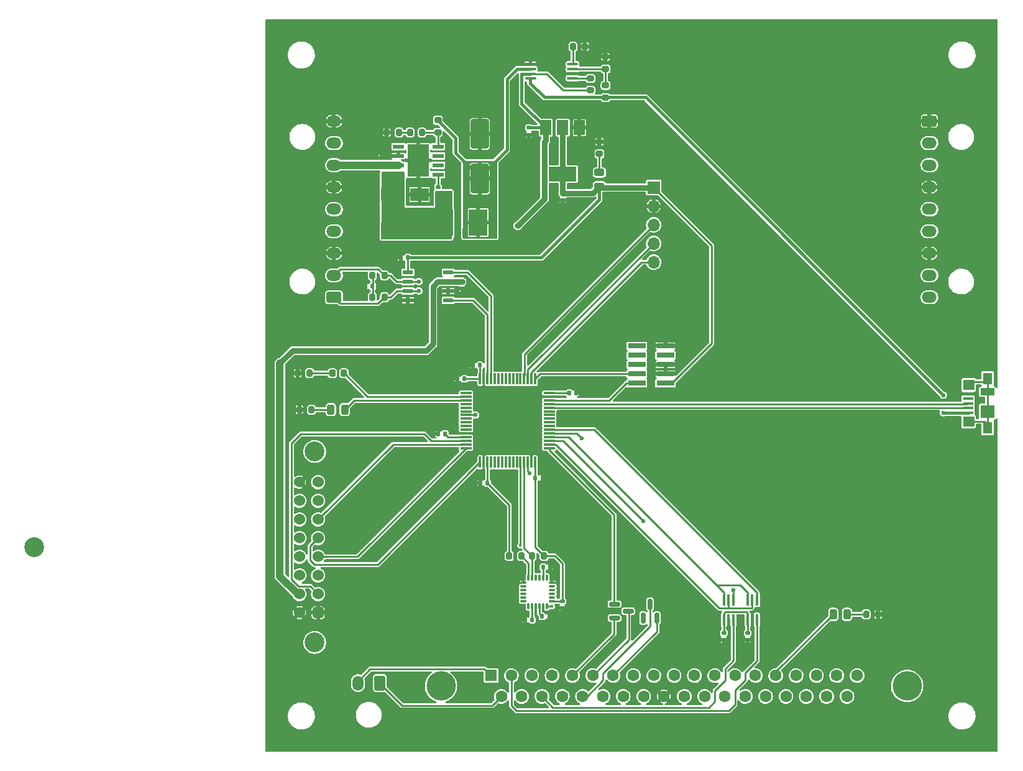
<source format=gbr>
%TF.GenerationSoftware,KiCad,Pcbnew,(6.0.2)*%
%TF.CreationDate,2022-03-24T13:41:09-04:00*%
%TF.ProjectId,MC_Telem,4d435f54-656c-4656-9d2e-6b696361645f,rev?*%
%TF.SameCoordinates,Original*%
%TF.FileFunction,Copper,L1,Top*%
%TF.FilePolarity,Positive*%
%FSLAX46Y46*%
G04 Gerber Fmt 4.6, Leading zero omitted, Abs format (unit mm)*
G04 Created by KiCad (PCBNEW (6.0.2)) date 2022-03-24 13:41:09*
%MOMM*%
%LPD*%
G01*
G04 APERTURE LIST*
G04 Aperture macros list*
%AMRoundRect*
0 Rectangle with rounded corners*
0 $1 Rounding radius*
0 $2 $3 $4 $5 $6 $7 $8 $9 X,Y pos of 4 corners*
0 Add a 4 corners polygon primitive as box body*
4,1,4,$2,$3,$4,$5,$6,$7,$8,$9,$2,$3,0*
0 Add four circle primitives for the rounded corners*
1,1,$1+$1,$2,$3*
1,1,$1+$1,$4,$5*
1,1,$1+$1,$6,$7*
1,1,$1+$1,$8,$9*
0 Add four rect primitives between the rounded corners*
20,1,$1+$1,$2,$3,$4,$5,0*
20,1,$1+$1,$4,$5,$6,$7,0*
20,1,$1+$1,$6,$7,$8,$9,0*
20,1,$1+$1,$8,$9,$2,$3,0*%
G04 Aperture macros list end*
%TA.AperFunction,SMDPad,CuDef*%
%ADD10RoundRect,0.140000X0.140000X0.170000X-0.140000X0.170000X-0.140000X-0.170000X0.140000X-0.170000X0*%
%TD*%
%TA.AperFunction,SMDPad,CuDef*%
%ADD11RoundRect,0.140000X0.170000X-0.140000X0.170000X0.140000X-0.170000X0.140000X-0.170000X-0.140000X0*%
%TD*%
%TA.AperFunction,SMDPad,CuDef*%
%ADD12RoundRect,0.250000X1.000000X-1.750000X1.000000X1.750000X-1.000000X1.750000X-1.000000X-1.750000X0*%
%TD*%
%TA.AperFunction,SMDPad,CuDef*%
%ADD13RoundRect,0.140000X-0.170000X0.140000X-0.170000X-0.140000X0.170000X-0.140000X0.170000X0.140000X0*%
%TD*%
%TA.AperFunction,SMDPad,CuDef*%
%ADD14RoundRect,0.140000X-0.140000X-0.170000X0.140000X-0.170000X0.140000X0.170000X-0.140000X0.170000X0*%
%TD*%
%TA.AperFunction,SMDPad,CuDef*%
%ADD15R,2.400000X0.740000*%
%TD*%
%TA.AperFunction,SMDPad,CuDef*%
%ADD16R,1.380000X0.450000*%
%TD*%
%TA.AperFunction,SMDPad,CuDef*%
%ADD17R,1.900000X1.000000*%
%TD*%
%TA.AperFunction,SMDPad,CuDef*%
%ADD18R,1.300000X1.650000*%
%TD*%
%TA.AperFunction,SMDPad,CuDef*%
%ADD19R,1.550000X1.425000*%
%TD*%
%TA.AperFunction,SMDPad,CuDef*%
%ADD20R,1.900000X1.800000*%
%TD*%
%TA.AperFunction,ComponentPad*%
%ADD21RoundRect,0.250001X0.759999X-0.499999X0.759999X0.499999X-0.759999X0.499999X-0.759999X-0.499999X0*%
%TD*%
%TA.AperFunction,ComponentPad*%
%ADD22O,2.020000X1.500000*%
%TD*%
%TA.AperFunction,ComponentPad*%
%ADD23RoundRect,0.250001X0.499999X0.759999X-0.499999X0.759999X-0.499999X-0.759999X0.499999X-0.759999X0*%
%TD*%
%TA.AperFunction,ComponentPad*%
%ADD24O,1.500000X2.020000*%
%TD*%
%TA.AperFunction,ComponentPad*%
%ADD25R,1.700000X1.700000*%
%TD*%
%TA.AperFunction,ComponentPad*%
%ADD26O,1.700000X1.700000*%
%TD*%
%TA.AperFunction,SMDPad,CuDef*%
%ADD27RoundRect,0.150000X-0.587500X-0.150000X0.587500X-0.150000X0.587500X0.150000X-0.587500X0.150000X0*%
%TD*%
%TA.AperFunction,SMDPad,CuDef*%
%ADD28RoundRect,0.200000X-0.275000X0.200000X-0.275000X-0.200000X0.275000X-0.200000X0.275000X0.200000X0*%
%TD*%
%TA.AperFunction,SMDPad,CuDef*%
%ADD29RoundRect,0.200000X0.200000X0.275000X-0.200000X0.275000X-0.200000X-0.275000X0.200000X-0.275000X0*%
%TD*%
%TA.AperFunction,SMDPad,CuDef*%
%ADD30RoundRect,0.200000X0.275000X-0.200000X0.275000X0.200000X-0.275000X0.200000X-0.275000X-0.200000X0*%
%TD*%
%TA.AperFunction,SMDPad,CuDef*%
%ADD31RoundRect,0.200000X-0.200000X-0.275000X0.200000X-0.275000X0.200000X0.275000X-0.200000X0.275000X0*%
%TD*%
%TA.AperFunction,SMDPad,CuDef*%
%ADD32RoundRect,0.075000X-0.700000X-0.075000X0.700000X-0.075000X0.700000X0.075000X-0.700000X0.075000X0*%
%TD*%
%TA.AperFunction,SMDPad,CuDef*%
%ADD33RoundRect,0.075000X-0.075000X-0.700000X0.075000X-0.700000X0.075000X0.700000X-0.075000X0.700000X0*%
%TD*%
%TA.AperFunction,SMDPad,CuDef*%
%ADD34R,1.400000X0.600000*%
%TD*%
%TA.AperFunction,SMDPad,CuDef*%
%ADD35R,1.550000X0.600000*%
%TD*%
%TA.AperFunction,ComponentPad*%
%ADD36C,0.600000*%
%TD*%
%TA.AperFunction,SMDPad,CuDef*%
%ADD37R,2.950000X4.500000*%
%TD*%
%TA.AperFunction,SMDPad,CuDef*%
%ADD38R,2.600000X3.100000*%
%TD*%
%TA.AperFunction,SMDPad,CuDef*%
%ADD39R,0.400000X1.500000*%
%TD*%
%TA.AperFunction,WasherPad*%
%ADD40C,2.700000*%
%TD*%
%TA.AperFunction,ComponentPad*%
%ADD41RoundRect,0.381000X0.381000X-0.381000X0.381000X0.381000X-0.381000X0.381000X-0.381000X-0.381000X0*%
%TD*%
%TA.AperFunction,ComponentPad*%
%ADD42C,1.524000*%
%TD*%
%TA.AperFunction,ComponentPad*%
%ADD43RoundRect,0.250001X-0.759999X0.499999X-0.759999X-0.499999X0.759999X-0.499999X0.759999X0.499999X0*%
%TD*%
%TA.AperFunction,SMDPad,CuDef*%
%ADD44RoundRect,0.243750X-0.456250X0.243750X-0.456250X-0.243750X0.456250X-0.243750X0.456250X0.243750X0*%
%TD*%
%TA.AperFunction,SMDPad,CuDef*%
%ADD45RoundRect,0.100000X0.637500X0.100000X-0.637500X0.100000X-0.637500X-0.100000X0.637500X-0.100000X0*%
%TD*%
%TA.AperFunction,SMDPad,CuDef*%
%ADD46R,1.500000X2.000000*%
%TD*%
%TA.AperFunction,SMDPad,CuDef*%
%ADD47R,3.800000X2.000000*%
%TD*%
%TA.AperFunction,SMDPad,CuDef*%
%ADD48RoundRect,0.218750X-0.218750X-0.256250X0.218750X-0.256250X0.218750X0.256250X-0.218750X0.256250X0*%
%TD*%
%TA.AperFunction,SMDPad,CuDef*%
%ADD49RoundRect,0.243750X-0.243750X-0.456250X0.243750X-0.456250X0.243750X0.456250X-0.243750X0.456250X0*%
%TD*%
%TA.AperFunction,SMDPad,CuDef*%
%ADD50RoundRect,0.243750X0.243750X0.456250X-0.243750X0.456250X-0.243750X-0.456250X0.243750X-0.456250X0*%
%TD*%
%TA.AperFunction,SMDPad,CuDef*%
%ADD51RoundRect,0.150000X0.150000X-0.587500X0.150000X0.587500X-0.150000X0.587500X-0.150000X-0.587500X0*%
%TD*%
%TA.AperFunction,SMDPad,CuDef*%
%ADD52R,2.500000X1.800000*%
%TD*%
%TA.AperFunction,SMDPad,CuDef*%
%ADD53R,2.500000X3.600000*%
%TD*%
%TA.AperFunction,ComponentPad*%
%ADD54C,4.000000*%
%TD*%
%TA.AperFunction,ComponentPad*%
%ADD55R,1.600000X1.600000*%
%TD*%
%TA.AperFunction,ComponentPad*%
%ADD56C,1.600000*%
%TD*%
%TA.AperFunction,SMDPad,CuDef*%
%ADD57RoundRect,0.075000X-0.350000X-0.075000X0.350000X-0.075000X0.350000X0.075000X-0.350000X0.075000X0*%
%TD*%
%TA.AperFunction,SMDPad,CuDef*%
%ADD58RoundRect,0.075000X0.075000X-0.350000X0.075000X0.350000X-0.075000X0.350000X-0.075000X-0.350000X0*%
%TD*%
%TA.AperFunction,ViaPad*%
%ADD59C,0.800000*%
%TD*%
%TA.AperFunction,ViaPad*%
%ADD60C,0.600000*%
%TD*%
%TA.AperFunction,ViaPad*%
%ADD61C,0.400000*%
%TD*%
%TA.AperFunction,Conductor*%
%ADD62C,0.250000*%
%TD*%
%TA.AperFunction,Conductor*%
%ADD63C,0.750000*%
%TD*%
%TA.AperFunction,Conductor*%
%ADD64C,0.400000*%
%TD*%
%TA.AperFunction,Conductor*%
%ADD65C,1.000000*%
%TD*%
G04 APERTURE END LIST*
D10*
%TO.P,C1,1*%
%TO.N,+3V3*%
X94505000Y-92600000D03*
%TO.P,C1,2*%
%TO.N,GND*%
X93545000Y-92600000D03*
%TD*%
%TO.P,C2,1*%
%TO.N,Net-(C2-Pad1)*%
X89705260Y-96500000D03*
%TO.P,C2,2*%
%TO.N,GND*%
X88745260Y-96500000D03*
%TD*%
D11*
%TO.P,C3,1*%
%TO.N,Net-(C3-Pad1)*%
X98625000Y-83965000D03*
%TO.P,C3,2*%
%TO.N,Net-(C3-Pad2)*%
X98625000Y-83005000D03*
%TD*%
%TO.P,C4,1*%
%TO.N,+12V*%
X90900000Y-79935000D03*
%TO.P,C4,2*%
%TO.N,GND*%
X90900000Y-78975000D03*
%TD*%
D12*
%TO.P,C5,1*%
%TO.N,/5v_Reg*%
X104300000Y-81850000D03*
%TO.P,C5,2*%
%TO.N,GND*%
X104300000Y-75750000D03*
%TD*%
D13*
%TO.P,C6,1*%
%TO.N,+5V*%
X111000000Y-74905000D03*
%TO.P,C6,2*%
%TO.N,GND*%
X111000000Y-75865000D03*
%TD*%
%TO.P,C7,1*%
%TO.N,+3V3*%
X115600000Y-83820000D03*
%TO.P,C7,2*%
%TO.N,GND*%
X115600000Y-84780000D03*
%TD*%
D10*
%TO.P,C8,1*%
%TO.N,+3V3*%
X102230000Y-109100000D03*
%TO.P,C8,2*%
%TO.N,GND*%
X101270000Y-109100000D03*
%TD*%
%TO.P,C9,1*%
%TO.N,+3V3*%
X99593200Y-116586000D03*
%TO.P,C9,2*%
%TO.N,GND*%
X98633200Y-116586000D03*
%TD*%
D14*
%TO.P,C10,1*%
%TO.N,+3V3*%
X111864200Y-122580400D03*
%TO.P,C10,2*%
%TO.N,GND*%
X112824200Y-122580400D03*
%TD*%
%TO.P,C11,1*%
%TO.N,+3V3*%
X116464000Y-111023400D03*
%TO.P,C11,2*%
%TO.N,GND*%
X117424000Y-111023400D03*
%TD*%
D10*
%TO.P,C13,1*%
%TO.N,+3V3*%
X105354200Y-123266200D03*
%TO.P,C13,2*%
%TO.N,GND*%
X104394200Y-123266200D03*
%TD*%
D13*
%TO.P,C18,1*%
%TO.N,+5V*%
X101910000Y-95865000D03*
%TO.P,C18,2*%
%TO.N,GND*%
X101910000Y-96825000D03*
%TD*%
D15*
%TO.P,J1,1,VTref*%
%TO.N,+3V3*%
X129610400Y-109702600D03*
%TO.P,J1,2,SWDIO/TMS*%
%TO.N,/TMS*%
X125710400Y-109702600D03*
%TO.P,J1,3,GND*%
%TO.N,GND*%
X129610400Y-108432600D03*
%TO.P,J1,4,SWDCLK/TCK*%
%TO.N,/TCK*%
X125710400Y-108432600D03*
%TO.P,J1,5,GND*%
%TO.N,GND*%
X129610400Y-107162600D03*
%TO.P,J1,6,SWO/TDO*%
%TO.N,unconnected-(J1-Pad6)*%
X125710400Y-107162600D03*
%TO.P,J1,7,KEY*%
%TO.N,unconnected-(J1-Pad7)*%
X129610400Y-105892600D03*
%TO.P,J1,8,NC/TDI*%
%TO.N,unconnected-(J1-Pad8)*%
X125710400Y-105892600D03*
%TO.P,J1,9,GNDDetect*%
%TO.N,GND*%
X129610400Y-104622600D03*
%TO.P,J1,10,~{RESET}*%
%TO.N,/NRST*%
X125710400Y-104622600D03*
%TD*%
D16*
%TO.P,J2,1,VBUS*%
%TO.N,/5v_USB*%
X170830000Y-113720000D03*
%TO.P,J2,2,D-*%
%TO.N,/D-*%
X170830000Y-113070000D03*
%TO.P,J2,3,D+*%
%TO.N,/D+*%
X170830000Y-112420000D03*
%TO.P,J2,4,ID*%
%TO.N,unconnected-(J2-Pad4)*%
X170830000Y-111770000D03*
%TO.P,J2,5,GND*%
%TO.N,GND*%
X170830000Y-111120000D03*
D17*
%TO.P,J2,6,Shield*%
%TO.N,unconnected-(J2-Pad6)*%
X173490000Y-110870000D03*
D18*
X173490000Y-115795000D03*
D19*
X170915000Y-109932500D03*
X170915000Y-114907500D03*
D18*
X173490000Y-109045000D03*
D20*
X173490000Y-113570000D03*
%TD*%
D21*
%TO.P,J4,1,Pin_1*%
%TO.N,/CAN+*%
X84457000Y-98000000D03*
D22*
%TO.P,J4,2,Pin_2*%
%TO.N,/CAN-*%
X84457000Y-95000000D03*
%TO.P,J4,3,Pin_3*%
%TO.N,GND*%
X84457000Y-92000000D03*
%TO.P,J4,4,Pin_4*%
%TO.N,unconnected-(J4-Pad4)*%
X84457000Y-89000000D03*
%TO.P,J4,5,Pin_5*%
%TO.N,unconnected-(J4-Pad5)*%
X84457000Y-86000000D03*
%TO.P,J4,6,Pin_6*%
%TO.N,GND*%
X84457000Y-83000000D03*
%TO.P,J4,7,Pin_7*%
%TO.N,+12V*%
X84457000Y-80000000D03*
%TO.P,J4,8,Pin_8*%
%TO.N,unconnected-(J4-Pad8)*%
X84457000Y-77000000D03*
%TO.P,J4,9,Pin_9*%
%TO.N,GND*%
X84457000Y-74000000D03*
%TD*%
D23*
%TO.P,J8,1,Pin_1*%
%TO.N,/Main+*%
X90700000Y-150525000D03*
D24*
%TO.P,J8,2,Pin_2*%
%TO.N,/Main-*%
X87700000Y-150525000D03*
%TD*%
D25*
%TO.P,J9,1,Pin_1*%
%TO.N,+3V3*%
X128000000Y-83050000D03*
D26*
%TO.P,J9,2,Pin_2*%
%TO.N,GND*%
X128000000Y-85590000D03*
%TO.P,J9,3,Pin_3*%
%TO.N,/GPS_RxD*%
X128000000Y-88130000D03*
%TO.P,J9,4,Pin_4*%
%TO.N,/GPS_TxD*%
X128000000Y-90670000D03*
%TO.P,J9,5,Pin_5*%
%TO.N,/PPS*%
X128000000Y-93210000D03*
%TD*%
D27*
%TO.P,Q1,1,G*%
%TO.N,/Eco_En*%
X122658900Y-139766000D03*
%TO.P,Q1,2,D*%
%TO.N,/Eco+*%
X122658900Y-141666000D03*
%TO.P,Q1,3,S*%
%TO.N,/Eco-*%
X124533900Y-140716000D03*
%TD*%
D28*
%TO.P,R9,1*%
%TO.N,/PWR_STAT*%
X119380000Y-68162500D03*
%TO.P,R9,2*%
%TO.N,+5V*%
X119380000Y-69812500D03*
%TD*%
D29*
%TO.P,R11,1*%
%TO.N,/CAN-*%
X91325000Y-95000000D03*
%TO.P,R11,2*%
%TO.N,Net-(C2-Pad1)*%
X89675000Y-95000000D03*
%TD*%
D30*
%TO.P,R13,1*%
%TO.N,/VSNS*%
X121453600Y-66892400D03*
%TO.P,R13,2*%
%TO.N,GND*%
X121453600Y-65242400D03*
%TD*%
D31*
%TO.P,R14,1*%
%TO.N,Net-(R14-Pad1)*%
X117002500Y-63850000D03*
%TO.P,R14,2*%
%TO.N,GND*%
X118652500Y-63850000D03*
%TD*%
D30*
%TO.P,R16,1*%
%TO.N,Net-(D3-Pad1)*%
X120612000Y-78464400D03*
%TO.P,R16,2*%
%TO.N,GND*%
X120612000Y-76814400D03*
%TD*%
D29*
%TO.P,R17,1*%
%TO.N,/VSENSE*%
X96454500Y-75549600D03*
%TO.P,R17,2*%
%TO.N,Net-(R17-Pad2)*%
X94804500Y-75549600D03*
%TD*%
%TO.P,R18,1*%
%TO.N,Net-(R17-Pad2)*%
X93305100Y-75549600D03*
%TO.P,R18,2*%
%TO.N,GND*%
X91655100Y-75549600D03*
%TD*%
D32*
%TO.P,U1,1,VBAT*%
%TO.N,unconnected-(U1-Pad1)*%
X102431000Y-111022400D03*
%TO.P,U1,2,PC13*%
%TO.N,/Error*%
X102431000Y-111522400D03*
%TO.P,U1,3,PC14*%
%TO.N,/Board_OK*%
X102431000Y-112022400D03*
%TO.P,U1,4,PC15*%
%TO.N,unconnected-(U1-Pad4)*%
X102431000Y-112522400D03*
%TO.P,U1,5,PF0*%
%TO.N,unconnected-(U1-Pad5)*%
X102431000Y-113022400D03*
%TO.P,U1,6,PF1*%
%TO.N,unconnected-(U1-Pad6)*%
X102431000Y-113522400D03*
%TO.P,U1,7,NRST*%
%TO.N,/NRST*%
X102431000Y-114022400D03*
%TO.P,U1,8,PC0*%
%TO.N,unconnected-(U1-Pad8)*%
X102431000Y-114522400D03*
%TO.P,U1,9,PC1*%
%TO.N,unconnected-(U1-Pad9)*%
X102431000Y-115022400D03*
%TO.P,U1,10,PC2*%
%TO.N,unconnected-(U1-Pad10)*%
X102431000Y-115522400D03*
%TO.P,U1,11,PC3*%
%TO.N,unconnected-(U1-Pad11)*%
X102431000Y-116022400D03*
%TO.P,U1,12,VSSA*%
%TO.N,GND*%
X102431000Y-116522400D03*
%TO.P,U1,13,VDDA*%
%TO.N,+3V3*%
X102431000Y-117022400D03*
%TO.P,U1,14,PA0*%
%TO.N,/CTS*%
X102431000Y-117522400D03*
%TO.P,U1,15,PA1*%
%TO.N,/RTS*%
X102431000Y-118022400D03*
%TO.P,U1,16,PA2*%
%TO.N,/RF_Rx*%
X102431000Y-118522400D03*
D33*
%TO.P,U1,17,PA3*%
%TO.N,/RF_Tx*%
X104356000Y-120447400D03*
%TO.P,U1,18,VSS*%
%TO.N,GND*%
X104856000Y-120447400D03*
%TO.P,U1,19,VDD*%
%TO.N,+3V3*%
X105356000Y-120447400D03*
%TO.P,U1,20,PA4*%
%TO.N,unconnected-(U1-Pad20)*%
X105856000Y-120447400D03*
%TO.P,U1,21,PA5*%
%TO.N,unconnected-(U1-Pad21)*%
X106356000Y-120447400D03*
%TO.P,U1,22,PA6*%
%TO.N,unconnected-(U1-Pad22)*%
X106856000Y-120447400D03*
%TO.P,U1,23,PA7*%
%TO.N,unconnected-(U1-Pad23)*%
X107356000Y-120447400D03*
%TO.P,U1,24,PC4*%
%TO.N,unconnected-(U1-Pad24)*%
X107856000Y-120447400D03*
%TO.P,U1,25,PC5*%
%TO.N,unconnected-(U1-Pad25)*%
X108356000Y-120447400D03*
%TO.P,U1,26,PB0*%
%TO.N,unconnected-(U1-Pad26)*%
X108856000Y-120447400D03*
%TO.P,U1,27,PB1*%
%TO.N,unconnected-(U1-Pad27)*%
X109356000Y-120447400D03*
%TO.P,U1,28,PB2*%
%TO.N,/INT_IMU*%
X109856000Y-120447400D03*
%TO.P,U1,29,PB10*%
%TO.N,/SCL_IMU*%
X110356000Y-120447400D03*
%TO.P,U1,30,PB11*%
%TO.N,/SDA_IMU*%
X110856000Y-120447400D03*
%TO.P,U1,31,VSS*%
%TO.N,GND*%
X111356000Y-120447400D03*
%TO.P,U1,32,VDD*%
%TO.N,+3V3*%
X111856000Y-120447400D03*
D32*
%TO.P,U1,33,PB12*%
%TO.N,/Eco_En*%
X113781000Y-118522400D03*
%TO.P,U1,34,PB13*%
%TO.N,/DAC_SCK*%
X113781000Y-118022400D03*
%TO.P,U1,35,PB14*%
%TO.N,/Rev_En*%
X113781000Y-117522400D03*
%TO.P,U1,36,PB15*%
%TO.N,/DAC_MOSI*%
X113781000Y-117022400D03*
%TO.P,U1,37,PC6*%
%TO.N,/Regen_CS*%
X113781000Y-116522400D03*
%TO.P,U1,38,PC7*%
%TO.N,/Accel_CS*%
X113781000Y-116022400D03*
%TO.P,U1,39,PC8*%
%TO.N,unconnected-(U1-Pad39)*%
X113781000Y-115522400D03*
%TO.P,U1,40,PC9*%
%TO.N,unconnected-(U1-Pad40)*%
X113781000Y-115022400D03*
%TO.P,U1,41,PA8*%
%TO.N,unconnected-(U1-Pad41)*%
X113781000Y-114522400D03*
%TO.P,U1,42,PA9*%
%TO.N,unconnected-(U1-Pad42)*%
X113781000Y-114022400D03*
%TO.P,U1,43,PA10*%
%TO.N,unconnected-(U1-Pad43)*%
X113781000Y-113522400D03*
%TO.P,U1,44,PA11*%
%TO.N,/D-*%
X113781000Y-113022400D03*
%TO.P,U1,45,PA12*%
%TO.N,/D+*%
X113781000Y-112522400D03*
%TO.P,U1,46,PA13*%
%TO.N,/TMS*%
X113781000Y-112022400D03*
%TO.P,U1,47,VSS*%
%TO.N,GND*%
X113781000Y-111522400D03*
%TO.P,U1,48,VDDIO2*%
%TO.N,+3V3*%
X113781000Y-111022400D03*
D33*
%TO.P,U1,49,PA14*%
%TO.N,/TCK*%
X111856000Y-109097400D03*
%TO.P,U1,50,PA15*%
%TO.N,/PPS*%
X111356000Y-109097400D03*
%TO.P,U1,51,PC10*%
%TO.N,/GPS_TxD*%
X110856000Y-109097400D03*
%TO.P,U1,52,PC11*%
%TO.N,/GPS_RxD*%
X110356000Y-109097400D03*
%TO.P,U1,53,PC12*%
%TO.N,unconnected-(U1-Pad53)*%
X109856000Y-109097400D03*
%TO.P,U1,54,PD2*%
%TO.N,unconnected-(U1-Pad54)*%
X109356000Y-109097400D03*
%TO.P,U1,55,PB3*%
%TO.N,/IMU_CS*%
X108856000Y-109097400D03*
%TO.P,U1,56,PB4*%
%TO.N,unconnected-(U1-Pad56)*%
X108356000Y-109097400D03*
%TO.P,U1,57,PB5*%
%TO.N,unconnected-(U1-Pad57)*%
X107856000Y-109097400D03*
%TO.P,U1,58,PB6*%
%TO.N,unconnected-(U1-Pad58)*%
X107356000Y-109097400D03*
%TO.P,U1,59,PB7*%
%TO.N,unconnected-(U1-Pad59)*%
X106856000Y-109097400D03*
%TO.P,U1,60,BOOT0*%
%TO.N,unconnected-(U1-Pad60)*%
X106356000Y-109097400D03*
%TO.P,U1,61,PB8*%
%TO.N,/RXD*%
X105856000Y-109097400D03*
%TO.P,U1,62,PB9*%
%TO.N,/TXD*%
X105356000Y-109097400D03*
%TO.P,U1,63,VSS*%
%TO.N,GND*%
X104856000Y-109097400D03*
%TO.P,U1,64,VDD*%
%TO.N,+3V3*%
X104356000Y-109097400D03*
%TD*%
D34*
%TO.P,U3,1,TxD*%
%TO.N,/TXD*%
X100016760Y-98399600D03*
%TO.P,U3,2,GND*%
%TO.N,GND*%
X100016760Y-97129600D03*
%TO.P,U3,3,VCC*%
%TO.N,+5V*%
X100016760Y-95859600D03*
%TO.P,U3,4,RxD*%
%TO.N,/RXD*%
X100016760Y-94589600D03*
%TO.P,U3,5,Vio*%
%TO.N,+3V3*%
X94516760Y-94589600D03*
%TO.P,U3,6,CAN_L*%
%TO.N,/CAN-*%
X94516760Y-95859600D03*
%TO.P,U3,7,CAN_H*%
%TO.N,/CAN+*%
X94516760Y-97129600D03*
%TO.P,U3,8,STB*%
%TO.N,GND*%
X94516760Y-98399600D03*
%TD*%
D35*
%TO.P,U5,1,BOOT*%
%TO.N,Net-(C3-Pad2)*%
X98632200Y-81270000D03*
%TO.P,U5,2,NC*%
%TO.N,unconnected-(U5-Pad2)*%
X98632200Y-80000000D03*
%TO.P,U5,3,NC*%
%TO.N,unconnected-(U5-Pad3)*%
X98632200Y-78730000D03*
%TO.P,U5,4,VSENSE*%
%TO.N,/VSENSE*%
X98632200Y-77460000D03*
%TO.P,U5,5,EN*%
%TO.N,unconnected-(U5-Pad5)*%
X93232200Y-77460000D03*
%TO.P,U5,6,GND*%
%TO.N,GND*%
X93232200Y-78730000D03*
%TO.P,U5,7,VIN*%
%TO.N,+12V*%
X93232200Y-80000000D03*
%TO.P,U5,8,PH*%
%TO.N,Net-(C3-Pad1)*%
X93232200Y-81270000D03*
D36*
%TO.P,U5,9,GNDPAD*%
%TO.N,GND*%
X95332200Y-79965000D03*
X95332200Y-81165000D03*
X96532200Y-78665000D03*
D37*
X95932200Y-79365000D03*
D36*
X95332200Y-77565000D03*
X96532200Y-79965000D03*
D38*
X95932200Y-79365000D03*
D36*
X96532200Y-81165000D03*
X95332200Y-78665000D03*
X96532200Y-77565000D03*
%TD*%
D39*
%TO.P,U8,1,~{CS}*%
%TO.N,/Regen_CS*%
X138861800Y-139224400D03*
%TO.P,U8,2,SCK*%
%TO.N,/DAC_SCK*%
X138211800Y-139224400D03*
%TO.P,U8,3,SDI*%
%TO.N,/DAC_MOSI*%
X137561800Y-139224400D03*
%TO.P,U8,4,Vcc*%
%TO.N,+5V*%
X137561800Y-141884400D03*
%TO.P,U8,5,GND*%
%TO.N,GND*%
X138211800Y-141884400D03*
%TO.P,U8,6,Vout*%
%TO.N,/Regen*%
X138861800Y-141884400D03*
%TD*%
D40*
%TO.P,U9,*%
%TO.N,*%
X81820000Y-118989800D03*
X81820000Y-144989800D03*
X43620000Y-131989800D03*
D41*
%TO.P,U9,1,GND*%
%TO.N,GND*%
X82280000Y-140949800D03*
D42*
%TO.P,U9,2,GND*%
X79740000Y-140949800D03*
%TO.P,U9,3,CTS*%
%TO.N,/CTS*%
X82280000Y-138409800D03*
%TO.P,U9,4,Vcc*%
%TO.N,+5V*%
X79740000Y-138409800D03*
%TO.P,U9,5,Vusb*%
X82280000Y-135869800D03*
%TO.P,U9,6,Vusb*%
X79740000Y-135869800D03*
%TO.P,U9,7,Rx*%
%TO.N,/RF_Rx*%
X82280000Y-133329800D03*
%TO.P,U9,8,GPIO5/P3.4*%
%TO.N,unconnected-(U9-Pad8)*%
X79740000Y-133329800D03*
%TO.P,U9,9,TX*%
%TO.N,/RF_Tx*%
X82280000Y-130789800D03*
%TO.P,U9,10,GPIO4/P3.3*%
%TO.N,unconnected-(U9-Pad10)*%
X79740000Y-130789800D03*
%TO.P,U9,11,RTS*%
%TO.N,/RTS*%
X82280000Y-128249800D03*
%TO.P,U9,12*%
%TO.N,N/C*%
X79740000Y-128249800D03*
%TO.P,U9,13,GPIO0/P1.0*%
%TO.N,unconnected-(U9-Pad13)*%
X82280000Y-125709800D03*
%TO.P,U9,14,GPIO1/P1.2*%
%TO.N,unconnected-(U9-Pad14)*%
X79740000Y-125709800D03*
%TO.P,U9,15,GPIO1/P1.1*%
%TO.N,unconnected-(U9-Pad15)*%
X82280000Y-123169800D03*
%TO.P,U9,16,GND*%
%TO.N,GND*%
X79740000Y-123169800D03*
%TD*%
D43*
%TO.P,J3,1,Pin_1*%
%TO.N,GND*%
X165570000Y-74000000D03*
D22*
%TO.P,J3,2,Pin_2*%
%TO.N,unconnected-(J3-Pad2)*%
X165570000Y-77000000D03*
%TO.P,J3,3,Pin_3*%
%TO.N,+12V*%
X165570000Y-80000000D03*
%TO.P,J3,4,Pin_4*%
%TO.N,GND*%
X165570000Y-83000000D03*
%TO.P,J3,5,Pin_5*%
%TO.N,unconnected-(J3-Pad5)*%
X165570000Y-86000000D03*
%TO.P,J3,6,Pin_6*%
%TO.N,unconnected-(J3-Pad6)*%
X165570000Y-89000000D03*
%TO.P,J3,7,Pin_7*%
%TO.N,GND*%
X165570000Y-92000000D03*
%TO.P,J3,8,Pin_8*%
%TO.N,/CAN-*%
X165570000Y-95000000D03*
%TO.P,J3,9,Pin_9*%
%TO.N,/CAN+*%
X165570000Y-98000000D03*
%TD*%
D44*
%TO.P,D3,1,K*%
%TO.N,Net-(D3-Pad1)*%
X120612000Y-80997200D03*
%TO.P,D3,2,A*%
%TO.N,+3V3*%
X120612000Y-82872200D03*
%TD*%
D45*
%TO.P,U2,1,STAT*%
%TO.N,/PWR_STAT*%
X116952500Y-68195000D03*
%TO.P,U2,2,~{EN}*%
%TO.N,GND*%
X116952500Y-67545000D03*
%TO.P,U2,3,VSNS*%
%TO.N,/VSNS*%
X116952500Y-66895000D03*
%TO.P,U2,4,ILIM*%
%TO.N,Net-(R14-Pad1)*%
X116952500Y-66245000D03*
%TO.P,U2,5,GND*%
%TO.N,GND*%
X111227500Y-66245000D03*
%TO.P,U2,6,IN2*%
%TO.N,/5v_Reg*%
X111227500Y-66895000D03*
%TO.P,U2,7,OUT*%
%TO.N,+5V*%
X111227500Y-67545000D03*
%TO.P,U2,8,IN1*%
%TO.N,/5v_USB*%
X111227500Y-68195000D03*
%TD*%
D30*
%TO.P,R10,1*%
%TO.N,/5v_USB*%
X121450000Y-70797500D03*
%TO.P,R10,2*%
%TO.N,/VSNS*%
X121450000Y-69147500D03*
%TD*%
D46*
%TO.P,U4,1,GND*%
%TO.N,GND*%
X117900000Y-74900000D03*
D47*
%TO.P,U4,2,VO*%
%TO.N,+3V3*%
X115600000Y-81200000D03*
D46*
X115600000Y-74900000D03*
%TO.P,U4,3,VI*%
%TO.N,+5V*%
X113300000Y-74900000D03*
%TD*%
D31*
%TO.P,R1,1*%
%TO.N,GND*%
X79743700Y-113284000D03*
%TO.P,R1,2*%
%TO.N,Net-(D1-Pad1)*%
X81393700Y-113284000D03*
%TD*%
%TO.P,R2,1*%
%TO.N,GND*%
X79489700Y-108331000D03*
%TO.P,R2,2*%
%TO.N,Net-(D2-Pad1)*%
X81139700Y-108331000D03*
%TD*%
D48*
%TO.P,D2,1,K*%
%TO.N,Net-(D2-Pad1)*%
X84225301Y-108346001D03*
%TO.P,D2,2,A*%
%TO.N,/Error*%
X85800301Y-108346001D03*
%TD*%
D49*
%TO.P,D1,1,K*%
%TO.N,Net-(D1-Pad1)*%
X84028200Y-113284000D03*
%TO.P,D1,2,A*%
%TO.N,/Board_OK*%
X85903200Y-113284000D03*
%TD*%
D39*
%TO.P,U7,1,~{CS}*%
%TO.N,/Accel_CS*%
X142087600Y-139224400D03*
%TO.P,U7,2,SCK*%
%TO.N,/DAC_SCK*%
X141437600Y-139224400D03*
%TO.P,U7,3,SDI*%
%TO.N,/DAC_MOSI*%
X140787600Y-139224400D03*
%TO.P,U7,4,Vcc*%
%TO.N,+5V*%
X140787600Y-141884400D03*
%TO.P,U7,5,GND*%
%TO.N,GND*%
X141437600Y-141884400D03*
%TO.P,U7,6,Vout*%
%TO.N,/Accel*%
X142087600Y-141884400D03*
%TD*%
D50*
%TO.P,D5,1,K*%
%TO.N,Net-(D5-Pad1)*%
X154350800Y-141173200D03*
%TO.P,D5,2,A*%
%TO.N,/Indicator+*%
X152475800Y-141173200D03*
%TD*%
D29*
%TO.P,R3,1*%
%TO.N,GND*%
X158584500Y-141173200D03*
%TO.P,R3,2*%
%TO.N,Net-(D5-Pad1)*%
X156934500Y-141173200D03*
%TD*%
D51*
%TO.P,Q2,1,G*%
%TO.N,/Rev_En*%
X126550000Y-141662900D03*
%TO.P,Q2,2,D*%
%TO.N,/Rev+*%
X128450000Y-141662900D03*
%TO.P,Q2,3,S*%
%TO.N,/Rev-*%
X127500000Y-139787900D03*
%TD*%
D29*
%TO.P,R12,1*%
%TO.N,/CAN+*%
X91325000Y-98000000D03*
%TO.P,R12,2*%
%TO.N,Net-(C2-Pad1)*%
X89675000Y-98000000D03*
%TD*%
D52*
%TO.P,D4,1,K*%
%TO.N,Net-(C3-Pad1)*%
X92100000Y-84000000D03*
%TO.P,D4,2,A*%
%TO.N,GND*%
X96100000Y-84000000D03*
%TD*%
D53*
%TO.P,L1,1*%
%TO.N,/5v_Reg*%
X104100000Y-87820000D03*
%TO.P,L1,2*%
%TO.N,Net-(C3-Pad1)*%
X99400000Y-87820000D03*
%TD*%
D10*
%TO.P,C12,1*%
%TO.N,+3V3*%
X104345000Y-107250000D03*
%TO.P,C12,2*%
%TO.N,GND*%
X103385000Y-107250000D03*
%TD*%
D28*
%TO.P,R15,1*%
%TO.N,/5v_Reg*%
X98600000Y-73887500D03*
%TO.P,R15,2*%
%TO.N,/VSENSE*%
X98600000Y-75537500D03*
%TD*%
D54*
%TO.P,J7,0,PAD*%
%TO.N,unconnected-(J7-Pad0)*%
X162530000Y-150920000D03*
X99030000Y-150920000D03*
D55*
%TO.P,J7,1,1*%
%TO.N,/Main-*%
X105850000Y-149500000D03*
D56*
%TO.P,J7,2,2*%
%TO.N,/Accel*%
X108620000Y-149500000D03*
%TO.P,J7,3,3*%
%TO.N,/Accel+*%
X111390000Y-149500000D03*
%TO.P,J7,4,4*%
%TO.N,/Regen-*%
X114160000Y-149500000D03*
%TO.P,J7,5,5*%
%TO.N,/Eco+*%
X116930000Y-149500000D03*
%TO.P,J7,6,6*%
%TO.N,/Eco-*%
X119700000Y-149500000D03*
%TO.P,J7,7,7*%
%TO.N,/Rev+*%
X122470000Y-149500000D03*
%TO.P,J7,8,8*%
%TO.N,unconnected-(J7-Pad8)*%
X125240000Y-149500000D03*
%TO.P,J7,9,9*%
%TO.N,unconnected-(J7-Pad9)*%
X128010000Y-149500000D03*
%TO.P,J7,10,10*%
%TO.N,unconnected-(J7-Pad10)*%
X130780000Y-149500000D03*
%TO.P,J7,11,11*%
%TO.N,unconnected-(J7-Pad11)*%
X133550000Y-149500000D03*
%TO.P,J7,12,12*%
%TO.N,unconnected-(J7-Pad12)*%
X136320000Y-149500000D03*
%TO.P,J7,13,13*%
%TO.N,unconnected-(J7-Pad13)*%
X139090000Y-149500000D03*
%TO.P,J7,14,14*%
%TO.N,/Indicator-*%
X141860000Y-149500000D03*
%TO.P,J7,15,15*%
%TO.N,/Indicator+*%
X144630000Y-149500000D03*
%TO.P,J7,16,16*%
%TO.N,/CAN+*%
X147400000Y-149500000D03*
%TO.P,J7,17,17*%
%TO.N,/CAN-*%
X150170000Y-149500000D03*
%TO.P,J7,18,18*%
%TO.N,unconnected-(J7-Pad18)*%
X152940000Y-149500000D03*
%TO.P,J7,19,19*%
%TO.N,unconnected-(J7-Pad19)*%
X155710000Y-149500000D03*
%TO.P,J7,20,20*%
%TO.N,/Main+*%
X107235000Y-152340000D03*
%TO.P,J7,21,21*%
%TO.N,/Accel-*%
X110005000Y-152340000D03*
%TO.P,J7,22,22*%
%TO.N,/Regen*%
X112775000Y-152340000D03*
%TO.P,J7,23,23*%
%TO.N,/Regen+*%
X115545000Y-152340000D03*
%TO.P,J7,24,24*%
%TO.N,/Rev-*%
X118315000Y-152340000D03*
%TO.P,J7,25,25*%
%TO.N,unconnected-(J7-Pad25)*%
X121085000Y-152340000D03*
%TO.P,J7,26,26*%
%TO.N,unconnected-(J7-Pad26)*%
X123855000Y-152340000D03*
%TO.P,J7,27,27*%
%TO.N,unconnected-(J7-Pad27)*%
X126625000Y-152340000D03*
%TO.P,J7,28,28*%
%TO.N,GND*%
X129395000Y-152340000D03*
%TO.P,J7,29,29*%
%TO.N,unconnected-(J7-Pad29)*%
X132165000Y-152340000D03*
%TO.P,J7,30,30*%
%TO.N,unconnected-(J7-Pad30)*%
X134935000Y-152340000D03*
%TO.P,J7,31,31*%
%TO.N,unconnected-(J7-Pad31)*%
X137705000Y-152340000D03*
%TO.P,J7,32,32*%
%TO.N,unconnected-(J7-Pad32)*%
X140475000Y-152340000D03*
%TO.P,J7,33,33*%
%TO.N,unconnected-(J7-Pad33)*%
X143245000Y-152340000D03*
%TO.P,J7,34,34*%
%TO.N,unconnected-(J7-Pad34)*%
X146015000Y-152340000D03*
%TO.P,J7,35,35*%
%TO.N,unconnected-(J7-Pad35)*%
X148785000Y-152340000D03*
%TO.P,J7,36,36*%
%TO.N,unconnected-(J7-Pad36)*%
X151555000Y-152340000D03*
%TO.P,J7,37,37*%
%TO.N,unconnected-(J7-Pad37)*%
X154325000Y-152340000D03*
%TD*%
D29*
%TO.P,R20,1*%
%TO.N,+3V3*%
X113075000Y-133220000D03*
%TO.P,R20,2*%
%TO.N,/SCL_IMU*%
X111425000Y-133220000D03*
%TD*%
D13*
%TO.P,C19,1*%
%TO.N,+5V*%
X140800000Y-143700000D03*
%TO.P,C19,2*%
%TO.N,GND*%
X140800000Y-144660000D03*
%TD*%
%TO.P,C20,1*%
%TO.N,+5V*%
X137550000Y-143690000D03*
%TO.P,C20,2*%
%TO.N,GND*%
X137550000Y-144650000D03*
%TD*%
D11*
%TO.P,C14,1*%
%TO.N,GND*%
X115550000Y-140330000D03*
%TO.P,C14,2*%
%TO.N,+3V3*%
X115550000Y-139370000D03*
%TD*%
D14*
%TO.P,C16,1*%
%TO.N,Net-(C16-Pad1)*%
X112820000Y-141450000D03*
%TO.P,C16,2*%
%TO.N,GND*%
X113780000Y-141450000D03*
%TD*%
D10*
%TO.P,C15,1*%
%TO.N,+3V3*%
X111450000Y-141925000D03*
%TO.P,C15,2*%
%TO.N,GND*%
X110490000Y-141925000D03*
%TD*%
D31*
%TO.P,R19,1*%
%TO.N,+3V3*%
X108325000Y-133220000D03*
%TO.P,R19,2*%
%TO.N,/SDA_IMU*%
X109975000Y-133220000D03*
%TD*%
D14*
%TO.P,C17,1*%
%TO.N,Net-(C17-Pad1)*%
X112950000Y-134720000D03*
%TO.P,C17,2*%
%TO.N,GND*%
X113910000Y-134720000D03*
%TD*%
D57*
%TO.P,U6,1,CLKIN*%
%TO.N,GND*%
X110250000Y-136870000D03*
%TO.P,U6,2*%
%TO.N,N/C*%
X110250000Y-137370000D03*
%TO.P,U6,3*%
X110250000Y-137870000D03*
%TO.P,U6,4*%
X110250000Y-138370000D03*
%TO.P,U6,5*%
X110250000Y-138870000D03*
%TO.P,U6,6,AUX_SDA*%
%TO.N,unconnected-(U6-Pad6)*%
X110250000Y-139370000D03*
D58*
%TO.P,U6,7,AUX_SCL*%
%TO.N,unconnected-(U6-Pad7)*%
X110950000Y-140070000D03*
%TO.P,U6,8,VDDIO*%
%TO.N,+3V3*%
X111450000Y-140070000D03*
%TO.P,U6,9,AD0*%
%TO.N,GND*%
X111950000Y-140070000D03*
%TO.P,U6,10,REGOUT*%
%TO.N,Net-(C16-Pad1)*%
X112450000Y-140070000D03*
%TO.P,U6,11,FSYNC*%
%TO.N,GND*%
X112950000Y-140070000D03*
%TO.P,U6,12,INT*%
%TO.N,/INT_IMU*%
X113450000Y-140070000D03*
D57*
%TO.P,U6,13,VDD*%
%TO.N,+3V3*%
X114150000Y-139370000D03*
%TO.P,U6,14*%
%TO.N,N/C*%
X114150000Y-138870000D03*
%TO.P,U6,15*%
X114150000Y-138370000D03*
%TO.P,U6,16*%
X114150000Y-137870000D03*
%TO.P,U6,17*%
X114150000Y-137370000D03*
%TO.P,U6,18,GND*%
%TO.N,GND*%
X114150000Y-136870000D03*
D58*
%TO.P,U6,19*%
%TO.N,N/C*%
X113450000Y-136170000D03*
%TO.P,U6,20,CPOUT*%
%TO.N,Net-(C17-Pad1)*%
X112950000Y-136170000D03*
%TO.P,U6,21*%
%TO.N,N/C*%
X112450000Y-136170000D03*
%TO.P,U6,22*%
X111950000Y-136170000D03*
%TO.P,U6,23,SCL*%
%TO.N,/SCL_IMU*%
X111450000Y-136170000D03*
%TO.P,U6,24,SDA*%
%TO.N,/SDA_IMU*%
X110950000Y-136170000D03*
%TD*%
D59*
%TO.N,GND*%
X131850000Y-104600000D03*
D60*
X104850000Y-119050000D03*
X102300000Y-74850000D03*
X120350000Y-65250000D03*
D59*
X112175000Y-111525000D03*
D60*
X169250000Y-111100000D03*
D61*
X110250000Y-136175000D03*
D60*
X102750000Y-78500000D03*
X143179800Y-141859000D03*
X102300000Y-74150000D03*
X122550000Y-65250000D03*
X112500000Y-66250000D03*
D61*
X110475000Y-141925000D03*
D60*
X105550000Y-78500000D03*
X136677400Y-141884400D03*
X101250000Y-108100000D03*
D59*
X129600000Y-103100000D03*
D60*
X100350000Y-109100000D03*
X102300000Y-75550000D03*
X90550000Y-75550000D03*
X139852400Y-141884400D03*
X102300000Y-77650000D03*
X102300000Y-76950000D03*
X104150000Y-78500000D03*
X119550000Y-76850000D03*
X121700000Y-76850000D03*
X78650000Y-113300000D03*
X111150000Y-65350000D03*
D61*
X113900000Y-134725000D03*
D60*
X79500000Y-109400000D03*
X117900000Y-73100000D03*
X78450000Y-108300000D03*
X117900000Y-76450000D03*
D61*
X114150000Y-136175000D03*
D60*
X104850000Y-110500000D03*
X103450000Y-78500000D03*
D61*
X115550000Y-140325000D03*
D60*
X102300000Y-76250000D03*
X120600000Y-75650000D03*
X106250000Y-78500000D03*
X79750000Y-112100000D03*
X118600000Y-64900000D03*
X79500000Y-107200000D03*
X91700000Y-74400000D03*
X119600000Y-63850000D03*
X91700000Y-76650000D03*
X104850000Y-78500000D03*
X79750000Y-114450000D03*
X121450000Y-64250000D03*
X103950000Y-116500000D03*
%TO.N,+3V3*%
X105359200Y-123266200D03*
X111859200Y-122580400D03*
X102235000Y-109100000D03*
D61*
X111450000Y-141925000D03*
D60*
X116459000Y-111023400D03*
D61*
X115550000Y-139370000D03*
D60*
X99598200Y-116585980D03*
X129610400Y-109702600D03*
D61*
%TO.N,+5V*%
X137550000Y-143700000D03*
D60*
X101910000Y-95860000D03*
D59*
X109500000Y-88250000D03*
D60*
%TO.N,/NRST*%
X103733600Y-114020600D03*
X125730000Y-104622600D03*
%TO.N,/5v_USB*%
X167450000Y-111325000D03*
X167450000Y-113725000D03*
%TO.N,/CAN-*%
X96040000Y-95860000D03*
%TO.N,/CAN+*%
X96030000Y-97130000D03*
%TO.N,/SDA_IMU*%
X111099600Y-121920000D03*
D61*
X109977500Y-133222500D03*
D60*
%TO.N,/Regen_CS*%
X118200006Y-117200000D03*
X138861800Y-137820402D03*
D61*
%TO.N,/INT_IMU*%
X114150000Y-140075000D03*
X109831500Y-131800000D03*
D60*
%TO.N,/Rev_En*%
X126600000Y-128500000D03*
X126550000Y-141725400D03*
%TD*%
D62*
%TO.N,+3V3*%
X105359200Y-123266200D02*
X105359200Y-120450600D01*
X111859200Y-122580400D02*
X111859200Y-120450600D01*
X114545000Y-133220000D02*
X115550000Y-134225000D01*
X108325000Y-133220000D02*
X108325000Y-126232000D01*
X102431000Y-117022400D02*
X100034620Y-117022400D01*
X111859200Y-122580400D02*
X111859200Y-132004200D01*
D63*
X115600000Y-74900000D02*
X115600000Y-81200000D01*
X115600000Y-83815000D02*
X115600000Y-81200000D01*
D62*
X104356000Y-109097400D02*
X102237600Y-109097400D01*
X135905001Y-104237999D02*
X130440400Y-109702600D01*
X111859200Y-132004200D02*
X113075000Y-133220000D01*
X135905001Y-90955001D02*
X135905001Y-104237999D01*
X115550000Y-134225000D02*
X115550000Y-139370000D01*
D63*
X120764800Y-83050000D02*
X120612000Y-82897200D01*
D62*
X113075000Y-133220000D02*
X114545000Y-133220000D01*
D64*
X112695200Y-92600000D02*
X120612000Y-84683200D01*
D62*
X111450000Y-140070000D02*
X111450000Y-141925000D01*
X108325000Y-126232000D02*
X105359200Y-123266200D01*
X100034620Y-117022400D02*
X99598200Y-116585980D01*
X94516760Y-94589600D02*
X94516760Y-92606760D01*
D64*
X94510000Y-92600000D02*
X112695200Y-92600000D01*
D63*
X128000000Y-83050000D02*
X120764800Y-83050000D01*
D64*
X120612000Y-84683200D02*
X120612000Y-82897200D01*
D63*
X119694200Y-83815000D02*
X120612000Y-82897200D01*
D62*
X128000000Y-83050000D02*
X135905001Y-90955001D01*
X113781000Y-111022400D02*
X116458000Y-111022400D01*
X104350000Y-107250000D02*
X104350000Y-109091400D01*
X114150000Y-139370000D02*
X115550000Y-139370000D01*
D63*
X115600000Y-83815000D02*
X119694200Y-83815000D01*
D62*
%TO.N,Net-(C2-Pad1)*%
X89712500Y-98000000D02*
X89712500Y-96502240D01*
X89710260Y-96500000D02*
X89710260Y-95002240D01*
%TO.N,Net-(C3-Pad2)*%
X98625000Y-83000000D02*
X98625000Y-81277200D01*
D65*
%TO.N,+12V*%
X90890000Y-80000000D02*
X93232200Y-80000000D01*
X84457000Y-80000000D02*
X90890000Y-80000000D01*
D64*
%TO.N,/5v_Reg*%
X108000000Y-68300000D02*
X109405000Y-66895000D01*
X109405000Y-66895000D02*
X111140000Y-66895000D01*
X98600000Y-73925000D02*
X101000000Y-76325000D01*
X104300000Y-81600000D02*
X108000000Y-77900000D01*
X101000000Y-78300000D02*
X104300000Y-81600000D01*
X101000000Y-76325000D02*
X101000000Y-78300000D01*
X108000000Y-77900000D02*
X108000000Y-68300000D01*
D65*
%TO.N,+5V*%
X79504498Y-138409800D02*
X77080000Y-135985302D01*
D64*
X111000000Y-74900000D02*
X113300000Y-74900000D01*
D63*
X113124999Y-76825001D02*
X113124999Y-84625001D01*
X78800000Y-105260000D02*
X77080000Y-106980000D01*
D64*
X111140000Y-67545000D02*
X110014999Y-67545001D01*
X110014999Y-67545001D02*
X110014999Y-71614999D01*
D63*
X97010000Y-105260000D02*
X78800000Y-105260000D01*
X97930000Y-104340000D02*
X97930000Y-96510000D01*
X100016760Y-95859600D02*
X101909600Y-95859600D01*
X113300000Y-74900000D02*
X113300000Y-76650000D01*
D62*
X140631599Y-140809399D02*
X140787600Y-140965400D01*
X137751799Y-140809399D02*
X140631599Y-140809399D01*
D63*
X113300000Y-76650000D02*
X113124999Y-76825001D01*
D62*
X140787600Y-141884400D02*
X140787600Y-143687600D01*
X115665000Y-69775000D02*
X119380000Y-69775000D01*
X137561800Y-140999398D02*
X137751799Y-140809399D01*
X113435000Y-67545000D02*
X115665000Y-69775000D01*
D65*
X77080000Y-135985302D02*
X77080000Y-106980000D01*
D64*
X110014999Y-71614999D02*
X113300000Y-74900000D01*
D63*
X113124999Y-84625001D02*
X109500000Y-88250000D01*
X98580400Y-95859600D02*
X100016760Y-95859600D01*
D62*
X137550000Y-143700000D02*
X137550000Y-141896200D01*
X111140000Y-67545000D02*
X113435000Y-67545000D01*
X137561800Y-141884400D02*
X137561800Y-140999398D01*
X140787600Y-140965400D02*
X140787600Y-141884400D01*
D63*
X97010000Y-105260000D02*
X97930000Y-104340000D01*
X97930000Y-96510000D02*
X98580400Y-95859600D01*
D62*
%TO.N,Net-(C16-Pad1)*%
X112450000Y-141080000D02*
X112820000Y-141450000D01*
X112450000Y-140070000D02*
X112450000Y-141080000D01*
%TO.N,Net-(C17-Pad1)*%
X112950000Y-134720000D02*
X112950000Y-136170000D01*
%TO.N,/Board_OK*%
X87189800Y-112022400D02*
X85928200Y-113284000D01*
X102431000Y-112022400D02*
X87189800Y-112022400D01*
%TO.N,Net-(D1-Pad1)*%
X81356200Y-113284000D02*
X84003200Y-113284000D01*
%TO.N,/Error*%
X89001700Y-111522400D02*
X102431000Y-111522400D01*
X85825301Y-108346001D02*
X89001700Y-111522400D01*
%TO.N,Net-(D2-Pad1)*%
X81102200Y-108331000D02*
X84185300Y-108331000D01*
%TO.N,Net-(D3-Pad1)*%
X120612000Y-78426900D02*
X120612000Y-80972200D01*
%TO.N,/Indicator+*%
X152450800Y-141173200D02*
X144630000Y-148994000D01*
%TO.N,Net-(D5-Pad1)*%
X154375800Y-141173200D02*
X156972000Y-141173200D01*
%TO.N,/NRST*%
X103733600Y-114020600D02*
X102432800Y-114020600D01*
%TO.N,/TCK*%
X112520800Y-108432600D02*
X111856000Y-109097400D01*
X125710400Y-108432600D02*
X112520800Y-108432600D01*
%TO.N,/TMS*%
X125710400Y-109702600D02*
X124260400Y-109702600D01*
X113781000Y-112022400D02*
X121940600Y-112022400D01*
X124260400Y-109702600D02*
X121940600Y-112022400D01*
%TO.N,/D+*%
X169877598Y-112522400D02*
X169879999Y-112519999D01*
X169879999Y-112519999D02*
X170730001Y-112519999D01*
X113781000Y-112522400D02*
X169877598Y-112522400D01*
%TO.N,/D-*%
X170782400Y-113022400D02*
X113781000Y-113022400D01*
D64*
%TO.N,/5v_USB*%
X111140000Y-68820000D02*
X113080000Y-70760000D01*
X167450000Y-113725000D02*
X170825000Y-113725000D01*
X111140000Y-68195000D02*
X111140000Y-68820000D01*
X121450000Y-70760000D02*
X126885000Y-70760000D01*
X113080000Y-70760000D02*
X121450000Y-70760000D01*
X126885000Y-70760000D02*
X167450000Y-111325000D01*
D62*
%TO.N,/CAN-*%
X85256090Y-94199990D02*
X90487490Y-94199990D01*
X92983540Y-95859600D02*
X94516760Y-95859600D01*
X91584980Y-94998540D02*
X92122480Y-94998540D01*
X92122480Y-94998540D02*
X92983540Y-95859600D01*
X96039600Y-95859600D02*
X96040000Y-95860000D01*
X94516760Y-95859600D02*
X96039600Y-95859600D01*
X90487490Y-94199990D02*
X91287500Y-95000000D01*
X84457000Y-94999080D02*
X85256090Y-94199990D01*
%TO.N,/CAN+*%
X84457000Y-98000000D02*
X85277710Y-98820710D01*
X93024180Y-97129600D02*
X94516760Y-97129600D01*
X92155500Y-97998280D02*
X93024180Y-97129600D01*
X90466790Y-98820710D02*
X91287500Y-98000000D01*
X94516760Y-97129600D02*
X96029600Y-97129600D01*
X96029600Y-97129600D02*
X96030000Y-97130000D01*
X85277710Y-98820710D02*
X90466790Y-98820710D01*
X91618000Y-97998280D02*
X92155500Y-97998280D01*
%TO.N,/Regen*%
X135575000Y-153825000D02*
X114260000Y-153825000D01*
X112775000Y-152340000D02*
X114260000Y-153825000D01*
X138861800Y-147463200D02*
X137725000Y-148600000D01*
X136350000Y-151550000D02*
X136350000Y-153050000D01*
X138861800Y-141884400D02*
X138861800Y-147463200D01*
X136350000Y-153050000D02*
X135575000Y-153825000D01*
X137725000Y-148600000D02*
X137725000Y-150175000D01*
X137725000Y-150175000D02*
X136350000Y-151550000D01*
%TO.N,/Accel*%
X139075000Y-151525000D02*
X139075000Y-153450000D01*
X139075000Y-153450000D02*
X138250480Y-154274520D01*
X142087600Y-147487400D02*
X140475000Y-149100000D01*
X109274520Y-154274520D02*
X108620000Y-153620000D01*
X140475000Y-149100000D02*
X140475000Y-150125000D01*
X142087600Y-141884400D02*
X142087600Y-147487400D01*
X108620000Y-153620000D02*
X108620000Y-149500000D01*
X140475000Y-150125000D02*
X139075000Y-151525000D01*
X138250480Y-154274520D02*
X109274520Y-154274520D01*
%TO.N,/Main+*%
X106000000Y-153575000D02*
X107235000Y-152340000D01*
X90700000Y-150525000D02*
X93750000Y-153575000D01*
X93750000Y-153575000D02*
X106000000Y-153575000D01*
%TO.N,/Eco-*%
X124596400Y-144603600D02*
X124596400Y-140716000D01*
X119700000Y-149500000D02*
X124596400Y-144603600D01*
%TO.N,/Eco+*%
X122596400Y-143833600D02*
X116930000Y-149500000D01*
X122596400Y-141666000D02*
X122596400Y-143833600D01*
%TO.N,/Main-*%
X89370001Y-148594999D02*
X104944999Y-148594999D01*
X104944999Y-148594999D02*
X105850000Y-149500000D01*
X87700000Y-150265000D02*
X89370001Y-148594999D01*
%TO.N,/PPS*%
X126368400Y-93210000D02*
X128000000Y-93210000D01*
X111356000Y-109097400D02*
X111356000Y-108222400D01*
X111356000Y-108222400D02*
X126368400Y-93210000D01*
%TO.N,/GPS_TxD*%
X110856000Y-107814000D02*
X128000000Y-90670000D01*
X110856000Y-109097400D02*
X110856000Y-107814000D01*
%TO.N,/GPS_RxD*%
X110380990Y-105749010D02*
X128000000Y-88130000D01*
X110380990Y-108669010D02*
X110380990Y-105749010D01*
%TO.N,/Eco_En*%
X113781000Y-118772400D02*
X122596400Y-127587800D01*
X122596400Y-127587800D02*
X122596400Y-139766000D01*
X113781000Y-118522400D02*
X113781000Y-118772400D01*
%TO.N,/PWR_STAT*%
X117040000Y-68195000D02*
X119375000Y-68195000D01*
%TO.N,/VSNS*%
X117040000Y-66895000D02*
X121413500Y-66895000D01*
X121450000Y-69185000D02*
X121450000Y-66858500D01*
%TO.N,Net-(R14-Pad1)*%
X117040000Y-63850000D02*
X117040000Y-66245000D01*
%TO.N,/VSENSE*%
X98600000Y-75500000D02*
X98600000Y-77427800D01*
X96417000Y-75549600D02*
X98550400Y-75549600D01*
%TO.N,Net-(R17-Pad2)*%
X94842000Y-75549600D02*
X93267600Y-75549600D01*
%TO.N,/SDA_IMU*%
X110950000Y-136170000D02*
X110950000Y-134195000D01*
X110856000Y-121676400D02*
X110856000Y-120447400D01*
X109977500Y-133222500D02*
X109975000Y-133220000D01*
X110950000Y-134195000D02*
X109977500Y-133222500D01*
X111099600Y-121920000D02*
X110856000Y-121676400D01*
%TO.N,/SCL_IMU*%
X111425000Y-136145000D02*
X111450000Y-136170000D01*
X111425000Y-133220000D02*
X110356000Y-132151000D01*
X111425000Y-133220000D02*
X111425000Y-136145000D01*
X110356000Y-132151000D02*
X110356000Y-120447400D01*
%TO.N,/TXD*%
X105356000Y-109097400D02*
X105356000Y-108336000D01*
X103389600Y-98399600D02*
X100016760Y-98399600D01*
X105331010Y-108311010D02*
X105331010Y-100341010D01*
X105331010Y-100341010D02*
X103389600Y-98399600D01*
X105356000Y-108336000D02*
X105331010Y-108311010D01*
%TO.N,/RXD*%
X105856000Y-97847768D02*
X105856000Y-109097400D01*
X102597832Y-94589600D02*
X105856000Y-97847768D01*
X100016760Y-94589600D02*
X102597832Y-94589600D01*
%TO.N,/Accel_CS*%
X113781000Y-116022400D02*
X119885600Y-116022400D01*
X119885600Y-116022400D02*
X142087600Y-138224400D01*
X142087600Y-138224400D02*
X142087600Y-139224400D01*
%TO.N,/Regen_CS*%
X138861800Y-139224400D02*
X138861800Y-137820402D01*
X117522406Y-116522400D02*
X118200006Y-117200000D01*
X113781000Y-116522400D02*
X117522406Y-116522400D01*
%TO.N,/DAC_MOSI*%
X137561800Y-138195400D02*
X137561800Y-139224400D01*
X139786201Y-137195401D02*
X136561801Y-137195401D01*
X116388800Y-117022400D02*
X137561800Y-138195400D01*
X116388800Y-117022400D02*
X113781000Y-117022400D01*
X140787600Y-138196800D02*
X139786201Y-137195401D01*
X140787600Y-139224400D02*
X140787600Y-138196800D01*
%TO.N,/DAC_SCK*%
X138136799Y-140299401D02*
X138211800Y-140224400D01*
X141437600Y-140224400D02*
X141437600Y-139224400D01*
X141362599Y-140299401D02*
X141437600Y-140224400D01*
X138211800Y-140224400D02*
X138211800Y-139224400D01*
X138136799Y-140299401D02*
X141362599Y-140299401D01*
X114656000Y-118022400D02*
X136933001Y-140299401D01*
X136933001Y-140299401D02*
X138136799Y-140299401D01*
X113781000Y-118022400D02*
X114656000Y-118022400D01*
%TO.N,/INT_IMU*%
X114145000Y-140070000D02*
X114150000Y-140075000D01*
X109831500Y-131800000D02*
X109855000Y-131776500D01*
X113450000Y-140070000D02*
X114145000Y-140070000D01*
X109855000Y-131776500D02*
X109855000Y-120448400D01*
%TO.N,/RF_Tx*%
X81813401Y-134416801D02*
X90386599Y-134416801D01*
X90386599Y-134416801D02*
X104356000Y-120447400D01*
X82280000Y-130789800D02*
X81192999Y-131876801D01*
X81192999Y-131876801D02*
X81192999Y-133796399D01*
X81192999Y-133796399D02*
X81813401Y-134416801D01*
%TO.N,/RF_Rx*%
X87623600Y-133329800D02*
X102431000Y-118522400D01*
X82280000Y-133329800D02*
X87623600Y-133329800D01*
%TO.N,/RTS*%
X92507400Y-118022400D02*
X82280000Y-128249800D01*
X102431000Y-118022400D02*
X92507400Y-118022400D01*
%TO.N,/CTS*%
X79584237Y-137322799D02*
X78652999Y-136391561D01*
X79900000Y-116625000D02*
X96794400Y-116625000D01*
X81192999Y-137322799D02*
X79584237Y-137322799D01*
X97691800Y-117522400D02*
X102431000Y-117522400D01*
X78652999Y-117872001D02*
X79900000Y-116625000D01*
X78652999Y-136391561D02*
X78652999Y-117872001D01*
X96794400Y-116625000D02*
X97691800Y-117522400D01*
X82280000Y-138409800D02*
X81192999Y-137322799D01*
%TO.N,/Rev-*%
X127500000Y-139725400D02*
X127500000Y-142804998D01*
X127500000Y-142804998D02*
X121100000Y-149204998D01*
X121100000Y-149204998D02*
X121100000Y-150175000D01*
X121100000Y-150175000D02*
X118935000Y-152340000D01*
%TO.N,/Rev+*%
X128450000Y-143520000D02*
X128450000Y-141725400D01*
X122470000Y-149500000D02*
X128450000Y-143520000D01*
%TO.N,/Rev_En*%
X115622400Y-117522400D02*
X126600000Y-128500000D01*
X113781000Y-117522400D02*
X115622400Y-117522400D01*
%TO.N,unconnected-(J2-Pad6)*%
X173490000Y-115330000D02*
X173490000Y-109510000D01*
X171637500Y-109510000D02*
X171190000Y-109957500D01*
X173490000Y-109510000D02*
X171637500Y-109510000D01*
X171190000Y-114882500D02*
X173042500Y-114882500D01*
X173042500Y-114882500D02*
X173490000Y-115330000D01*
%TD*%
%TA.AperFunction,Conductor*%
%TO.N,/5v_Reg*%
G36*
X106624093Y-79420002D02*
G01*
X106670586Y-79473658D01*
X106681972Y-79526000D01*
X106681972Y-89874000D01*
X106661970Y-89942121D01*
X106608314Y-89988614D01*
X106555972Y-90000000D01*
X102108412Y-90000000D01*
X102040291Y-89979998D01*
X101993798Y-89926342D01*
X101982413Y-89873561D01*
X101983274Y-89626321D01*
X102723000Y-89626321D01*
X102724207Y-89638575D01*
X102727948Y-89657382D01*
X102737263Y-89679871D01*
X102751546Y-89701247D01*
X102768753Y-89718454D01*
X102790129Y-89732737D01*
X102812618Y-89742052D01*
X102831425Y-89745793D01*
X102843679Y-89747000D01*
X103827885Y-89747000D01*
X103843124Y-89742525D01*
X103844329Y-89741135D01*
X103846000Y-89733452D01*
X103846000Y-89728885D01*
X104354000Y-89728885D01*
X104358475Y-89744124D01*
X104359865Y-89745329D01*
X104367548Y-89747000D01*
X105356321Y-89747000D01*
X105368575Y-89745793D01*
X105387382Y-89742052D01*
X105409871Y-89732737D01*
X105431247Y-89718454D01*
X105448454Y-89701247D01*
X105462737Y-89679871D01*
X105472052Y-89657382D01*
X105475793Y-89638575D01*
X105477000Y-89626321D01*
X105477000Y-88092115D01*
X105472525Y-88076876D01*
X105471135Y-88075671D01*
X105463452Y-88074000D01*
X104372115Y-88074000D01*
X104356876Y-88078475D01*
X104355671Y-88079865D01*
X104354000Y-88087548D01*
X104354000Y-89728885D01*
X103846000Y-89728885D01*
X103846000Y-88092115D01*
X103841525Y-88076876D01*
X103840135Y-88075671D01*
X103832452Y-88074000D01*
X102741115Y-88074000D01*
X102725876Y-88078475D01*
X102724671Y-88079865D01*
X102723000Y-88087548D01*
X102723000Y-89626321D01*
X101983274Y-89626321D01*
X101990516Y-87547885D01*
X102723000Y-87547885D01*
X102727475Y-87563124D01*
X102728865Y-87564329D01*
X102736548Y-87566000D01*
X103827885Y-87566000D01*
X103843124Y-87561525D01*
X103844329Y-87560135D01*
X103846000Y-87552452D01*
X103846000Y-87547885D01*
X104354000Y-87547885D01*
X104358475Y-87563124D01*
X104359865Y-87564329D01*
X104367548Y-87566000D01*
X105458885Y-87566000D01*
X105474124Y-87561525D01*
X105475329Y-87560135D01*
X105477000Y-87552452D01*
X105477000Y-86013679D01*
X105475793Y-86001425D01*
X105472052Y-85982618D01*
X105462737Y-85960129D01*
X105448454Y-85938753D01*
X105431247Y-85921546D01*
X105409871Y-85907263D01*
X105387382Y-85897948D01*
X105368575Y-85894207D01*
X105356321Y-85893000D01*
X104372115Y-85893000D01*
X104356876Y-85897475D01*
X104355671Y-85898865D01*
X104354000Y-85906548D01*
X104354000Y-87547885D01*
X103846000Y-87547885D01*
X103846000Y-85911115D01*
X103841525Y-85895876D01*
X103840135Y-85894671D01*
X103832452Y-85893000D01*
X102843679Y-85893000D01*
X102831425Y-85894207D01*
X102812618Y-85897948D01*
X102790129Y-85907263D01*
X102768753Y-85921546D01*
X102751546Y-85938753D01*
X102737263Y-85960129D01*
X102727948Y-85982618D01*
X102724207Y-86001425D01*
X102723000Y-86013679D01*
X102723000Y-87547885D01*
X101990516Y-87547885D01*
X102004164Y-83631124D01*
X102923001Y-83631124D01*
X102923672Y-83640290D01*
X102932482Y-83700143D01*
X102938225Y-83718625D01*
X102984632Y-83813147D01*
X102996592Y-83829852D01*
X103070677Y-83903808D01*
X103087405Y-83915740D01*
X103182018Y-83961987D01*
X103200486Y-83967695D01*
X103259741Y-83976340D01*
X103268840Y-83977000D01*
X104027885Y-83977000D01*
X104043124Y-83972525D01*
X104044329Y-83971135D01*
X104046000Y-83963452D01*
X104046000Y-83958884D01*
X104554000Y-83958884D01*
X104558475Y-83974123D01*
X104559865Y-83975328D01*
X104567548Y-83976999D01*
X105331124Y-83976999D01*
X105340290Y-83976328D01*
X105400143Y-83967518D01*
X105418625Y-83961775D01*
X105513147Y-83915368D01*
X105529852Y-83903408D01*
X105603808Y-83829323D01*
X105615740Y-83812595D01*
X105661987Y-83717982D01*
X105667695Y-83699514D01*
X105676340Y-83640259D01*
X105677000Y-83631160D01*
X105677000Y-82122115D01*
X105672525Y-82106876D01*
X105671135Y-82105671D01*
X105663452Y-82104000D01*
X104572115Y-82104000D01*
X104556876Y-82108475D01*
X104555671Y-82109865D01*
X104554000Y-82117548D01*
X104554000Y-83958884D01*
X104046000Y-83958884D01*
X104046000Y-82122115D01*
X104041525Y-82106876D01*
X104040135Y-82105671D01*
X104032452Y-82104000D01*
X102941116Y-82104000D01*
X102925877Y-82108475D01*
X102924672Y-82109865D01*
X102923001Y-82117548D01*
X102923001Y-83631124D01*
X102004164Y-83631124D01*
X102006971Y-82825387D01*
X102006971Y-82825316D01*
X102006972Y-82825000D01*
X102001842Y-82122115D01*
X101997869Y-81577885D01*
X102923000Y-81577885D01*
X102927475Y-81593124D01*
X102928865Y-81594329D01*
X102936548Y-81596000D01*
X104027885Y-81596000D01*
X104043124Y-81591525D01*
X104044329Y-81590135D01*
X104046000Y-81582452D01*
X104046000Y-81577885D01*
X104554000Y-81577885D01*
X104558475Y-81593124D01*
X104559865Y-81594329D01*
X104567548Y-81596000D01*
X105658884Y-81596000D01*
X105674123Y-81591525D01*
X105675328Y-81590135D01*
X105676999Y-81582452D01*
X105676999Y-80068876D01*
X105676328Y-80059710D01*
X105667518Y-79999857D01*
X105661775Y-79981375D01*
X105615368Y-79886853D01*
X105603408Y-79870148D01*
X105529323Y-79796192D01*
X105512595Y-79784260D01*
X105417982Y-79738013D01*
X105399514Y-79732305D01*
X105340259Y-79723660D01*
X105331160Y-79723000D01*
X104572115Y-79723000D01*
X104556876Y-79727475D01*
X104555671Y-79728865D01*
X104554000Y-79736548D01*
X104554000Y-81577885D01*
X104046000Y-81577885D01*
X104046000Y-79741116D01*
X104041525Y-79725877D01*
X104040135Y-79724672D01*
X104032452Y-79723001D01*
X103268876Y-79723001D01*
X103259710Y-79723672D01*
X103199857Y-79732482D01*
X103181375Y-79738225D01*
X103086853Y-79784632D01*
X103070148Y-79796592D01*
X102996192Y-79870677D01*
X102984260Y-79887405D01*
X102938013Y-79982018D01*
X102932305Y-80000486D01*
X102923660Y-80059741D01*
X102923000Y-80068840D01*
X102923000Y-81577885D01*
X101997869Y-81577885D01*
X101986854Y-80068840D01*
X101982898Y-79526919D01*
X102002403Y-79458655D01*
X102055718Y-79411771D01*
X102108895Y-79400000D01*
X106555972Y-79400000D01*
X106624093Y-79420002D01*
G37*
%TD.AperFunction*%
%TD*%
%TA.AperFunction,Conductor*%
%TO.N,Net-(C3-Pad1)*%
G36*
X93150386Y-80892662D02*
G01*
X93950000Y-80899008D01*
X94017960Y-80919550D01*
X94064025Y-80973573D01*
X94075000Y-81025004D01*
X94075000Y-85750000D01*
X98250000Y-85750000D01*
X98250000Y-83607440D01*
X98270002Y-83539319D01*
X98323658Y-83492826D01*
X98392445Y-83482518D01*
X98411009Y-83484962D01*
X98411016Y-83484962D01*
X98415099Y-83485500D01*
X98624923Y-83485500D01*
X98834900Y-83485499D01*
X98857547Y-83482518D01*
X98874924Y-83480231D01*
X98874926Y-83480231D01*
X98884487Y-83478972D01*
X98887996Y-83477336D01*
X98916700Y-83473198D01*
X99333787Y-83472071D01*
X100435323Y-83469094D01*
X100503498Y-83488912D01*
X100550136Y-83542442D01*
X100561661Y-83595925D01*
X100519576Y-89977875D01*
X100499125Y-90045862D01*
X100445164Y-90092000D01*
X100393498Y-90103044D01*
X92623706Y-90098005D01*
X91007767Y-90096957D01*
X90939660Y-90076911D01*
X90893201Y-90023225D01*
X90881850Y-89970359D01*
X90901900Y-85744135D01*
X90924400Y-81001400D01*
X90944725Y-80933376D01*
X90998601Y-80887138D01*
X91051398Y-80876003D01*
X93150386Y-80892662D01*
G37*
%TD.AperFunction*%
%TD*%
%TA.AperFunction,Conductor*%
%TO.N,GND*%
G36*
X174815121Y-60147002D02*
G01*
X174861614Y-60200658D01*
X174873000Y-60253000D01*
X174873000Y-110254040D01*
X174852998Y-110322161D01*
X174799342Y-110368654D01*
X174729068Y-110378758D01*
X174664488Y-110349264D01*
X174631091Y-110302951D01*
X174628867Y-110291769D01*
X174584552Y-110225448D01*
X174518231Y-110181133D01*
X174506062Y-110178712D01*
X174506061Y-110178712D01*
X174465816Y-110170707D01*
X174459748Y-110169500D01*
X174416750Y-110169500D01*
X174348629Y-110149498D01*
X174302136Y-110095842D01*
X174292032Y-110025568D01*
X174311984Y-109973499D01*
X174321973Y-109958549D01*
X174321974Y-109958548D01*
X174328867Y-109948231D01*
X174335435Y-109915214D01*
X174339293Y-109895816D01*
X174340500Y-109889748D01*
X174340500Y-108200252D01*
X174337067Y-108182991D01*
X174331288Y-108153939D01*
X174331288Y-108153938D01*
X174328867Y-108141769D01*
X174284552Y-108075448D01*
X174237525Y-108044025D01*
X174228547Y-108038026D01*
X174218231Y-108031133D01*
X174206062Y-108028712D01*
X174206061Y-108028712D01*
X174165816Y-108020707D01*
X174159748Y-108019500D01*
X172820252Y-108019500D01*
X172814184Y-108020707D01*
X172773939Y-108028712D01*
X172773938Y-108028712D01*
X172761769Y-108031133D01*
X172751453Y-108038026D01*
X172742475Y-108044025D01*
X172695448Y-108075448D01*
X172651133Y-108141769D01*
X172648712Y-108153938D01*
X172648712Y-108153939D01*
X172642933Y-108182991D01*
X172639500Y-108200252D01*
X172639500Y-109058500D01*
X172619498Y-109126621D01*
X172565842Y-109173114D01*
X172513500Y-109184500D01*
X171974768Y-109184500D01*
X171906647Y-109164498D01*
X171870004Y-109128503D01*
X171841446Y-109085764D01*
X171841443Y-109085761D01*
X171834552Y-109075448D01*
X171768231Y-109031133D01*
X171756062Y-109028712D01*
X171756061Y-109028712D01*
X171715816Y-109020707D01*
X171709748Y-109019500D01*
X170120252Y-109019500D01*
X170114184Y-109020707D01*
X170073939Y-109028712D01*
X170073938Y-109028712D01*
X170061769Y-109031133D01*
X169995448Y-109075448D01*
X169951133Y-109141769D01*
X169948712Y-109153938D01*
X169948712Y-109153939D01*
X169941281Y-109191296D01*
X169939500Y-109200252D01*
X169939500Y-110664748D01*
X169940707Y-110670816D01*
X169948480Y-110709891D01*
X169951133Y-110723231D01*
X169958025Y-110733546D01*
X169958027Y-110733550D01*
X169994223Y-110787720D01*
X170015438Y-110855472D01*
X170014135Y-110870193D01*
X170014814Y-110870260D01*
X170013870Y-110879847D01*
X170017475Y-110892124D01*
X170018865Y-110893329D01*
X170026548Y-110895000D01*
X171628885Y-110895000D01*
X171644124Y-110890525D01*
X171649315Y-110884535D01*
X171709041Y-110846152D01*
X171719956Y-110843470D01*
X171737876Y-110839905D01*
X171756061Y-110836288D01*
X171756062Y-110836288D01*
X171768231Y-110833867D01*
X171834552Y-110789552D01*
X171878867Y-110723231D01*
X171881521Y-110709891D01*
X171889293Y-110670816D01*
X171890500Y-110664748D01*
X171890500Y-109961500D01*
X171910502Y-109893379D01*
X171964158Y-109846886D01*
X172016500Y-109835500D01*
X172525304Y-109835500D01*
X172593425Y-109855502D01*
X172639918Y-109909158D01*
X172648228Y-109934893D01*
X172648712Y-109936061D01*
X172651133Y-109948231D01*
X172658026Y-109958548D01*
X172658027Y-109958549D01*
X172668016Y-109973499D01*
X172689230Y-110041252D01*
X172670447Y-110109719D01*
X172617629Y-110157161D01*
X172563250Y-110169500D01*
X172520252Y-110169500D01*
X172514184Y-110170707D01*
X172473939Y-110178712D01*
X172473938Y-110178712D01*
X172461769Y-110181133D01*
X172395448Y-110225448D01*
X172351133Y-110291769D01*
X172339500Y-110350252D01*
X172339500Y-111389748D01*
X172340707Y-111395816D01*
X172341857Y-111401595D01*
X172351133Y-111448231D01*
X172395448Y-111514552D01*
X172461769Y-111558867D01*
X172473938Y-111561288D01*
X172473939Y-111561288D01*
X172514184Y-111569293D01*
X172520252Y-111570500D01*
X173038500Y-111570500D01*
X173106621Y-111590502D01*
X173153114Y-111644158D01*
X173164500Y-111696500D01*
X173164500Y-112343500D01*
X173144498Y-112411621D01*
X173090842Y-112458114D01*
X173038500Y-112469500D01*
X172520252Y-112469500D01*
X172514184Y-112470707D01*
X172473939Y-112478712D01*
X172473938Y-112478712D01*
X172461769Y-112481133D01*
X172395448Y-112525448D01*
X172351133Y-112591769D01*
X172348712Y-112603938D01*
X172348712Y-112603939D01*
X172345159Y-112621802D01*
X172339500Y-112650252D01*
X172339500Y-114431000D01*
X172319498Y-114499121D01*
X172265842Y-114545614D01*
X172213500Y-114557000D01*
X172016500Y-114557000D01*
X171948379Y-114536998D01*
X171901886Y-114483342D01*
X171890500Y-114431000D01*
X171890500Y-114175252D01*
X171884582Y-114145502D01*
X171881288Y-114128939D01*
X171881288Y-114128938D01*
X171878867Y-114116769D01*
X171834552Y-114050448D01*
X171824239Y-114043557D01*
X171824236Y-114043554D01*
X171776497Y-114011655D01*
X171730970Y-113957178D01*
X171720500Y-113906891D01*
X171720500Y-113475252D01*
X171709426Y-113419579D01*
X171709426Y-113370421D01*
X171720500Y-113314748D01*
X171720500Y-112825252D01*
X171709426Y-112769579D01*
X171709426Y-112720421D01*
X171720500Y-112664748D01*
X171720500Y-112175252D01*
X171709426Y-112119579D01*
X171709426Y-112070421D01*
X171720500Y-112014748D01*
X171720500Y-111525252D01*
X171712854Y-111486814D01*
X171711288Y-111478939D01*
X171711288Y-111478938D01*
X171708867Y-111466769D01*
X171664552Y-111400448D01*
X171667418Y-111398533D01*
X171647585Y-111365107D01*
X171642526Y-111347876D01*
X171641135Y-111346671D01*
X171633452Y-111345000D01*
X171544826Y-111345000D01*
X171541422Y-111344833D01*
X171539748Y-111344500D01*
X170120252Y-111344500D01*
X170118578Y-111344833D01*
X170115174Y-111345000D01*
X170031115Y-111345000D01*
X170015876Y-111349475D01*
X170014671Y-111350865D01*
X170013038Y-111358373D01*
X169994681Y-111401595D01*
X169958028Y-111456449D01*
X169958027Y-111456452D01*
X169951133Y-111466769D01*
X169948712Y-111478938D01*
X169948712Y-111478939D01*
X169947146Y-111486814D01*
X169939500Y-111525252D01*
X169939500Y-112014748D01*
X169940707Y-112020814D01*
X169940707Y-112020816D01*
X169945352Y-112044168D01*
X169939024Y-112114882D01*
X169895470Y-112170949D01*
X169850385Y-112187712D01*
X169851195Y-112190734D01*
X169844209Y-112192606D01*
X169833393Y-112194030D01*
X169832748Y-112194270D01*
X169829557Y-112194549D01*
X169829556Y-112194535D01*
X169811596Y-112196900D01*
X122530616Y-112196900D01*
X122462495Y-112176898D01*
X122416002Y-112123242D01*
X122405898Y-112052968D01*
X122435392Y-111988388D01*
X122441521Y-111981805D01*
X124198627Y-110224699D01*
X124260939Y-110190673D01*
X124331754Y-110195738D01*
X124365615Y-110217500D01*
X124365848Y-110217152D01*
X124432169Y-110261467D01*
X124444338Y-110263888D01*
X124444339Y-110263888D01*
X124484584Y-110271893D01*
X124490652Y-110273100D01*
X126930148Y-110273100D01*
X126936216Y-110271893D01*
X126976461Y-110263888D01*
X126976462Y-110263888D01*
X126988631Y-110261467D01*
X127054952Y-110217152D01*
X127099267Y-110150831D01*
X127110900Y-110092348D01*
X127110900Y-109312852D01*
X127099267Y-109254369D01*
X127054952Y-109188048D01*
X127044639Y-109181157D01*
X127044637Y-109181155D01*
X127031482Y-109172365D01*
X126985954Y-109117888D01*
X126977107Y-109047444D01*
X127007748Y-108983401D01*
X127031482Y-108962835D01*
X127044637Y-108954045D01*
X127044639Y-108954043D01*
X127054952Y-108947152D01*
X127099267Y-108880831D01*
X127107086Y-108841525D01*
X127109693Y-108828416D01*
X127110900Y-108822348D01*
X127110900Y-108160485D01*
X128283400Y-108160485D01*
X128287875Y-108175724D01*
X128289265Y-108176929D01*
X128296948Y-108178600D01*
X129338285Y-108178600D01*
X129353524Y-108174125D01*
X129354729Y-108172735D01*
X129356400Y-108165052D01*
X129356400Y-108160485D01*
X129864400Y-108160485D01*
X129868875Y-108175724D01*
X129870265Y-108176929D01*
X129877948Y-108178600D01*
X130919285Y-108178600D01*
X130934524Y-108174125D01*
X130935729Y-108172735D01*
X130937400Y-108165052D01*
X130937400Y-108056279D01*
X130936193Y-108044025D01*
X130932452Y-108025218D01*
X130923137Y-108002729D01*
X130908854Y-107981353D01*
X130891647Y-107964146D01*
X130870271Y-107949863D01*
X130847782Y-107940548D01*
X130828975Y-107936807D01*
X130816721Y-107935600D01*
X129882515Y-107935600D01*
X129867276Y-107940075D01*
X129866071Y-107941465D01*
X129864400Y-107949148D01*
X129864400Y-108160485D01*
X129356400Y-108160485D01*
X129356400Y-107953715D01*
X129351925Y-107938476D01*
X129350535Y-107937271D01*
X129342852Y-107935600D01*
X128404079Y-107935600D01*
X128391825Y-107936807D01*
X128373018Y-107940548D01*
X128350529Y-107949863D01*
X128329153Y-107964146D01*
X128311946Y-107981353D01*
X128297663Y-108002729D01*
X128288348Y-108025218D01*
X128284607Y-108044025D01*
X128283400Y-108056279D01*
X128283400Y-108160485D01*
X127110900Y-108160485D01*
X127110900Y-108042852D01*
X127107246Y-108024481D01*
X127101688Y-107996539D01*
X127101688Y-107996538D01*
X127099267Y-107984369D01*
X127054952Y-107918048D01*
X127044639Y-107911157D01*
X127044637Y-107911155D01*
X127031482Y-107902365D01*
X126985954Y-107847888D01*
X126977107Y-107777444D01*
X127007748Y-107713401D01*
X127031482Y-107692835D01*
X127044637Y-107684045D01*
X127044639Y-107684043D01*
X127054952Y-107677152D01*
X127099267Y-107610831D01*
X127110900Y-107552348D01*
X127110900Y-107538921D01*
X128283400Y-107538921D01*
X128284607Y-107551175D01*
X128288348Y-107569982D01*
X128297663Y-107592471D01*
X128311946Y-107613847D01*
X128329153Y-107631054D01*
X128350529Y-107645337D01*
X128373018Y-107654652D01*
X128391825Y-107658393D01*
X128404079Y-107659600D01*
X129338285Y-107659600D01*
X129353524Y-107655125D01*
X129354729Y-107653735D01*
X129356400Y-107646052D01*
X129356400Y-107641485D01*
X129864400Y-107641485D01*
X129868875Y-107656724D01*
X129870265Y-107657929D01*
X129877948Y-107659600D01*
X130816721Y-107659600D01*
X130828975Y-107658393D01*
X130847782Y-107654652D01*
X130870271Y-107645337D01*
X130891647Y-107631054D01*
X130908854Y-107613847D01*
X130923137Y-107592471D01*
X130932452Y-107569982D01*
X130936193Y-107551175D01*
X130937400Y-107538921D01*
X130937400Y-107434715D01*
X130932925Y-107419476D01*
X130931535Y-107418271D01*
X130923852Y-107416600D01*
X129882515Y-107416600D01*
X129867276Y-107421075D01*
X129866071Y-107422465D01*
X129864400Y-107430148D01*
X129864400Y-107641485D01*
X129356400Y-107641485D01*
X129356400Y-107434715D01*
X129351925Y-107419476D01*
X129350535Y-107418271D01*
X129342852Y-107416600D01*
X128301515Y-107416600D01*
X128286276Y-107421075D01*
X128285071Y-107422465D01*
X128283400Y-107430148D01*
X128283400Y-107538921D01*
X127110900Y-107538921D01*
X127110900Y-106772852D01*
X127099267Y-106714369D01*
X127054952Y-106648048D01*
X127044639Y-106641157D01*
X127044637Y-106641155D01*
X127031482Y-106632365D01*
X126985954Y-106577888D01*
X126977107Y-106507444D01*
X127007748Y-106443401D01*
X127031482Y-106422835D01*
X127044637Y-106414045D01*
X127044639Y-106414043D01*
X127054952Y-106407152D01*
X127099267Y-106340831D01*
X127110900Y-106282348D01*
X128209900Y-106282348D01*
X128221533Y-106340831D01*
X128265848Y-106407152D01*
X128332169Y-106451467D01*
X128341007Y-106453225D01*
X128394455Y-106496294D01*
X128416877Y-106563657D01*
X128399320Y-106632449D01*
X128358911Y-106670072D01*
X128360847Y-106672969D01*
X128329153Y-106694146D01*
X128311946Y-106711353D01*
X128297663Y-106732729D01*
X128288348Y-106755218D01*
X128284607Y-106774025D01*
X128283400Y-106786279D01*
X128283400Y-106890485D01*
X128287875Y-106905724D01*
X128289265Y-106906929D01*
X128296948Y-106908600D01*
X130919285Y-106908600D01*
X130934524Y-106904125D01*
X130935729Y-106902735D01*
X130937400Y-106895052D01*
X130937400Y-106786279D01*
X130936193Y-106774025D01*
X130932452Y-106755218D01*
X130923137Y-106732729D01*
X130908854Y-106711353D01*
X130891647Y-106694146D01*
X130859953Y-106672969D01*
X130862500Y-106669157D01*
X130826332Y-106640000D01*
X130803923Y-106572633D01*
X130821492Y-106503844D01*
X130873463Y-106455475D01*
X130877308Y-106453719D01*
X130888631Y-106451467D01*
X130954952Y-106407152D01*
X130999267Y-106340831D01*
X131010900Y-106282348D01*
X131010900Y-105502852D01*
X130999267Y-105444369D01*
X130954952Y-105378048D01*
X130888631Y-105333733D01*
X130879793Y-105331975D01*
X130826345Y-105288906D01*
X130803923Y-105221543D01*
X130821480Y-105152751D01*
X130861889Y-105115128D01*
X130859953Y-105112231D01*
X130891647Y-105091054D01*
X130908854Y-105073847D01*
X130923137Y-105052471D01*
X130932452Y-105029982D01*
X130936193Y-105011175D01*
X130937400Y-104998921D01*
X130937400Y-104894715D01*
X130932925Y-104879476D01*
X130931535Y-104878271D01*
X130923852Y-104876600D01*
X128301515Y-104876600D01*
X128286276Y-104881075D01*
X128285071Y-104882465D01*
X128283400Y-104890148D01*
X128283400Y-104998921D01*
X128284607Y-105011175D01*
X128288348Y-105029982D01*
X128297663Y-105052471D01*
X128311946Y-105073847D01*
X128329153Y-105091054D01*
X128360847Y-105112231D01*
X128358300Y-105116043D01*
X128394468Y-105145200D01*
X128416877Y-105212567D01*
X128399308Y-105281356D01*
X128347337Y-105329725D01*
X128343492Y-105331481D01*
X128332169Y-105333733D01*
X128265848Y-105378048D01*
X128221533Y-105444369D01*
X128209900Y-105502852D01*
X128209900Y-106282348D01*
X127110900Y-106282348D01*
X127110900Y-105502852D01*
X127099267Y-105444369D01*
X127054952Y-105378048D01*
X127044639Y-105371157D01*
X127044637Y-105371155D01*
X127031482Y-105362365D01*
X126985954Y-105307888D01*
X126977107Y-105237444D01*
X127007748Y-105173401D01*
X127031482Y-105152835D01*
X127044637Y-105144045D01*
X127044639Y-105144043D01*
X127054952Y-105137152D01*
X127099267Y-105070831D01*
X127110900Y-105012348D01*
X127110900Y-104350485D01*
X128283400Y-104350485D01*
X128287875Y-104365724D01*
X128289265Y-104366929D01*
X128296948Y-104368600D01*
X129338285Y-104368600D01*
X129353524Y-104364125D01*
X129354729Y-104362735D01*
X129356400Y-104355052D01*
X129356400Y-104350485D01*
X129864400Y-104350485D01*
X129868875Y-104365724D01*
X129870265Y-104366929D01*
X129877948Y-104368600D01*
X130919285Y-104368600D01*
X130934524Y-104364125D01*
X130935729Y-104362735D01*
X130937400Y-104355052D01*
X130937400Y-104246279D01*
X130936193Y-104234025D01*
X130932452Y-104215218D01*
X130923137Y-104192729D01*
X130908854Y-104171353D01*
X130891647Y-104154146D01*
X130870271Y-104139863D01*
X130847782Y-104130548D01*
X130828975Y-104126807D01*
X130816721Y-104125600D01*
X129882515Y-104125600D01*
X129867276Y-104130075D01*
X129866071Y-104131465D01*
X129864400Y-104139148D01*
X129864400Y-104350485D01*
X129356400Y-104350485D01*
X129356400Y-104143715D01*
X129351925Y-104128476D01*
X129350535Y-104127271D01*
X129342852Y-104125600D01*
X128404079Y-104125600D01*
X128391825Y-104126807D01*
X128373018Y-104130548D01*
X128350529Y-104139863D01*
X128329153Y-104154146D01*
X128311946Y-104171353D01*
X128297663Y-104192729D01*
X128288348Y-104215218D01*
X128284607Y-104234025D01*
X128283400Y-104246279D01*
X128283400Y-104350485D01*
X127110900Y-104350485D01*
X127110900Y-104232852D01*
X127109096Y-104223781D01*
X127101688Y-104186539D01*
X127101688Y-104186538D01*
X127099267Y-104174369D01*
X127054952Y-104108048D01*
X126988631Y-104063733D01*
X126976462Y-104061312D01*
X126976461Y-104061312D01*
X126936216Y-104053307D01*
X126930148Y-104052100D01*
X124490652Y-104052100D01*
X124484584Y-104053307D01*
X124444339Y-104061312D01*
X124444338Y-104061312D01*
X124432169Y-104063733D01*
X124365848Y-104108048D01*
X124321533Y-104174369D01*
X124319112Y-104186538D01*
X124319112Y-104186539D01*
X124311704Y-104223781D01*
X124309900Y-104232852D01*
X124309900Y-105012348D01*
X124321533Y-105070831D01*
X124365848Y-105137152D01*
X124376161Y-105144043D01*
X124376163Y-105144045D01*
X124389318Y-105152835D01*
X124434846Y-105207312D01*
X124443693Y-105277756D01*
X124413052Y-105341799D01*
X124389318Y-105362365D01*
X124376163Y-105371155D01*
X124376161Y-105371157D01*
X124365848Y-105378048D01*
X124321533Y-105444369D01*
X124309900Y-105502852D01*
X124309900Y-106282348D01*
X124321533Y-106340831D01*
X124365848Y-106407152D01*
X124376161Y-106414043D01*
X124376163Y-106414045D01*
X124389318Y-106422835D01*
X124434846Y-106477312D01*
X124443693Y-106547756D01*
X124413052Y-106611799D01*
X124389318Y-106632365D01*
X124376163Y-106641155D01*
X124376161Y-106641157D01*
X124365848Y-106648048D01*
X124321533Y-106714369D01*
X124309900Y-106772852D01*
X124309900Y-107552348D01*
X124321533Y-107610831D01*
X124365848Y-107677152D01*
X124376161Y-107684043D01*
X124376163Y-107684045D01*
X124389318Y-107692835D01*
X124434846Y-107747312D01*
X124443693Y-107817756D01*
X124413052Y-107881799D01*
X124389318Y-107902365D01*
X124376163Y-107911155D01*
X124376161Y-107911157D01*
X124365848Y-107918048D01*
X124321533Y-107984369D01*
X124319112Y-107996538D01*
X124319112Y-107996539D01*
X124317294Y-108005680D01*
X124284387Y-108068590D01*
X124222693Y-108103723D01*
X124193715Y-108107100D01*
X112540513Y-108107100D01*
X112529532Y-108106621D01*
X112502970Y-108104297D01*
X112502968Y-108104297D01*
X112491993Y-108103337D01*
X112455583Y-108113092D01*
X112444876Y-108115466D01*
X112407755Y-108122012D01*
X112398211Y-108127522D01*
X112394935Y-108128714D01*
X112391764Y-108130193D01*
X112381116Y-108133046D01*
X112372087Y-108139368D01*
X112350249Y-108154659D01*
X112340979Y-108160564D01*
X112317892Y-108173893D01*
X112317888Y-108173896D01*
X112308345Y-108179406D01*
X112301260Y-108187849D01*
X112292816Y-108194935D01*
X112291026Y-108192802D01*
X112245664Y-108222974D01*
X112174676Y-108224092D01*
X112130075Y-108198101D01*
X112129624Y-108198776D01*
X112083632Y-108168045D01*
X112038106Y-108113570D01*
X112029257Y-108043126D01*
X112064540Y-107974186D01*
X126466321Y-93572405D01*
X126528633Y-93538379D01*
X126555416Y-93535500D01*
X126909211Y-93535500D01*
X126977332Y-93555502D01*
X127021278Y-93603906D01*
X127112712Y-93781818D01*
X127240677Y-93943270D01*
X127245370Y-93947264D01*
X127245371Y-93947265D01*
X127367052Y-94050823D01*
X127397564Y-94076791D01*
X127402942Y-94079797D01*
X127402944Y-94079798D01*
X127463297Y-94113528D01*
X127577398Y-94177297D01*
X127672209Y-94208103D01*
X127767471Y-94239056D01*
X127767475Y-94239057D01*
X127773329Y-94240959D01*
X127977894Y-94265351D01*
X127984029Y-94264879D01*
X127984031Y-94264879D01*
X128043070Y-94260336D01*
X128183300Y-94249546D01*
X128189230Y-94247890D01*
X128189232Y-94247890D01*
X128375797Y-94195800D01*
X128375796Y-94195800D01*
X128381725Y-94194145D01*
X128387214Y-94191372D01*
X128387220Y-94191370D01*
X128528616Y-94119945D01*
X128565610Y-94101258D01*
X128582561Y-94088015D01*
X128715982Y-93983775D01*
X128727951Y-93974424D01*
X128744510Y-93955241D01*
X128858540Y-93823134D01*
X128858540Y-93823133D01*
X128862564Y-93818472D01*
X128883387Y-93781818D01*
X128961276Y-93644707D01*
X128964323Y-93639344D01*
X129029351Y-93443863D01*
X129055171Y-93239474D01*
X129055583Y-93210000D01*
X129035480Y-93004970D01*
X128975935Y-92807749D01*
X128879218Y-92625849D01*
X128805859Y-92535902D01*
X128752906Y-92470975D01*
X128752903Y-92470972D01*
X128749011Y-92466200D01*
X128731786Y-92451950D01*
X128595025Y-92338811D01*
X128595021Y-92338809D01*
X128590275Y-92334882D01*
X128448034Y-92257973D01*
X128414474Y-92239827D01*
X128409055Y-92236897D01*
X128212254Y-92175977D01*
X128206129Y-92175333D01*
X128206128Y-92175333D01*
X128013498Y-92155087D01*
X128013496Y-92155087D01*
X128007369Y-92154443D01*
X127920529Y-92162346D01*
X127808342Y-92172555D01*
X127808339Y-92172556D01*
X127802203Y-92173114D01*
X127604572Y-92231280D01*
X127599107Y-92234137D01*
X127555612Y-92256876D01*
X127422002Y-92326726D01*
X127417201Y-92330586D01*
X127417198Y-92330588D01*
X127266254Y-92451950D01*
X127261447Y-92455815D01*
X127129024Y-92613630D01*
X127126056Y-92619028D01*
X127126053Y-92619033D01*
X127059239Y-92740568D01*
X127029776Y-92794162D01*
X127027914Y-92800031D01*
X127025485Y-92805699D01*
X127023458Y-92804830D01*
X126989342Y-92855481D01*
X126924140Y-92883575D01*
X126908901Y-92884500D01*
X126550017Y-92884500D01*
X126481896Y-92864498D01*
X126435403Y-92810842D01*
X126425299Y-92740568D01*
X126454793Y-92675988D01*
X126460922Y-92669405D01*
X127459122Y-91671205D01*
X127521434Y-91637179D01*
X127587153Y-91640467D01*
X127767471Y-91699056D01*
X127767475Y-91699057D01*
X127773329Y-91700959D01*
X127977894Y-91725351D01*
X127984029Y-91724879D01*
X127984031Y-91724879D01*
X128040039Y-91720569D01*
X128183300Y-91709546D01*
X128189230Y-91707890D01*
X128189232Y-91707890D01*
X128375797Y-91655800D01*
X128375796Y-91655800D01*
X128381725Y-91654145D01*
X128387214Y-91651372D01*
X128387220Y-91651370D01*
X128560116Y-91564033D01*
X128565610Y-91561258D01*
X128727951Y-91434424D01*
X128849327Y-91293808D01*
X128858540Y-91283134D01*
X128858540Y-91283133D01*
X128862564Y-91278472D01*
X128964323Y-91099344D01*
X129029351Y-90903863D01*
X129055171Y-90699474D01*
X129055583Y-90670000D01*
X129035480Y-90464970D01*
X128975935Y-90267749D01*
X128879218Y-90085849D01*
X128785613Y-89971078D01*
X128752906Y-89930975D01*
X128752903Y-89930972D01*
X128749011Y-89926200D01*
X128736458Y-89915815D01*
X128595025Y-89798811D01*
X128595021Y-89798809D01*
X128590275Y-89794882D01*
X128409055Y-89696897D01*
X128212254Y-89635977D01*
X128206129Y-89635333D01*
X128206128Y-89635333D01*
X128013498Y-89615087D01*
X128013496Y-89615087D01*
X128007369Y-89614443D01*
X127920529Y-89622346D01*
X127808342Y-89632555D01*
X127808339Y-89632556D01*
X127802203Y-89633114D01*
X127604572Y-89691280D01*
X127599107Y-89694137D01*
X127552322Y-89718596D01*
X127422002Y-89786726D01*
X127417201Y-89790586D01*
X127417198Y-89790588D01*
X127305073Y-89880739D01*
X127261447Y-89915815D01*
X127129024Y-90073630D01*
X127126056Y-90079028D01*
X127126053Y-90079033D01*
X127049199Y-90218831D01*
X127029776Y-90254162D01*
X126967484Y-90450532D01*
X126966798Y-90456649D01*
X126966797Y-90456653D01*
X126945207Y-90649137D01*
X126944520Y-90655262D01*
X126945036Y-90661406D01*
X126951850Y-90742546D01*
X126961759Y-90860553D01*
X127018544Y-91058586D01*
X127021362Y-91064068D01*
X127021363Y-91064072D01*
X127021541Y-91064419D01*
X127021579Y-91064619D01*
X127023630Y-91069799D01*
X127022645Y-91070189D01*
X127034887Y-91134150D01*
X127008414Y-91200027D01*
X126998568Y-91211105D01*
X110921585Y-107288089D01*
X110859273Y-107322115D01*
X110788458Y-107317050D01*
X110731622Y-107274503D01*
X110706811Y-107207983D01*
X110706490Y-107198994D01*
X110706490Y-105936026D01*
X110726492Y-105867905D01*
X110743395Y-105846931D01*
X127459122Y-89131204D01*
X127521434Y-89097178D01*
X127587151Y-89100466D01*
X127773329Y-89160959D01*
X127977894Y-89185351D01*
X127984029Y-89184879D01*
X127984031Y-89184879D01*
X128040039Y-89180569D01*
X128183300Y-89169546D01*
X128189230Y-89167890D01*
X128189232Y-89167890D01*
X128375797Y-89115800D01*
X128375796Y-89115800D01*
X128381725Y-89114145D01*
X128387214Y-89111372D01*
X128387220Y-89111370D01*
X128560116Y-89024033D01*
X128565610Y-89021258D01*
X128727951Y-88894424D01*
X128757479Y-88860216D01*
X128858540Y-88743134D01*
X128858540Y-88743133D01*
X128862564Y-88738472D01*
X128964323Y-88559344D01*
X129029351Y-88363863D01*
X129055171Y-88159474D01*
X129055583Y-88130000D01*
X129035480Y-87924970D01*
X128975935Y-87727749D01*
X128879218Y-87545849D01*
X128805859Y-87455902D01*
X128752906Y-87390975D01*
X128752903Y-87390972D01*
X128749011Y-87386200D01*
X128731786Y-87371950D01*
X128595025Y-87258811D01*
X128595021Y-87258809D01*
X128590275Y-87254882D01*
X128409055Y-87156897D01*
X128212254Y-87095977D01*
X128206129Y-87095333D01*
X128206128Y-87095333D01*
X128013498Y-87075087D01*
X128013496Y-87075087D01*
X128007369Y-87074443D01*
X127920529Y-87082346D01*
X127808342Y-87092555D01*
X127808339Y-87092556D01*
X127802203Y-87093114D01*
X127604572Y-87151280D01*
X127422002Y-87246726D01*
X127417201Y-87250586D01*
X127417198Y-87250588D01*
X127406971Y-87258811D01*
X127261447Y-87375815D01*
X127129024Y-87533630D01*
X127126056Y-87539028D01*
X127126053Y-87539033D01*
X127121570Y-87547188D01*
X127029776Y-87714162D01*
X126967484Y-87910532D01*
X126966798Y-87916649D01*
X126966797Y-87916653D01*
X126951896Y-88049500D01*
X126944520Y-88115262D01*
X126945036Y-88121406D01*
X126958472Y-88281404D01*
X126961759Y-88320553D01*
X126963458Y-88326478D01*
X127016690Y-88512119D01*
X127018544Y-88518586D01*
X127021362Y-88524069D01*
X127021365Y-88524077D01*
X127021545Y-88524428D01*
X127021584Y-88524630D01*
X127023630Y-88529799D01*
X127022647Y-88530188D01*
X127034886Y-88594160D01*
X127008409Y-88660034D01*
X126998568Y-88671106D01*
X110164775Y-105504899D01*
X110156671Y-105512326D01*
X110127796Y-105536555D01*
X110122283Y-105546104D01*
X110108951Y-105569195D01*
X110103045Y-105578466D01*
X110081436Y-105609326D01*
X110078582Y-105619976D01*
X110077105Y-105623144D01*
X110075913Y-105626420D01*
X110070402Y-105635965D01*
X110064452Y-105669709D01*
X110063860Y-105673068D01*
X110061482Y-105683795D01*
X110051726Y-105720203D01*
X110052687Y-105731188D01*
X110052687Y-105731190D01*
X110055010Y-105757738D01*
X110055490Y-105768720D01*
X110055490Y-107995900D01*
X110035488Y-108064021D01*
X109981832Y-108110514D01*
X109929491Y-108121900D01*
X109790158Y-108121901D01*
X109753868Y-108121901D01*
X109747801Y-108123108D01*
X109747798Y-108123108D01*
X109719614Y-108128714D01*
X109673505Y-108137885D01*
X109663185Y-108144781D01*
X109654218Y-108148495D01*
X109583628Y-108156084D01*
X109557781Y-108148495D01*
X109548816Y-108144782D01*
X109538495Y-108137885D01*
X109526321Y-108135463D01*
X109526320Y-108135463D01*
X109464201Y-108123107D01*
X109458133Y-108121900D01*
X109356009Y-108121900D01*
X109253868Y-108121901D01*
X109247801Y-108123108D01*
X109247798Y-108123108D01*
X109219614Y-108128714D01*
X109173505Y-108137885D01*
X109163185Y-108144781D01*
X109154218Y-108148495D01*
X109083628Y-108156084D01*
X109057781Y-108148495D01*
X109048816Y-108144782D01*
X109038495Y-108137885D01*
X109026321Y-108135463D01*
X109026320Y-108135463D01*
X108964201Y-108123107D01*
X108958133Y-108121900D01*
X108856009Y-108121900D01*
X108753868Y-108121901D01*
X108747801Y-108123108D01*
X108747798Y-108123108D01*
X108719614Y-108128714D01*
X108673505Y-108137885D01*
X108663185Y-108144781D01*
X108654218Y-108148495D01*
X108583628Y-108156084D01*
X108557781Y-108148495D01*
X108548816Y-108144782D01*
X108538495Y-108137885D01*
X108526321Y-108135463D01*
X108526320Y-108135463D01*
X108464201Y-108123107D01*
X108458133Y-108121900D01*
X108356009Y-108121900D01*
X108253868Y-108121901D01*
X108247801Y-108123108D01*
X108247798Y-108123108D01*
X108219614Y-108128714D01*
X108173505Y-108137885D01*
X108163185Y-108144781D01*
X108154218Y-108148495D01*
X108083628Y-108156084D01*
X108057781Y-108148495D01*
X108048816Y-108144782D01*
X108038495Y-108137885D01*
X108026321Y-108135463D01*
X108026320Y-108135463D01*
X107964201Y-108123107D01*
X107958133Y-108121900D01*
X107856009Y-108121900D01*
X107753868Y-108121901D01*
X107747801Y-108123108D01*
X107747798Y-108123108D01*
X107719614Y-108128714D01*
X107673505Y-108137885D01*
X107663185Y-108144781D01*
X107654218Y-108148495D01*
X107583628Y-108156084D01*
X107557781Y-108148495D01*
X107548816Y-108144782D01*
X107538495Y-108137885D01*
X107526321Y-108135463D01*
X107526320Y-108135463D01*
X107464201Y-108123107D01*
X107458133Y-108121900D01*
X107356009Y-108121900D01*
X107253868Y-108121901D01*
X107247801Y-108123108D01*
X107247798Y-108123108D01*
X107219614Y-108128714D01*
X107173505Y-108137885D01*
X107163185Y-108144781D01*
X107154218Y-108148495D01*
X107083628Y-108156084D01*
X107057781Y-108148495D01*
X107048816Y-108144782D01*
X107038495Y-108137885D01*
X107026321Y-108135463D01*
X107026320Y-108135463D01*
X106964201Y-108123107D01*
X106958133Y-108121900D01*
X106856009Y-108121900D01*
X106753868Y-108121901D01*
X106747801Y-108123108D01*
X106747798Y-108123108D01*
X106719614Y-108128714D01*
X106673505Y-108137885D01*
X106663185Y-108144781D01*
X106654218Y-108148495D01*
X106583628Y-108156084D01*
X106557781Y-108148495D01*
X106548816Y-108144782D01*
X106538495Y-108137885D01*
X106526321Y-108135463D01*
X106526320Y-108135463D01*
X106464201Y-108123107D01*
X106458133Y-108121900D01*
X106437006Y-108121900D01*
X106307500Y-108121901D01*
X106239380Y-108101899D01*
X106192887Y-108048244D01*
X106181500Y-107995901D01*
X106181500Y-97867478D01*
X106181980Y-97856496D01*
X106184303Y-97829943D01*
X106184303Y-97829938D01*
X106185263Y-97818961D01*
X106175508Y-97782551D01*
X106173133Y-97771840D01*
X106166588Y-97734723D01*
X106161078Y-97725179D01*
X106159886Y-97721903D01*
X106158407Y-97718732D01*
X106155554Y-97708084D01*
X106133940Y-97677216D01*
X106128036Y-97667947D01*
X106114709Y-97644864D01*
X106114707Y-97644861D01*
X106109194Y-97635313D01*
X106080331Y-97611094D01*
X106072227Y-97603668D01*
X102841942Y-94373384D01*
X102834515Y-94365280D01*
X102817373Y-94344851D01*
X102817374Y-94344851D01*
X102810287Y-94336406D01*
X102794676Y-94327393D01*
X102777647Y-94317561D01*
X102768376Y-94311655D01*
X102746547Y-94296370D01*
X102737516Y-94290046D01*
X102726866Y-94287192D01*
X102723698Y-94285715D01*
X102720422Y-94284523D01*
X102710877Y-94279012D01*
X102677133Y-94273062D01*
X102673774Y-94272470D01*
X102663047Y-94270092D01*
X102626639Y-94260336D01*
X102615654Y-94261297D01*
X102615652Y-94261297D01*
X102589104Y-94263620D01*
X102578122Y-94264100D01*
X101008210Y-94264100D01*
X100940089Y-94244098D01*
X100903446Y-94208103D01*
X100868206Y-94155364D01*
X100868203Y-94155361D01*
X100861312Y-94145048D01*
X100794991Y-94100733D01*
X100782822Y-94098312D01*
X100782821Y-94098312D01*
X100742576Y-94090307D01*
X100736508Y-94089100D01*
X99297012Y-94089100D01*
X99290944Y-94090307D01*
X99250699Y-94098312D01*
X99250698Y-94098312D01*
X99238529Y-94100733D01*
X99172208Y-94145048D01*
X99127893Y-94211369D01*
X99125472Y-94223538D01*
X99125472Y-94223539D01*
X99120299Y-94249546D01*
X99116260Y-94269852D01*
X99116260Y-94909348D01*
X99117467Y-94915416D01*
X99125385Y-94955221D01*
X99127893Y-94967831D01*
X99172208Y-95034152D01*
X99182521Y-95041043D01*
X99200917Y-95053335D01*
X99246444Y-95107813D01*
X99255291Y-95178256D01*
X99224650Y-95242300D01*
X99164248Y-95279611D01*
X99130914Y-95284100D01*
X98626379Y-95284100D01*
X98609933Y-95283022D01*
X98588589Y-95280212D01*
X98588588Y-95280212D01*
X98580400Y-95279134D01*
X98572212Y-95280212D01*
X98542680Y-95284100D01*
X98438350Y-95297835D01*
X98438348Y-95297836D01*
X98430164Y-95298913D01*
X98422539Y-95302072D01*
X98422537Y-95302072D01*
X98399996Y-95311409D01*
X98383266Y-95318339D01*
X98290168Y-95356901D01*
X98200132Y-95425988D01*
X98200129Y-95425991D01*
X98169949Y-95449149D01*
X98164923Y-95455699D01*
X98151817Y-95472779D01*
X98140950Y-95485170D01*
X97555570Y-96070550D01*
X97543179Y-96081417D01*
X97519549Y-96099549D01*
X97496391Y-96129729D01*
X97496388Y-96129732D01*
X97453903Y-96185100D01*
X97427302Y-96219767D01*
X97369313Y-96359764D01*
X97368235Y-96367952D01*
X97359395Y-96435100D01*
X97354500Y-96472280D01*
X97354500Y-96472286D01*
X97349535Y-96510000D01*
X97350613Y-96518188D01*
X97350613Y-96518189D01*
X97353422Y-96539526D01*
X97354500Y-96555972D01*
X97354500Y-104049430D01*
X97334498Y-104117551D01*
X97317595Y-104138525D01*
X96808525Y-104647595D01*
X96746213Y-104681621D01*
X96719430Y-104684500D01*
X78845972Y-104684500D01*
X78829526Y-104683422D01*
X78808189Y-104680613D01*
X78808188Y-104680613D01*
X78800000Y-104679535D01*
X78791811Y-104680613D01*
X78762291Y-104684499D01*
X78762282Y-104684500D01*
X78762280Y-104684500D01*
X78649764Y-104699313D01*
X78509767Y-104757302D01*
X78419732Y-104826388D01*
X78419729Y-104826391D01*
X78389549Y-104849549D01*
X78384523Y-104856099D01*
X78371417Y-104873179D01*
X78360550Y-104885570D01*
X76982169Y-106263951D01*
X76922489Y-106297374D01*
X76841418Y-106316838D01*
X76841412Y-106316840D01*
X76834032Y-106318612D01*
X76683369Y-106396375D01*
X76677647Y-106401367D01*
X76677645Y-106401368D01*
X76619895Y-106451747D01*
X76555604Y-106507831D01*
X76551237Y-106514045D01*
X76510061Y-106572633D01*
X76458113Y-106646547D01*
X76396524Y-106804513D01*
X76395532Y-106812046D01*
X76395532Y-106812047D01*
X76384407Y-106896552D01*
X76379500Y-106933826D01*
X76379500Y-135956661D01*
X76379208Y-135965231D01*
X76375322Y-136022232D01*
X76376627Y-136029708D01*
X76376627Y-136029711D01*
X76386178Y-136084434D01*
X76387141Y-136090960D01*
X76394724Y-136153622D01*
X76397409Y-136160729D01*
X76398218Y-136164022D01*
X76402177Y-136178493D01*
X76403166Y-136181769D01*
X76404473Y-136189256D01*
X76407528Y-136196215D01*
X76407528Y-136196216D01*
X76429847Y-136247062D01*
X76432339Y-136253168D01*
X76436122Y-136263178D01*
X76454655Y-136312225D01*
X76458954Y-136318480D01*
X76460535Y-136321505D01*
X76467825Y-136334601D01*
X76469566Y-136337545D01*
X76472621Y-136344504D01*
X76477246Y-136350532D01*
X76477247Y-136350533D01*
X76511042Y-136394575D01*
X76514919Y-136399911D01*
X76546381Y-136445688D01*
X76546386Y-136445694D01*
X76550688Y-136451953D01*
X76596657Y-136492910D01*
X76601933Y-136497891D01*
X78806013Y-138701972D01*
X78836773Y-138754191D01*
X78836794Y-138754183D01*
X78836847Y-138754318D01*
X78838037Y-138756337D01*
X78840760Y-138765834D01*
X78844986Y-138774056D01*
X78919202Y-138918465D01*
X78927040Y-138933717D01*
X78930865Y-138938543D01*
X78930867Y-138938546D01*
X79040456Y-139076814D01*
X79040460Y-139076819D01*
X79044285Y-139081644D01*
X79188030Y-139203980D01*
X79193408Y-139206986D01*
X79193410Y-139206987D01*
X79262318Y-139245498D01*
X79352800Y-139296067D01*
X79532317Y-139354395D01*
X79719745Y-139376745D01*
X79725880Y-139376273D01*
X79725882Y-139376273D01*
X79901803Y-139362737D01*
X79901807Y-139362736D01*
X79907945Y-139362264D01*
X79913877Y-139360608D01*
X79913881Y-139360607D01*
X80083804Y-139313163D01*
X80083808Y-139313162D01*
X80089748Y-139311503D01*
X80169297Y-139271320D01*
X80252728Y-139229177D01*
X80252730Y-139229176D01*
X80258229Y-139226398D01*
X80406970Y-139110188D01*
X80410996Y-139105524D01*
X80410999Y-139105521D01*
X80526278Y-138971969D01*
X80526279Y-138971967D01*
X80530307Y-138967301D01*
X80623542Y-138803178D01*
X80683123Y-138624072D01*
X80706780Y-138436805D01*
X80707157Y-138409800D01*
X80688738Y-138221945D01*
X80634181Y-138041245D01*
X80545566Y-137874583D01*
X80541671Y-137869807D01*
X80541667Y-137869801D01*
X80528726Y-137853934D01*
X80501172Y-137788503D01*
X80513368Y-137718561D01*
X80561440Y-137666316D01*
X80626369Y-137648299D01*
X81005983Y-137648299D01*
X81074104Y-137668301D01*
X81095078Y-137685204D01*
X81348349Y-137938475D01*
X81382375Y-138000787D01*
X81379356Y-138065666D01*
X81333978Y-138208717D01*
X81333292Y-138214836D01*
X81333291Y-138214839D01*
X81320024Y-138333115D01*
X81312937Y-138396296D01*
X81313453Y-138402439D01*
X81326054Y-138552495D01*
X81328732Y-138584390D01*
X81330431Y-138590315D01*
X81358300Y-138687505D01*
X81380760Y-138765834D01*
X81384986Y-138774056D01*
X81459202Y-138918465D01*
X81467040Y-138933717D01*
X81470865Y-138938543D01*
X81470867Y-138938546D01*
X81580456Y-139076814D01*
X81580460Y-139076819D01*
X81584285Y-139081644D01*
X81728030Y-139203980D01*
X81733408Y-139206986D01*
X81733410Y-139206987D01*
X81802318Y-139245498D01*
X81892800Y-139296067D01*
X82072317Y-139354395D01*
X82259745Y-139376745D01*
X82265880Y-139376273D01*
X82265882Y-139376273D01*
X82441803Y-139362737D01*
X82441807Y-139362736D01*
X82447945Y-139362264D01*
X82453877Y-139360608D01*
X82453881Y-139360607D01*
X82623804Y-139313163D01*
X82623808Y-139313162D01*
X82629748Y-139311503D01*
X82709297Y-139271320D01*
X82792728Y-139229177D01*
X82792730Y-139229176D01*
X82798229Y-139226398D01*
X82946970Y-139110188D01*
X82950996Y-139105524D01*
X82950999Y-139105521D01*
X83066278Y-138971969D01*
X83066279Y-138971967D01*
X83070307Y-138967301D01*
X83163542Y-138803178D01*
X83223123Y-138624072D01*
X83246780Y-138436805D01*
X83247157Y-138409800D01*
X83228738Y-138221945D01*
X83174181Y-138041245D01*
X83085566Y-137874583D01*
X83051453Y-137832756D01*
X82970161Y-137733084D01*
X82966266Y-137728308D01*
X82931661Y-137699680D01*
X82825577Y-137611920D01*
X82825574Y-137611918D01*
X82820827Y-137607991D01*
X82654788Y-137518214D01*
X82474474Y-137462397D01*
X82468356Y-137461754D01*
X82468351Y-137461753D01*
X82292881Y-137443311D01*
X82292879Y-137443311D01*
X82286752Y-137442667D01*
X82171125Y-137453190D01*
X82104914Y-137459215D01*
X82104913Y-137459215D01*
X82098773Y-137459774D01*
X81932212Y-137508796D01*
X81861218Y-137508842D01*
X81807544Y-137477018D01*
X81437110Y-137106584D01*
X81429683Y-137098480D01*
X81412540Y-137078050D01*
X81412541Y-137078050D01*
X81405454Y-137069605D01*
X81395905Y-137064092D01*
X81372814Y-137050760D01*
X81363543Y-137044854D01*
X81341714Y-137029569D01*
X81332683Y-137023245D01*
X81322033Y-137020391D01*
X81318865Y-137018914D01*
X81315589Y-137017722D01*
X81306044Y-137012211D01*
X81272300Y-137006261D01*
X81268941Y-137005669D01*
X81258214Y-137003291D01*
X81221806Y-136993535D01*
X81210821Y-136994496D01*
X81210819Y-136994496D01*
X81184271Y-136996819D01*
X81173289Y-136997299D01*
X80171641Y-136997299D01*
X80103520Y-136977297D01*
X80057027Y-136923641D01*
X80046923Y-136853367D01*
X80076417Y-136788787D01*
X80114831Y-136758833D01*
X80252728Y-136689177D01*
X80252730Y-136689176D01*
X80258229Y-136686398D01*
X80406970Y-136570188D01*
X80410996Y-136565524D01*
X80410999Y-136565521D01*
X80526278Y-136431969D01*
X80526279Y-136431967D01*
X80530307Y-136427301D01*
X80623542Y-136263178D01*
X80683123Y-136084072D01*
X80706780Y-135896805D01*
X80707157Y-135869800D01*
X80688738Y-135681945D01*
X80634181Y-135501245D01*
X80545566Y-135334583D01*
X80426266Y-135188308D01*
X80420475Y-135183517D01*
X80285577Y-135071920D01*
X80285574Y-135071918D01*
X80280827Y-135067991D01*
X80114788Y-134978214D01*
X79934474Y-134922397D01*
X79928356Y-134921754D01*
X79928351Y-134921753D01*
X79752881Y-134903311D01*
X79752879Y-134903311D01*
X79746752Y-134902667D01*
X79631126Y-134913190D01*
X79564914Y-134919215D01*
X79564913Y-134919215D01*
X79558773Y-134919774D01*
X79377697Y-134973068D01*
X79372232Y-134975925D01*
X79234019Y-135048181D01*
X79210420Y-135060518D01*
X79183449Y-135082203D01*
X79117830Y-135109299D01*
X79047975Y-135096616D01*
X78996066Y-135048181D01*
X78978499Y-134984006D01*
X78978499Y-134218344D01*
X78998501Y-134150223D01*
X79052157Y-134103730D01*
X79122431Y-134093626D01*
X79177024Y-134118268D01*
X79178275Y-134116468D01*
X79183338Y-134119987D01*
X79188030Y-134123980D01*
X79193408Y-134126986D01*
X79193410Y-134126987D01*
X79234986Y-134150223D01*
X79352800Y-134216067D01*
X79532317Y-134274395D01*
X79719745Y-134296745D01*
X79725880Y-134296273D01*
X79725882Y-134296273D01*
X79901803Y-134282737D01*
X79901807Y-134282736D01*
X79907945Y-134282264D01*
X79913877Y-134280608D01*
X79913881Y-134280607D01*
X80083804Y-134233163D01*
X80083808Y-134233162D01*
X80089748Y-134231503D01*
X80231717Y-134159790D01*
X80252728Y-134149177D01*
X80252730Y-134149176D01*
X80258229Y-134146398D01*
X80406970Y-134030188D01*
X80410996Y-134025524D01*
X80410999Y-134025521D01*
X80526278Y-133891969D01*
X80526279Y-133891967D01*
X80530307Y-133887301D01*
X80536286Y-133876777D01*
X80566807Y-133823050D01*
X80623542Y-133723178D01*
X80625489Y-133717325D01*
X80626392Y-133715297D01*
X80672372Y-133661201D01*
X80740299Y-133640552D01*
X80808607Y-133659904D01*
X80855609Y-133713115D01*
X80867499Y-133766546D01*
X80867499Y-133776689D01*
X80867019Y-133787671D01*
X80863735Y-133825206D01*
X80866589Y-133835855D01*
X80873490Y-133861609D01*
X80875869Y-133872341D01*
X80882411Y-133909444D01*
X80887922Y-133918989D01*
X80889114Y-133922265D01*
X80890591Y-133925433D01*
X80893445Y-133936083D01*
X80899769Y-133945114D01*
X80915054Y-133966943D01*
X80920960Y-133976214D01*
X80925908Y-133984784D01*
X80939805Y-134008854D01*
X80955584Y-134022094D01*
X80968681Y-134033084D01*
X80976784Y-134040510D01*
X81569290Y-134633016D01*
X81576716Y-134641119D01*
X81600946Y-134669995D01*
X81610495Y-134675508D01*
X81633586Y-134688840D01*
X81642857Y-134694746D01*
X81673717Y-134716355D01*
X81684367Y-134719209D01*
X81687535Y-134720686D01*
X81690811Y-134721878D01*
X81700356Y-134727389D01*
X81734100Y-134733339D01*
X81737459Y-134733931D01*
X81748186Y-134736309D01*
X81784594Y-134746065D01*
X81795579Y-134745104D01*
X81795581Y-134745104D01*
X81822129Y-134742781D01*
X81833111Y-134742301D01*
X81846133Y-134742301D01*
X81914254Y-134762303D01*
X81960747Y-134815959D01*
X81970851Y-134886233D01*
X81941357Y-134950813D01*
X81904508Y-134979963D01*
X81774019Y-135048181D01*
X81750420Y-135060518D01*
X81603316Y-135178793D01*
X81481986Y-135323388D01*
X81391052Y-135488796D01*
X81333978Y-135668717D01*
X81333292Y-135674836D01*
X81333291Y-135674839D01*
X81320052Y-135792867D01*
X81312937Y-135856296D01*
X81313453Y-135862439D01*
X81325515Y-136006075D01*
X81328732Y-136044390D01*
X81330431Y-136050315D01*
X81360054Y-136153622D01*
X81380760Y-136225834D01*
X81383576Y-136231313D01*
X81436659Y-136334601D01*
X81467040Y-136393717D01*
X81470865Y-136398543D01*
X81470867Y-136398546D01*
X81580456Y-136536814D01*
X81580460Y-136536819D01*
X81584285Y-136541644D01*
X81588978Y-136545638D01*
X81588979Y-136545639D01*
X81605221Y-136559462D01*
X81728030Y-136663980D01*
X81733408Y-136666986D01*
X81733410Y-136666987D01*
X81795853Y-136701885D01*
X81892800Y-136756067D01*
X82072317Y-136814395D01*
X82259745Y-136836745D01*
X82265880Y-136836273D01*
X82265882Y-136836273D01*
X82441803Y-136822737D01*
X82441807Y-136822736D01*
X82447945Y-136822264D01*
X82453877Y-136820608D01*
X82453881Y-136820607D01*
X82623804Y-136773163D01*
X82623808Y-136773162D01*
X82629748Y-136771503D01*
X82744778Y-136713398D01*
X109713495Y-136713398D01*
X109713648Y-136715106D01*
X109728803Y-136720000D01*
X110081885Y-136720000D01*
X110097124Y-136715525D01*
X110098329Y-136714135D01*
X110100000Y-136706452D01*
X110100000Y-136611116D01*
X110095525Y-136595877D01*
X110094135Y-136594672D01*
X110086452Y-136593001D01*
X109886296Y-136593001D01*
X109874038Y-136594208D01*
X109833355Y-136602300D01*
X109810865Y-136611615D01*
X109764684Y-136642472D01*
X109747472Y-136659684D01*
X109716615Y-136705865D01*
X109713495Y-136713398D01*
X82744778Y-136713398D01*
X82747896Y-136711823D01*
X82792728Y-136689177D01*
X82792730Y-136689176D01*
X82798229Y-136686398D01*
X82946970Y-136570188D01*
X82950996Y-136565524D01*
X82950999Y-136565521D01*
X83066278Y-136431969D01*
X83066279Y-136431967D01*
X83070307Y-136427301D01*
X83163542Y-136263178D01*
X83223123Y-136084072D01*
X83246780Y-135896805D01*
X83247157Y-135869800D01*
X83228738Y-135681945D01*
X83174181Y-135501245D01*
X83085566Y-135334583D01*
X82966266Y-135188308D01*
X82960475Y-135183517D01*
X82825577Y-135071920D01*
X82825574Y-135071918D01*
X82820827Y-135067991D01*
X82656495Y-134979137D01*
X82606086Y-134929142D01*
X82590709Y-134859831D01*
X82615245Y-134793209D01*
X82671905Y-134750428D01*
X82716424Y-134742301D01*
X90366889Y-134742301D01*
X90377871Y-134742781D01*
X90404419Y-134745104D01*
X90404421Y-134745104D01*
X90415406Y-134746065D01*
X90451814Y-134736309D01*
X90462541Y-134733931D01*
X90465900Y-134733339D01*
X90499644Y-134727389D01*
X90509189Y-134721878D01*
X90512465Y-134720686D01*
X90515633Y-134719209D01*
X90526283Y-134716355D01*
X90557143Y-134694746D01*
X90566414Y-134688840D01*
X90589505Y-134675508D01*
X90599054Y-134669995D01*
X90623284Y-134641118D01*
X90630710Y-134633016D01*
X101728712Y-123535015D01*
X104003089Y-123535015D01*
X104009583Y-123550693D01*
X104054810Y-123618379D01*
X104072022Y-123635591D01*
X104125138Y-123671082D01*
X104138342Y-123675216D01*
X104140200Y-123667029D01*
X104140200Y-123663031D01*
X104648200Y-123663031D01*
X104652098Y-123676308D01*
X104659935Y-123673305D01*
X104716378Y-123635590D01*
X104738236Y-123613733D01*
X104800549Y-123579709D01*
X104871364Y-123584775D01*
X104928334Y-123628850D01*
X104930976Y-123634516D01*
X105015884Y-123719424D01*
X105025876Y-123724083D01*
X105025877Y-123724084D01*
X105115976Y-123766098D01*
X105124713Y-123770172D01*
X105159605Y-123774765D01*
X105170211Y-123776162D01*
X105170214Y-123776162D01*
X105174299Y-123776700D01*
X105191506Y-123776700D01*
X105357183Y-123776699D01*
X105425303Y-123796701D01*
X105446278Y-123813604D01*
X107962595Y-126329921D01*
X107996621Y-126392233D01*
X107999500Y-126419016D01*
X107999500Y-132482241D01*
X107979498Y-132550362D01*
X107930703Y-132594508D01*
X107886658Y-132616950D01*
X107796950Y-132706658D01*
X107739354Y-132819696D01*
X107737804Y-132829485D01*
X107737803Y-132829487D01*
X107733470Y-132856849D01*
X107724500Y-132913481D01*
X107724501Y-133526518D01*
X107725276Y-133531409D01*
X107725276Y-133531412D01*
X107736430Y-133601839D01*
X107739354Y-133620304D01*
X107796950Y-133733342D01*
X107886658Y-133823050D01*
X107999696Y-133880646D01*
X108009485Y-133882196D01*
X108009487Y-133882197D01*
X108036849Y-133886530D01*
X108093481Y-133895500D01*
X108324953Y-133895500D01*
X108556518Y-133895499D01*
X108561412Y-133894724D01*
X108640506Y-133882198D01*
X108640508Y-133882197D01*
X108650304Y-133880646D01*
X108666604Y-133872341D01*
X108719297Y-133845492D01*
X108763342Y-133823050D01*
X108853050Y-133733342D01*
X108910646Y-133620304D01*
X108913136Y-133604587D01*
X108919326Y-133565502D01*
X108925500Y-133526519D01*
X108925499Y-132913482D01*
X108924724Y-132908588D01*
X108912198Y-132829494D01*
X108912197Y-132829492D01*
X108910646Y-132819696D01*
X108853050Y-132706658D01*
X108763342Y-132616950D01*
X108719297Y-132594508D01*
X108667682Y-132545760D01*
X108650500Y-132482241D01*
X108650500Y-126251710D01*
X108650980Y-126240728D01*
X108653303Y-126214180D01*
X108653303Y-126214178D01*
X108654264Y-126203193D01*
X108644508Y-126166785D01*
X108642130Y-126156058D01*
X108641538Y-126152699D01*
X108635588Y-126118955D01*
X108630077Y-126109410D01*
X108628885Y-126106134D01*
X108627408Y-126102966D01*
X108624554Y-126092316D01*
X108602945Y-126061456D01*
X108597039Y-126052185D01*
X108583707Y-126029094D01*
X108578194Y-126019545D01*
X108549317Y-125995315D01*
X108541215Y-125987889D01*
X105901156Y-123347830D01*
X105867130Y-123285518D01*
X105864812Y-123269025D01*
X105864847Y-123266200D01*
X105863963Y-123260023D01*
X105845796Y-123133170D01*
X105845796Y-123133169D01*
X105844523Y-123124282D01*
X105840808Y-123116110D01*
X105839763Y-123112538D01*
X105834699Y-123077176D01*
X105834699Y-123056300D01*
X105828172Y-123006713D01*
X105820618Y-122990512D01*
X105782084Y-122907877D01*
X105782083Y-122907876D01*
X105777424Y-122897884D01*
X105721605Y-122842065D01*
X105687579Y-122779753D01*
X105684700Y-122752970D01*
X105684700Y-121548900D01*
X105704702Y-121480779D01*
X105758358Y-121434286D01*
X105810699Y-121422900D01*
X105938075Y-121422899D01*
X105958132Y-121422899D01*
X105964199Y-121421692D01*
X105964202Y-121421692D01*
X106006750Y-121413229D01*
X106038495Y-121406915D01*
X106048815Y-121400019D01*
X106057782Y-121396305D01*
X106128372Y-121388716D01*
X106154219Y-121396305D01*
X106163184Y-121400018D01*
X106173505Y-121406915D01*
X106185679Y-121409337D01*
X106185680Y-121409337D01*
X106247794Y-121421692D01*
X106253867Y-121422900D01*
X106355991Y-121422900D01*
X106458132Y-121422899D01*
X106464199Y-121421692D01*
X106464202Y-121421692D01*
X106506750Y-121413229D01*
X106538495Y-121406915D01*
X106548815Y-121400019D01*
X106557782Y-121396305D01*
X106628372Y-121388716D01*
X106654219Y-121396305D01*
X106663184Y-121400018D01*
X106673505Y-121406915D01*
X106685679Y-121409337D01*
X106685680Y-121409337D01*
X106747794Y-121421692D01*
X106753867Y-121422900D01*
X106855991Y-121422900D01*
X106958132Y-121422899D01*
X106964199Y-121421692D01*
X106964202Y-121421692D01*
X107006750Y-121413229D01*
X107038495Y-121406915D01*
X107048815Y-121400019D01*
X107057782Y-121396305D01*
X107128372Y-121388716D01*
X107154219Y-121396305D01*
X107163184Y-121400018D01*
X107173505Y-121406915D01*
X107185679Y-121409337D01*
X107185680Y-121409337D01*
X107247794Y-121421692D01*
X107253867Y-121422900D01*
X107355991Y-121422900D01*
X107458132Y-121422899D01*
X107464199Y-121421692D01*
X107464202Y-121421692D01*
X107506750Y-121413229D01*
X107538495Y-121406915D01*
X107548815Y-121400019D01*
X107557782Y-121396305D01*
X107628372Y-121388716D01*
X107654219Y-121396305D01*
X107663184Y-121400018D01*
X107673505Y-121406915D01*
X107685679Y-121409337D01*
X107685680Y-121409337D01*
X107747794Y-121421692D01*
X107753867Y-121422900D01*
X107855991Y-121422900D01*
X107958132Y-121422899D01*
X107964199Y-121421692D01*
X107964202Y-121421692D01*
X108006750Y-121413229D01*
X108038495Y-121406915D01*
X108048815Y-121400019D01*
X108057782Y-121396305D01*
X108128372Y-121388716D01*
X108154219Y-121396305D01*
X108163184Y-121400018D01*
X108173505Y-121406915D01*
X108185679Y-121409337D01*
X108185680Y-121409337D01*
X108247794Y-121421692D01*
X108253867Y-121422900D01*
X108355991Y-121422900D01*
X108458132Y-121422899D01*
X108464199Y-121421692D01*
X108464202Y-121421692D01*
X108506750Y-121413229D01*
X108538495Y-121406915D01*
X108548815Y-121400019D01*
X108557782Y-121396305D01*
X108628372Y-121388716D01*
X108654219Y-121396305D01*
X108663184Y-121400018D01*
X108673505Y-121406915D01*
X108685679Y-121409337D01*
X108685680Y-121409337D01*
X108747794Y-121421692D01*
X108753867Y-121422900D01*
X108855991Y-121422900D01*
X108958132Y-121422899D01*
X108964199Y-121421692D01*
X108964202Y-121421692D01*
X109006750Y-121413229D01*
X109038495Y-121406915D01*
X109048815Y-121400019D01*
X109057782Y-121396305D01*
X109128372Y-121388716D01*
X109154219Y-121396305D01*
X109163184Y-121400018D01*
X109173505Y-121406915D01*
X109185679Y-121409337D01*
X109185680Y-121409337D01*
X109247794Y-121421692D01*
X109253867Y-121422900D01*
X109274646Y-121422900D01*
X109403500Y-121422899D01*
X109471620Y-121442901D01*
X109518113Y-121496556D01*
X109529500Y-121548899D01*
X109529500Y-131487503D01*
X109509504Y-131555604D01*
X109503450Y-131561658D01*
X109445854Y-131674696D01*
X109444304Y-131684485D01*
X109444303Y-131684487D01*
X109432859Y-131756745D01*
X109426008Y-131800000D01*
X109427559Y-131809793D01*
X109441294Y-131896511D01*
X109445854Y-131925304D01*
X109503450Y-132038342D01*
X109593158Y-132128050D01*
X109706196Y-132185646D01*
X109715985Y-132187196D01*
X109715987Y-132187197D01*
X109821707Y-132203941D01*
X109831500Y-132205492D01*
X109912942Y-132192593D01*
X109983352Y-132201693D01*
X110037666Y-132247415D01*
X110045065Y-132262080D01*
X110045412Y-132264045D01*
X110050531Y-132272911D01*
X110051051Y-132273942D01*
X110052116Y-132276867D01*
X110053592Y-132280031D01*
X110056446Y-132290684D01*
X110062770Y-132299715D01*
X110078055Y-132321544D01*
X110083961Y-132330815D01*
X110098213Y-132355500D01*
X110114951Y-132424495D01*
X110091731Y-132491587D01*
X110035924Y-132535474D01*
X109989095Y-132544500D01*
X109753799Y-132544501D01*
X109743482Y-132544501D01*
X109738589Y-132545276D01*
X109738588Y-132545276D01*
X109659494Y-132557802D01*
X109659492Y-132557803D01*
X109649696Y-132559354D01*
X109536658Y-132616950D01*
X109446950Y-132706658D01*
X109389354Y-132819696D01*
X109387804Y-132829485D01*
X109387803Y-132829487D01*
X109383470Y-132856849D01*
X109374500Y-132913481D01*
X109374501Y-133526518D01*
X109375276Y-133531409D01*
X109375276Y-133531412D01*
X109386430Y-133601839D01*
X109389354Y-133620304D01*
X109446950Y-133733342D01*
X109536658Y-133823050D01*
X109649696Y-133880646D01*
X109659485Y-133882196D01*
X109659487Y-133882197D01*
X109686849Y-133886530D01*
X109743481Y-133895500D01*
X109782199Y-133895500D01*
X110137983Y-133895499D01*
X110206103Y-133915501D01*
X110227078Y-133932404D01*
X110587595Y-134292921D01*
X110621621Y-134355233D01*
X110624500Y-134382016D01*
X110624500Y-135672005D01*
X110616850Y-135710462D01*
X110615485Y-135712505D01*
X110599500Y-135792867D01*
X110599501Y-136164022D01*
X110599501Y-136467000D01*
X110579499Y-136535121D01*
X110525843Y-136581614D01*
X110473501Y-136593000D01*
X110418115Y-136593000D01*
X110402876Y-136597475D01*
X110401671Y-136598865D01*
X110400000Y-136606548D01*
X110400000Y-136893500D01*
X110379998Y-136961621D01*
X110326342Y-137008114D01*
X110274000Y-137019500D01*
X109883602Y-137019501D01*
X109872868Y-137019501D01*
X109871198Y-137019833D01*
X109867800Y-137020000D01*
X109727077Y-137020000D01*
X109714676Y-137023641D01*
X109710734Y-137057467D01*
X109690346Y-137112883D01*
X109640485Y-137187505D01*
X109624500Y-137267867D01*
X109624501Y-137472132D01*
X109625708Y-137478199D01*
X109625708Y-137478202D01*
X109632643Y-137513068D01*
X109640485Y-137552495D01*
X109647381Y-137562815D01*
X109651095Y-137571782D01*
X109658684Y-137642372D01*
X109651095Y-137668219D01*
X109647382Y-137677184D01*
X109640485Y-137687505D01*
X109638064Y-137699678D01*
X109638063Y-137699680D01*
X109625707Y-137761798D01*
X109624500Y-137767867D01*
X109624501Y-137972132D01*
X109625708Y-137978199D01*
X109625708Y-137978202D01*
X109626898Y-137984184D01*
X109640485Y-138052495D01*
X109647381Y-138062815D01*
X109651095Y-138071782D01*
X109658684Y-138142372D01*
X109651095Y-138168219D01*
X109647382Y-138177184D01*
X109640485Y-138187505D01*
X109638064Y-138199678D01*
X109638063Y-138199680D01*
X109629225Y-138244111D01*
X109624500Y-138267867D01*
X109624501Y-138472132D01*
X109640485Y-138552495D01*
X109647381Y-138562815D01*
X109651095Y-138571782D01*
X109658684Y-138642372D01*
X109651095Y-138668219D01*
X109647382Y-138677184D01*
X109640485Y-138687505D01*
X109624500Y-138767867D01*
X109624501Y-138972132D01*
X109640485Y-139052495D01*
X109647381Y-139062815D01*
X109651095Y-139071782D01*
X109658684Y-139142372D01*
X109651095Y-139168219D01*
X109647382Y-139177184D01*
X109640485Y-139187505D01*
X109638063Y-139199679D01*
X109638063Y-139199680D01*
X109633503Y-139222604D01*
X109624500Y-139267867D01*
X109624501Y-139472132D01*
X109625708Y-139478199D01*
X109625708Y-139478202D01*
X109638064Y-139540324D01*
X109640485Y-139552495D01*
X109701376Y-139643624D01*
X109792505Y-139704515D01*
X109872867Y-139720500D01*
X109906877Y-139720500D01*
X110473501Y-139720499D01*
X110541621Y-139740501D01*
X110588114Y-139794157D01*
X110599500Y-139846499D01*
X110599501Y-140156374D01*
X110599501Y-140447132D01*
X110600708Y-140453198D01*
X110600708Y-140453203D01*
X110612205Y-140511003D01*
X110615485Y-140527495D01*
X110622378Y-140537812D01*
X110622379Y-140537813D01*
X110666127Y-140603286D01*
X110676376Y-140618624D01*
X110767505Y-140679515D01*
X110847867Y-140695500D01*
X110868994Y-140695500D01*
X110998500Y-140695499D01*
X111066620Y-140715501D01*
X111113113Y-140769156D01*
X111124500Y-140821499D01*
X111124500Y-141406770D01*
X111104498Y-141474891D01*
X111087595Y-141495865D01*
X111026776Y-141556684D01*
X111024092Y-141562441D01*
X110970886Y-141604969D01*
X110900267Y-141612278D01*
X110834036Y-141577467D01*
X110812178Y-141555610D01*
X110759062Y-141520118D01*
X110745858Y-141515984D01*
X110744000Y-141524171D01*
X110744000Y-142321831D01*
X110747898Y-142335108D01*
X110755735Y-142332105D01*
X110812178Y-142294390D01*
X110834036Y-142272533D01*
X110896349Y-142238509D01*
X110967164Y-142243575D01*
X111024134Y-142287650D01*
X111026776Y-142293316D01*
X111111684Y-142378224D01*
X111220513Y-142428972D01*
X111270099Y-142435500D01*
X111449934Y-142435500D01*
X111629900Y-142435499D01*
X111679487Y-142428972D01*
X111788316Y-142378224D01*
X111873224Y-142293316D01*
X111912312Y-142209493D01*
X111919898Y-142193224D01*
X111919898Y-142193223D01*
X111923972Y-142184487D01*
X111930500Y-142134901D01*
X111930499Y-141715100D01*
X111923972Y-141665513D01*
X111912312Y-141640507D01*
X111877884Y-141566677D01*
X111877883Y-141566676D01*
X111873224Y-141556684D01*
X111812405Y-141495865D01*
X111778379Y-141433553D01*
X111775500Y-141406770D01*
X111775500Y-140685278D01*
X111786620Y-140647408D01*
X111782298Y-140646012D01*
X111800000Y-140591197D01*
X111800000Y-140452211D01*
X111800167Y-140448807D01*
X111800500Y-140447133D01*
X111800499Y-140045998D01*
X111820501Y-139977880D01*
X111874156Y-139931386D01*
X111926499Y-139920000D01*
X111973500Y-139920000D01*
X112041621Y-139940002D01*
X112088114Y-139993658D01*
X112099500Y-140046000D01*
X112099501Y-140252042D01*
X112099501Y-140447132D01*
X112099833Y-140448802D01*
X112100000Y-140452200D01*
X112100000Y-140592923D01*
X112113223Y-140637956D01*
X112119398Y-140647566D01*
X112124500Y-140683057D01*
X112124500Y-141060290D01*
X112124020Y-141071272D01*
X112123882Y-141072855D01*
X112120736Y-141108807D01*
X112129612Y-141141931D01*
X112130491Y-141145210D01*
X112132870Y-141155942D01*
X112139412Y-141193045D01*
X112144923Y-141202590D01*
X112146115Y-141205866D01*
X112147592Y-141209034D01*
X112150446Y-141219684D01*
X112164742Y-141240100D01*
X112172055Y-141250544D01*
X112177961Y-141259815D01*
X112186370Y-141274379D01*
X112196806Y-141292455D01*
X112216696Y-141309145D01*
X112225682Y-141316685D01*
X112233785Y-141324111D01*
X112302595Y-141392921D01*
X112336621Y-141455233D01*
X112339500Y-141482015D01*
X112339501Y-141572358D01*
X112339501Y-141659900D01*
X112346028Y-141709487D01*
X112350101Y-141718221D01*
X112350101Y-141718222D01*
X112389251Y-141802179D01*
X112396776Y-141818316D01*
X112481684Y-141903224D01*
X112491676Y-141907883D01*
X112491677Y-141907884D01*
X112512337Y-141917518D01*
X112590513Y-141953972D01*
X112640099Y-141960500D01*
X112819934Y-141960500D01*
X112999900Y-141960499D01*
X113049487Y-141953972D01*
X113147161Y-141908426D01*
X113148323Y-141907884D01*
X113148324Y-141907883D01*
X113158316Y-141903224D01*
X113243224Y-141818316D01*
X113245908Y-141812559D01*
X113299114Y-141770031D01*
X113369733Y-141762722D01*
X113435964Y-141797533D01*
X113457822Y-141819390D01*
X113510938Y-141854882D01*
X113524142Y-141859016D01*
X113526000Y-141850829D01*
X113526000Y-141846831D01*
X114034000Y-141846831D01*
X114037898Y-141860108D01*
X114045735Y-141857105D01*
X114102178Y-141819391D01*
X114119390Y-141802179D01*
X114164617Y-141734493D01*
X114171615Y-141717597D01*
X114170837Y-141708894D01*
X114155682Y-141704000D01*
X114052115Y-141704000D01*
X114036876Y-141708475D01*
X114035671Y-141709865D01*
X114034000Y-141717548D01*
X114034000Y-141846831D01*
X113526000Y-141846831D01*
X113526000Y-141177885D01*
X114034000Y-141177885D01*
X114038475Y-141193124D01*
X114039865Y-141194329D01*
X114047548Y-141196000D01*
X114157408Y-141196000D01*
X114169809Y-141192359D01*
X114171111Y-141181185D01*
X114164617Y-141165507D01*
X114119390Y-141097821D01*
X114102178Y-141080609D01*
X114049062Y-141045118D01*
X114035858Y-141040984D01*
X114034000Y-141049171D01*
X114034000Y-141177885D01*
X113526000Y-141177885D01*
X113526000Y-141053169D01*
X113522102Y-141039892D01*
X113514265Y-141042895D01*
X113457822Y-141080610D01*
X113435964Y-141102467D01*
X113373651Y-141136491D01*
X113302836Y-141131425D01*
X113245866Y-141087350D01*
X113243224Y-141081684D01*
X113158316Y-140996776D01*
X113128682Y-140982957D01*
X113058224Y-140950102D01*
X113058223Y-140950102D01*
X113049487Y-140946028D01*
X113014595Y-140941435D01*
X113003989Y-140940038D01*
X113003986Y-140940038D01*
X112999901Y-140939500D01*
X112901500Y-140939500D01*
X112833379Y-140919498D01*
X112786886Y-140865842D01*
X112775500Y-140813500D01*
X112775500Y-140685278D01*
X112786620Y-140647408D01*
X112782298Y-140646012D01*
X112800000Y-140591197D01*
X112800000Y-140452211D01*
X112800167Y-140448807D01*
X112800500Y-140447133D01*
X112800499Y-140045998D01*
X112820501Y-139977880D01*
X112874156Y-139931386D01*
X112926499Y-139920000D01*
X112973500Y-139920000D01*
X113041621Y-139940002D01*
X113088114Y-139993658D01*
X113099500Y-140046000D01*
X113099501Y-140252042D01*
X113099501Y-140447132D01*
X113099833Y-140448802D01*
X113100000Y-140452200D01*
X113100000Y-140592923D01*
X113103641Y-140605324D01*
X113137467Y-140609266D01*
X113192883Y-140629654D01*
X113248521Y-140666830D01*
X113267505Y-140679515D01*
X113347867Y-140695500D01*
X113449991Y-140695500D01*
X113552132Y-140695499D01*
X113558199Y-140694292D01*
X113558202Y-140694292D01*
X113620324Y-140681936D01*
X113620325Y-140681936D01*
X113632495Y-140679515D01*
X113648695Y-140668691D01*
X113713308Y-140625517D01*
X113723624Y-140618624D01*
X113744155Y-140587898D01*
X115139892Y-140587898D01*
X115142895Y-140595735D01*
X115180609Y-140652178D01*
X115197821Y-140669390D01*
X115265507Y-140714617D01*
X115282403Y-140721615D01*
X115291106Y-140720837D01*
X115295443Y-140707408D01*
X115804000Y-140707408D01*
X115807641Y-140719809D01*
X115818815Y-140721111D01*
X115834493Y-140714617D01*
X115902179Y-140669390D01*
X115919391Y-140652178D01*
X115954882Y-140599062D01*
X115959016Y-140585858D01*
X115950829Y-140584000D01*
X115822115Y-140584000D01*
X115806876Y-140588475D01*
X115805671Y-140589865D01*
X115804000Y-140597548D01*
X115804000Y-140707408D01*
X115295443Y-140707408D01*
X115296000Y-140705682D01*
X115296000Y-140602115D01*
X115291525Y-140586876D01*
X115290135Y-140585671D01*
X115282452Y-140584000D01*
X115153169Y-140584000D01*
X115139892Y-140587898D01*
X113744155Y-140587898D01*
X113784515Y-140527495D01*
X113786936Y-140515322D01*
X113791685Y-140503858D01*
X113793673Y-140504681D01*
X113819127Y-140456023D01*
X113880822Y-140420892D01*
X113951717Y-140424693D01*
X113967000Y-140431249D01*
X114015858Y-140456144D01*
X114015865Y-140456146D01*
X114024696Y-140460646D01*
X114034485Y-140462196D01*
X114034487Y-140462197D01*
X114140207Y-140478941D01*
X114150000Y-140480492D01*
X114159793Y-140478941D01*
X114265513Y-140462197D01*
X114265515Y-140462196D01*
X114275304Y-140460646D01*
X114388342Y-140403050D01*
X114478050Y-140313342D01*
X114535646Y-140200304D01*
X114539394Y-140176644D01*
X114553941Y-140084793D01*
X114555492Y-140075000D01*
X114544852Y-140007822D01*
X114537197Y-139959487D01*
X114537196Y-139959485D01*
X114535646Y-139949696D01*
X114504395Y-139888363D01*
X114491291Y-139818586D01*
X114517991Y-139752802D01*
X114576018Y-139711895D01*
X114592076Y-139707582D01*
X114607495Y-139704515D01*
X114609538Y-139703150D01*
X114647994Y-139695500D01*
X115031770Y-139695500D01*
X115099891Y-139715502D01*
X115120865Y-139732405D01*
X115181684Y-139793224D01*
X115187441Y-139795908D01*
X115229969Y-139849114D01*
X115237278Y-139919733D01*
X115202467Y-139985964D01*
X115180610Y-140007822D01*
X115145118Y-140060938D01*
X115140984Y-140074142D01*
X115149171Y-140076000D01*
X115946831Y-140076000D01*
X115960108Y-140072102D01*
X115957105Y-140064265D01*
X115919390Y-140007822D01*
X115897533Y-139985964D01*
X115863509Y-139923651D01*
X115868575Y-139852836D01*
X115912650Y-139795866D01*
X115918316Y-139793224D01*
X116003224Y-139708316D01*
X116033391Y-139643624D01*
X116049898Y-139608224D01*
X116049898Y-139608223D01*
X116053972Y-139599487D01*
X116060500Y-139549901D01*
X116060499Y-139190100D01*
X116053972Y-139140513D01*
X116041601Y-139113982D01*
X116007884Y-139041677D01*
X116007883Y-139041676D01*
X116003224Y-139031684D01*
X115918316Y-138946776D01*
X115919948Y-138945144D01*
X115884900Y-138901297D01*
X115875500Y-138853542D01*
X115875500Y-134244710D01*
X115875980Y-134233728D01*
X115878303Y-134207180D01*
X115878303Y-134207178D01*
X115879264Y-134196193D01*
X115869508Y-134159785D01*
X115867130Y-134149058D01*
X115862708Y-134123980D01*
X115860588Y-134111955D01*
X115855077Y-134102410D01*
X115853885Y-134099134D01*
X115852408Y-134095966D01*
X115849554Y-134085316D01*
X115827945Y-134054456D01*
X115822039Y-134045185D01*
X115808707Y-134022094D01*
X115803194Y-134012545D01*
X115774317Y-133988315D01*
X115766215Y-133980889D01*
X114789111Y-133003785D01*
X114781684Y-132995681D01*
X114764541Y-132975251D01*
X114764542Y-132975251D01*
X114757455Y-132966806D01*
X114747823Y-132961245D01*
X114724815Y-132947961D01*
X114715544Y-132942055D01*
X114693715Y-132926770D01*
X114684684Y-132920446D01*
X114674034Y-132917592D01*
X114670866Y-132916115D01*
X114667590Y-132914923D01*
X114658045Y-132909412D01*
X114624301Y-132903462D01*
X114620942Y-132902870D01*
X114610215Y-132900492D01*
X114573807Y-132890736D01*
X114562822Y-132891697D01*
X114562820Y-132891697D01*
X114536272Y-132894020D01*
X114525290Y-132894500D01*
X113774865Y-132894500D01*
X113706744Y-132874498D01*
X113660956Y-132821656D01*
X113660646Y-132819696D01*
X113656146Y-132810863D01*
X113619974Y-132739874D01*
X113603050Y-132706658D01*
X113513342Y-132616950D01*
X113400304Y-132559354D01*
X113390515Y-132557804D01*
X113390513Y-132557803D01*
X113363151Y-132553470D01*
X113306519Y-132544500D01*
X113267801Y-132544500D01*
X112912017Y-132544501D01*
X112843897Y-132524499D01*
X112822922Y-132507596D01*
X112221605Y-131906279D01*
X112187579Y-131843967D01*
X112184700Y-131817184D01*
X112184700Y-123103630D01*
X112204702Y-123035509D01*
X112221605Y-123014535D01*
X112287424Y-122948716D01*
X112290108Y-122942959D01*
X112343314Y-122900431D01*
X112413933Y-122893122D01*
X112480164Y-122927933D01*
X112502022Y-122949790D01*
X112555138Y-122985282D01*
X112568342Y-122989416D01*
X112570200Y-122981229D01*
X112570200Y-122977231D01*
X113078200Y-122977231D01*
X113082098Y-122990508D01*
X113089935Y-122987505D01*
X113146378Y-122949791D01*
X113163590Y-122932579D01*
X113208817Y-122864893D01*
X113215815Y-122847997D01*
X113215037Y-122839294D01*
X113199882Y-122834400D01*
X113096315Y-122834400D01*
X113081076Y-122838875D01*
X113079871Y-122840265D01*
X113078200Y-122847948D01*
X113078200Y-122977231D01*
X112570200Y-122977231D01*
X112570200Y-122308285D01*
X113078200Y-122308285D01*
X113082675Y-122323524D01*
X113084065Y-122324729D01*
X113091748Y-122326400D01*
X113201608Y-122326400D01*
X113214009Y-122322759D01*
X113215311Y-122311585D01*
X113208817Y-122295907D01*
X113163590Y-122228221D01*
X113146378Y-122211009D01*
X113093262Y-122175518D01*
X113080058Y-122171384D01*
X113078200Y-122179571D01*
X113078200Y-122308285D01*
X112570200Y-122308285D01*
X112570200Y-122183569D01*
X112566302Y-122170292D01*
X112558465Y-122173295D01*
X112502022Y-122211010D01*
X112480164Y-122232867D01*
X112417851Y-122266891D01*
X112347036Y-122261825D01*
X112290066Y-122217750D01*
X112287424Y-122212084D01*
X112221605Y-122146265D01*
X112187579Y-122083953D01*
X112184700Y-122057170D01*
X112184700Y-121287670D01*
X112191193Y-121255030D01*
X112190515Y-121254895D01*
X112205293Y-121180601D01*
X112206500Y-121174533D01*
X112206499Y-119720268D01*
X112205292Y-119714199D01*
X112205292Y-119714197D01*
X112192936Y-119652076D01*
X112192936Y-119652075D01*
X112190515Y-119639905D01*
X112175650Y-119617657D01*
X112136517Y-119559092D01*
X112129624Y-119548776D01*
X112038495Y-119487885D01*
X111958133Y-119471900D01*
X111856009Y-119471900D01*
X111753868Y-119471901D01*
X111747801Y-119473108D01*
X111747798Y-119473108D01*
X111685676Y-119485464D01*
X111685675Y-119485464D01*
X111673505Y-119487885D01*
X111663188Y-119494778D01*
X111663187Y-119494779D01*
X111621576Y-119522583D01*
X111607455Y-119532019D01*
X111598963Y-119537693D01*
X111540193Y-119558426D01*
X111510894Y-119561048D01*
X111506000Y-119576203D01*
X111506000Y-119715189D01*
X111505833Y-119718593D01*
X111505500Y-119720267D01*
X111505501Y-120442094D01*
X111505501Y-120471400D01*
X111485499Y-120539521D01*
X111431843Y-120586014D01*
X111379501Y-120597400D01*
X111332500Y-120597400D01*
X111264379Y-120577398D01*
X111217886Y-120523742D01*
X111206500Y-120471400D01*
X111206499Y-119725366D01*
X111206499Y-119720268D01*
X111206167Y-119718598D01*
X111206000Y-119715200D01*
X111206000Y-119574477D01*
X111202359Y-119562076D01*
X111168533Y-119558134D01*
X111113117Y-119537746D01*
X111048814Y-119494780D01*
X111038495Y-119487885D01*
X110958133Y-119471900D01*
X110856009Y-119471900D01*
X110753868Y-119471901D01*
X110747801Y-119473108D01*
X110747798Y-119473108D01*
X110708542Y-119480916D01*
X110673505Y-119487885D01*
X110663185Y-119494781D01*
X110654218Y-119498495D01*
X110583628Y-119506084D01*
X110557781Y-119498495D01*
X110548816Y-119494782D01*
X110538495Y-119487885D01*
X110526321Y-119485463D01*
X110526320Y-119485463D01*
X110464201Y-119473107D01*
X110458133Y-119471900D01*
X110356009Y-119471900D01*
X110253868Y-119471901D01*
X110247801Y-119473108D01*
X110247798Y-119473108D01*
X110208542Y-119480916D01*
X110173505Y-119487885D01*
X110163185Y-119494781D01*
X110154218Y-119498495D01*
X110083628Y-119506084D01*
X110057781Y-119498495D01*
X110048816Y-119494782D01*
X110038495Y-119487885D01*
X110026321Y-119485463D01*
X110026320Y-119485463D01*
X109964201Y-119473107D01*
X109958133Y-119471900D01*
X109856009Y-119471900D01*
X109753868Y-119471901D01*
X109747801Y-119473108D01*
X109747798Y-119473108D01*
X109708542Y-119480916D01*
X109673505Y-119487885D01*
X109663185Y-119494781D01*
X109654218Y-119498495D01*
X109583628Y-119506084D01*
X109557781Y-119498495D01*
X109548816Y-119494782D01*
X109538495Y-119487885D01*
X109526321Y-119485463D01*
X109526320Y-119485463D01*
X109464201Y-119473107D01*
X109458133Y-119471900D01*
X109356009Y-119471900D01*
X109253868Y-119471901D01*
X109247801Y-119473108D01*
X109247798Y-119473108D01*
X109208542Y-119480916D01*
X109173505Y-119487885D01*
X109163185Y-119494781D01*
X109154218Y-119498495D01*
X109083628Y-119506084D01*
X109057781Y-119498495D01*
X109048816Y-119494782D01*
X109038495Y-119487885D01*
X109026321Y-119485463D01*
X109026320Y-119485463D01*
X108964201Y-119473107D01*
X108958133Y-119471900D01*
X108856009Y-119471900D01*
X108753868Y-119471901D01*
X108747801Y-119473108D01*
X108747798Y-119473108D01*
X108708542Y-119480916D01*
X108673505Y-119487885D01*
X108663185Y-119494781D01*
X108654218Y-119498495D01*
X108583628Y-119506084D01*
X108557781Y-119498495D01*
X108548816Y-119494782D01*
X108538495Y-119487885D01*
X108526321Y-119485463D01*
X108526320Y-119485463D01*
X108464201Y-119473107D01*
X108458133Y-119471900D01*
X108356009Y-119471900D01*
X108253868Y-119471901D01*
X108247801Y-119473108D01*
X108247798Y-119473108D01*
X108208542Y-119480916D01*
X108173505Y-119487885D01*
X108163185Y-119494781D01*
X108154218Y-119498495D01*
X108083628Y-119506084D01*
X108057781Y-119498495D01*
X108048816Y-119494782D01*
X108038495Y-119487885D01*
X108026321Y-119485463D01*
X108026320Y-119485463D01*
X107964201Y-119473107D01*
X107958133Y-119471900D01*
X107856009Y-119471900D01*
X107753868Y-119471901D01*
X107747801Y-119473108D01*
X107747798Y-119473108D01*
X107708542Y-119480916D01*
X107673505Y-119487885D01*
X107663185Y-119494781D01*
X107654218Y-119498495D01*
X107583628Y-119506084D01*
X107557781Y-119498495D01*
X107548816Y-119494782D01*
X107538495Y-119487885D01*
X107526321Y-119485463D01*
X107526320Y-119485463D01*
X107464201Y-119473107D01*
X107458133Y-119471900D01*
X107356009Y-119471900D01*
X107253868Y-119471901D01*
X107247801Y-119473108D01*
X107247798Y-119473108D01*
X107208542Y-119480916D01*
X107173505Y-119487885D01*
X107163185Y-119494781D01*
X107154218Y-119498495D01*
X107083628Y-119506084D01*
X107057781Y-119498495D01*
X107048816Y-119494782D01*
X107038495Y-119487885D01*
X107026321Y-119485463D01*
X107026320Y-119485463D01*
X106964201Y-119473107D01*
X106958133Y-119471900D01*
X106856009Y-119471900D01*
X106753868Y-119471901D01*
X106747801Y-119473108D01*
X106747798Y-119473108D01*
X106708542Y-119480916D01*
X106673505Y-119487885D01*
X106663185Y-119494781D01*
X106654218Y-119498495D01*
X106583628Y-119506084D01*
X106557781Y-119498495D01*
X106548816Y-119494782D01*
X106538495Y-119487885D01*
X106526321Y-119485463D01*
X106526320Y-119485463D01*
X106464201Y-119473107D01*
X106458133Y-119471900D01*
X106356009Y-119471900D01*
X106253868Y-119471901D01*
X106247801Y-119473108D01*
X106247798Y-119473108D01*
X106208542Y-119480916D01*
X106173505Y-119487885D01*
X106163185Y-119494781D01*
X106154218Y-119498495D01*
X106083628Y-119506084D01*
X106057781Y-119498495D01*
X106048816Y-119494782D01*
X106038495Y-119487885D01*
X106026321Y-119485463D01*
X106026320Y-119485463D01*
X105964201Y-119473107D01*
X105958133Y-119471900D01*
X105856009Y-119471900D01*
X105753868Y-119471901D01*
X105747801Y-119473108D01*
X105747798Y-119473108D01*
X105708542Y-119480916D01*
X105673505Y-119487885D01*
X105663185Y-119494781D01*
X105654218Y-119498495D01*
X105583628Y-119506084D01*
X105557781Y-119498495D01*
X105548816Y-119494782D01*
X105538495Y-119487885D01*
X105526321Y-119485463D01*
X105526320Y-119485463D01*
X105464201Y-119473107D01*
X105458133Y-119471900D01*
X105356009Y-119471900D01*
X105253868Y-119471901D01*
X105247801Y-119473108D01*
X105247798Y-119473108D01*
X105185676Y-119485464D01*
X105185675Y-119485464D01*
X105173505Y-119487885D01*
X105163188Y-119494778D01*
X105163187Y-119494779D01*
X105121576Y-119522583D01*
X105107455Y-119532019D01*
X105098963Y-119537693D01*
X105040193Y-119558426D01*
X105010894Y-119561048D01*
X105006000Y-119576203D01*
X105006000Y-119715189D01*
X105005833Y-119718593D01*
X105005500Y-119720267D01*
X105005501Y-121174532D01*
X105005833Y-121176202D01*
X105006000Y-121179600D01*
X105006000Y-121320323D01*
X105018028Y-121361286D01*
X105028595Y-121377728D01*
X105033700Y-121413229D01*
X105033700Y-122742970D01*
X105013698Y-122811091D01*
X104996795Y-122832065D01*
X104930976Y-122897884D01*
X104928292Y-122903641D01*
X104875086Y-122946169D01*
X104804467Y-122953478D01*
X104738236Y-122918667D01*
X104716378Y-122896810D01*
X104663262Y-122861318D01*
X104650058Y-122857184D01*
X104648200Y-122865371D01*
X104648200Y-123663031D01*
X104140200Y-123663031D01*
X104140200Y-123538315D01*
X104135725Y-123523076D01*
X104134335Y-123521871D01*
X104126652Y-123520200D01*
X104016792Y-123520200D01*
X104004391Y-123523841D01*
X104003089Y-123535015D01*
X101728712Y-123535015D01*
X102265124Y-122998603D01*
X104002585Y-122998603D01*
X104003363Y-123007306D01*
X104018518Y-123012200D01*
X104122085Y-123012200D01*
X104137324Y-123007725D01*
X104138529Y-123006335D01*
X104140200Y-122998652D01*
X104140200Y-122869369D01*
X104136302Y-122856092D01*
X104128465Y-122859095D01*
X104072022Y-122896809D01*
X104054810Y-122914021D01*
X104009583Y-122981707D01*
X104002585Y-122998603D01*
X102265124Y-122998603D01*
X103912656Y-121351071D01*
X103974968Y-121317045D01*
X104045783Y-121322110D01*
X104081912Y-121345329D01*
X104082376Y-121346024D01*
X104173505Y-121406915D01*
X104253867Y-121422900D01*
X104355991Y-121422900D01*
X104458132Y-121422899D01*
X104464199Y-121421692D01*
X104464202Y-121421692D01*
X104526324Y-121409336D01*
X104526325Y-121409336D01*
X104538495Y-121406915D01*
X104565732Y-121388716D01*
X104613037Y-121357107D01*
X104671807Y-121336374D01*
X104701106Y-121333752D01*
X104706000Y-121318597D01*
X104706000Y-121179611D01*
X104706167Y-121176207D01*
X104706500Y-121174533D01*
X104706499Y-119720268D01*
X104706167Y-119718598D01*
X104706000Y-119715200D01*
X104706000Y-119574477D01*
X104702359Y-119562076D01*
X104668533Y-119558134D01*
X104613117Y-119537746D01*
X104548814Y-119494780D01*
X104538495Y-119487885D01*
X104458133Y-119471900D01*
X104356009Y-119471900D01*
X104253868Y-119471901D01*
X104247801Y-119473108D01*
X104247798Y-119473108D01*
X104185676Y-119485464D01*
X104185675Y-119485464D01*
X104173505Y-119487885D01*
X104163188Y-119494778D01*
X104163187Y-119494779D01*
X104098963Y-119537693D01*
X104082376Y-119548776D01*
X104021485Y-119639905D01*
X104005500Y-119720267D01*
X104005500Y-120285383D01*
X103985498Y-120353504D01*
X103968595Y-120374478D01*
X90288678Y-134054396D01*
X90226366Y-134088422D01*
X90199583Y-134091301D01*
X83168743Y-134091301D01*
X83100622Y-134071299D01*
X83054129Y-134017643D01*
X83044025Y-133947369D01*
X83065784Y-133892669D01*
X83066278Y-133891968D01*
X83070307Y-133887301D01*
X83163542Y-133723178D01*
X83164975Y-133723992D01*
X83205801Y-133675957D01*
X83274930Y-133655300D01*
X87603890Y-133655300D01*
X87614872Y-133655780D01*
X87641420Y-133658103D01*
X87641422Y-133658103D01*
X87652407Y-133659064D01*
X87688815Y-133649308D01*
X87699542Y-133646930D01*
X87702901Y-133646338D01*
X87736645Y-133640388D01*
X87746190Y-133634877D01*
X87749466Y-133633685D01*
X87752634Y-133632208D01*
X87763284Y-133629354D01*
X87794144Y-133607745D01*
X87803415Y-133601839D01*
X87826506Y-133588507D01*
X87836055Y-133582994D01*
X87860285Y-133554117D01*
X87867711Y-133546015D01*
X102503922Y-118909804D01*
X102566234Y-118875778D01*
X102593017Y-118872899D01*
X103158132Y-118872899D01*
X103164198Y-118871692D01*
X103164203Y-118871692D01*
X103226324Y-118859336D01*
X103226325Y-118859336D01*
X103238495Y-118856915D01*
X103261992Y-118841215D01*
X103319308Y-118802917D01*
X103329624Y-118796024D01*
X103390515Y-118704895D01*
X103406500Y-118624533D01*
X103406499Y-118420268D01*
X103399446Y-118384805D01*
X103397484Y-118374942D01*
X103390515Y-118339905D01*
X103383619Y-118329585D01*
X103379905Y-118320618D01*
X103372316Y-118250028D01*
X103379905Y-118224181D01*
X103383618Y-118215216D01*
X103390515Y-118204895D01*
X103401364Y-118150356D01*
X103405293Y-118130601D01*
X103406500Y-118124533D01*
X103406499Y-117920268D01*
X103399446Y-117884805D01*
X103396303Y-117869004D01*
X103390515Y-117839905D01*
X103383619Y-117829585D01*
X103379905Y-117820618D01*
X103372316Y-117750028D01*
X103379905Y-117724181D01*
X103383618Y-117715216D01*
X103390515Y-117704895D01*
X103397105Y-117671768D01*
X103405293Y-117630601D01*
X103406500Y-117624533D01*
X103406499Y-117420268D01*
X103390515Y-117339905D01*
X103383619Y-117329585D01*
X103379905Y-117320618D01*
X103372316Y-117250028D01*
X103379905Y-117224181D01*
X103383618Y-117215216D01*
X103390515Y-117204895D01*
X103395226Y-117181214D01*
X103405293Y-117130601D01*
X103406500Y-117124533D01*
X103406499Y-116920268D01*
X103399446Y-116884805D01*
X103392936Y-116852076D01*
X103392936Y-116852075D01*
X103390515Y-116839905D01*
X103377629Y-116820619D01*
X103340707Y-116765363D01*
X103319974Y-116706593D01*
X103317352Y-116677294D01*
X103302197Y-116672400D01*
X103163211Y-116672400D01*
X103159807Y-116672233D01*
X103158133Y-116671900D01*
X103153024Y-116671900D01*
X102430217Y-116671901D01*
X101703868Y-116671901D01*
X101702198Y-116672233D01*
X101698800Y-116672400D01*
X101558077Y-116672400D01*
X101513044Y-116685623D01*
X101503434Y-116691798D01*
X101467943Y-116696900D01*
X100228755Y-116696900D01*
X100160634Y-116676898D01*
X100114141Y-116623242D01*
X100104727Y-116585854D01*
X100103847Y-116585980D01*
X100084796Y-116452950D01*
X100084796Y-116452949D01*
X100083523Y-116444062D01*
X100079808Y-116435890D01*
X100078763Y-116432318D01*
X100073699Y-116396956D01*
X100073699Y-116376100D01*
X100067172Y-116326513D01*
X100055512Y-116301507D01*
X100021084Y-116227677D01*
X100021083Y-116227676D01*
X100016424Y-116217684D01*
X99931516Y-116132776D01*
X99822687Y-116082028D01*
X99773101Y-116075500D01*
X99593266Y-116075500D01*
X99413300Y-116075501D01*
X99363713Y-116082028D01*
X99254884Y-116132776D01*
X99169976Y-116217684D01*
X99167292Y-116223441D01*
X99114086Y-116265969D01*
X99043467Y-116273278D01*
X98977236Y-116238467D01*
X98955378Y-116216610D01*
X98902262Y-116181118D01*
X98889058Y-116176984D01*
X98887200Y-116185171D01*
X98887200Y-116714000D01*
X98867198Y-116782121D01*
X98813542Y-116828614D01*
X98761200Y-116840000D01*
X98255792Y-116840000D01*
X98243391Y-116843641D01*
X98242089Y-116854815D01*
X98248583Y-116870493D01*
X98293813Y-116938183D01*
X98311020Y-116955390D01*
X98327102Y-116966136D01*
X98372629Y-117020613D01*
X98381476Y-117091056D01*
X98350835Y-117155100D01*
X98290432Y-117192411D01*
X98257099Y-117196900D01*
X97878817Y-117196900D01*
X97810696Y-117176898D01*
X97789722Y-117159995D01*
X97038514Y-116408787D01*
X97031088Y-116400684D01*
X97013940Y-116380249D01*
X97013939Y-116380248D01*
X97006855Y-116371806D01*
X96997311Y-116366296D01*
X96997310Y-116366295D01*
X96974215Y-116352961D01*
X96964944Y-116347055D01*
X96952308Y-116338207D01*
X96934084Y-116325446D01*
X96923434Y-116322592D01*
X96920266Y-116321115D01*
X96916990Y-116319923D01*
X96914357Y-116318403D01*
X98241585Y-116318403D01*
X98242363Y-116327106D01*
X98257518Y-116332000D01*
X98361085Y-116332000D01*
X98376324Y-116327525D01*
X98377529Y-116326135D01*
X98379200Y-116318452D01*
X98379200Y-116189169D01*
X98375302Y-116175892D01*
X98367465Y-116178895D01*
X98311022Y-116216609D01*
X98293810Y-116233821D01*
X98248583Y-116301507D01*
X98241585Y-116318403D01*
X96914357Y-116318403D01*
X96907445Y-116314412D01*
X96873701Y-116308462D01*
X96870342Y-116307870D01*
X96859615Y-116305492D01*
X96823207Y-116295736D01*
X96812222Y-116296697D01*
X96812220Y-116296697D01*
X96785672Y-116299020D01*
X96774690Y-116299500D01*
X79919710Y-116299500D01*
X79908728Y-116299020D01*
X79882180Y-116296697D01*
X79882178Y-116296697D01*
X79871193Y-116295736D01*
X79834785Y-116305492D01*
X79824058Y-116307870D01*
X79820699Y-116308462D01*
X79786955Y-116314412D01*
X79777410Y-116319923D01*
X79774134Y-116321115D01*
X79770966Y-116322592D01*
X79760316Y-116325446D01*
X79742092Y-116338207D01*
X79729456Y-116347055D01*
X79720185Y-116352961D01*
X79697094Y-116366293D01*
X79687545Y-116371806D01*
X79663315Y-116400682D01*
X79655889Y-116408785D01*
X78436784Y-117627890D01*
X78428680Y-117635317D01*
X78399805Y-117659546D01*
X78394292Y-117669095D01*
X78380960Y-117692186D01*
X78375054Y-117701457D01*
X78353445Y-117732317D01*
X78350591Y-117742967D01*
X78349114Y-117746135D01*
X78347922Y-117749411D01*
X78342411Y-117758956D01*
X78340041Y-117772400D01*
X78335869Y-117796059D01*
X78333491Y-117806786D01*
X78323735Y-117843194D01*
X78324696Y-117854179D01*
X78324696Y-117854181D01*
X78327019Y-117880729D01*
X78327499Y-117891711D01*
X78327499Y-135937954D01*
X78307497Y-136006075D01*
X78253841Y-136052568D01*
X78183567Y-136062672D01*
X78118987Y-136033178D01*
X78112404Y-136027049D01*
X77817405Y-135732050D01*
X77783379Y-135669738D01*
X77780500Y-135642955D01*
X77780500Y-113593195D01*
X79216701Y-113593195D01*
X79217240Y-113601413D01*
X79221710Y-113635377D01*
X79227045Y-113653681D01*
X79267046Y-113739462D01*
X79279501Y-113757249D01*
X79345451Y-113823199D01*
X79363238Y-113835654D01*
X79449022Y-113875656D01*
X79467318Y-113880989D01*
X79471740Y-113881572D01*
X79485922Y-113879360D01*
X79489700Y-113866203D01*
X79489700Y-113865820D01*
X79997700Y-113865820D01*
X80001744Y-113879593D01*
X80015278Y-113881621D01*
X80020083Y-113880989D01*
X80038379Y-113875656D01*
X80124162Y-113835654D01*
X80141949Y-113823199D01*
X80207899Y-113757249D01*
X80220354Y-113739462D01*
X80260356Y-113653678D01*
X80265689Y-113635382D01*
X80270162Y-113601408D01*
X80270700Y-113593199D01*
X80270700Y-113556115D01*
X80266225Y-113540876D01*
X80264835Y-113539671D01*
X80257152Y-113538000D01*
X80015815Y-113538000D01*
X80000576Y-113542475D01*
X79999371Y-113543865D01*
X79997700Y-113551548D01*
X79997700Y-113865820D01*
X79489700Y-113865820D01*
X79489700Y-113556115D01*
X79485225Y-113540876D01*
X79483835Y-113539671D01*
X79476152Y-113538000D01*
X79234816Y-113538000D01*
X79219577Y-113542475D01*
X79218372Y-113543865D01*
X79216701Y-113551548D01*
X79216701Y-113593195D01*
X77780500Y-113593195D01*
X77780500Y-113011885D01*
X79216700Y-113011885D01*
X79221175Y-113027124D01*
X79222565Y-113028329D01*
X79230248Y-113030000D01*
X79471585Y-113030000D01*
X79486824Y-113025525D01*
X79488029Y-113024135D01*
X79489700Y-113016452D01*
X79489700Y-113011885D01*
X79997700Y-113011885D01*
X80002175Y-113027124D01*
X80003565Y-113028329D01*
X80011248Y-113030000D01*
X80252584Y-113030000D01*
X80267823Y-113025525D01*
X80269028Y-113024135D01*
X80270699Y-113016452D01*
X80270699Y-112977481D01*
X80793200Y-112977481D01*
X80793201Y-113590518D01*
X80793976Y-113595411D01*
X80793976Y-113595412D01*
X80800330Y-113635530D01*
X80808054Y-113684304D01*
X80865650Y-113797342D01*
X80955358Y-113887050D01*
X81068396Y-113944646D01*
X81078185Y-113946196D01*
X81078187Y-113946197D01*
X81105205Y-113950476D01*
X81162181Y-113959500D01*
X81393653Y-113959500D01*
X81625218Y-113959499D01*
X81634374Y-113958049D01*
X81709206Y-113946198D01*
X81709208Y-113946197D01*
X81719004Y-113944646D01*
X81832042Y-113887050D01*
X81921750Y-113797342D01*
X81979346Y-113684304D01*
X81981399Y-113685350D01*
X82013808Y-113637956D01*
X82079206Y-113610321D01*
X82093565Y-113609500D01*
X83214201Y-113609500D01*
X83282322Y-113629502D01*
X83328815Y-113683158D01*
X83340201Y-113735500D01*
X83340201Y-113793332D01*
X83343140Y-113824434D01*
X83345683Y-113831675D01*
X83345683Y-113831676D01*
X83362190Y-113878682D01*
X83387402Y-113950476D01*
X83392994Y-113958046D01*
X83392995Y-113958049D01*
X83432590Y-114011655D01*
X83466770Y-114057930D01*
X83474341Y-114063522D01*
X83566651Y-114131705D01*
X83566654Y-114131706D01*
X83574224Y-114137298D01*
X83700266Y-114181560D01*
X83707912Y-114182283D01*
X83707913Y-114182283D01*
X83713582Y-114182819D01*
X83731367Y-114184500D01*
X84028049Y-114184500D01*
X84325032Y-114184499D01*
X84327982Y-114184220D01*
X84327987Y-114184220D01*
X84338348Y-114183241D01*
X84356134Y-114181560D01*
X84363382Y-114179015D01*
X84473294Y-114140417D01*
X84482176Y-114137298D01*
X84489746Y-114131706D01*
X84489749Y-114131705D01*
X84582059Y-114063522D01*
X84589630Y-114057930D01*
X84623810Y-114011655D01*
X84663405Y-113958049D01*
X84663406Y-113958046D01*
X84668998Y-113950476D01*
X84713260Y-113824434D01*
X84716200Y-113793333D01*
X84716199Y-112774668D01*
X84715719Y-112769582D01*
X84714941Y-112761352D01*
X84713260Y-112743566D01*
X84695405Y-112692720D01*
X84672117Y-112626406D01*
X84668998Y-112617524D01*
X84663406Y-112609954D01*
X84663405Y-112609951D01*
X84606310Y-112532653D01*
X84589630Y-112510070D01*
X84550453Y-112481133D01*
X84489749Y-112436295D01*
X84489746Y-112436294D01*
X84482176Y-112430702D01*
X84356134Y-112386440D01*
X84348488Y-112385717D01*
X84348487Y-112385717D01*
X84342818Y-112385181D01*
X84325033Y-112383500D01*
X84028351Y-112383500D01*
X83731368Y-112383501D01*
X83728418Y-112383780D01*
X83728413Y-112383780D01*
X83718052Y-112384759D01*
X83700266Y-112386440D01*
X83693025Y-112388983D01*
X83693024Y-112388983D01*
X83663594Y-112399318D01*
X83574224Y-112430702D01*
X83566654Y-112436294D01*
X83566651Y-112436295D01*
X83505947Y-112481133D01*
X83466770Y-112510070D01*
X83450090Y-112532653D01*
X83392995Y-112609951D01*
X83392994Y-112609954D01*
X83387402Y-112617524D01*
X83343140Y-112743566D01*
X83340200Y-112774667D01*
X83340200Y-112832500D01*
X83320198Y-112900621D01*
X83266542Y-112947114D01*
X83214200Y-112958500D01*
X82093565Y-112958500D01*
X82025444Y-112938498D01*
X81979656Y-112885656D01*
X81979346Y-112883696D01*
X81974846Y-112874863D01*
X81953260Y-112832500D01*
X81921750Y-112770658D01*
X81832042Y-112680950D01*
X81719004Y-112623354D01*
X81709215Y-112621804D01*
X81709213Y-112621803D01*
X81681851Y-112617470D01*
X81625219Y-112608500D01*
X81393747Y-112608500D01*
X81162182Y-112608501D01*
X81157289Y-112609276D01*
X81157288Y-112609276D01*
X81078194Y-112621802D01*
X81078192Y-112621803D01*
X81068396Y-112623354D01*
X80955358Y-112680950D01*
X80865650Y-112770658D01*
X80808054Y-112883696D01*
X80793200Y-112977481D01*
X80270699Y-112977481D01*
X80270699Y-112974805D01*
X80270160Y-112966587D01*
X80265690Y-112932623D01*
X80260355Y-112914319D01*
X80220354Y-112828538D01*
X80207899Y-112810751D01*
X80141949Y-112744801D01*
X80124162Y-112732346D01*
X80038378Y-112692344D01*
X80020082Y-112687011D01*
X80015660Y-112686428D01*
X80001478Y-112688640D01*
X79997700Y-112701797D01*
X79997700Y-113011885D01*
X79489700Y-113011885D01*
X79489700Y-112702180D01*
X79485656Y-112688407D01*
X79472122Y-112686379D01*
X79467317Y-112687011D01*
X79449021Y-112692344D01*
X79363238Y-112732346D01*
X79345451Y-112744801D01*
X79279501Y-112810751D01*
X79267046Y-112828538D01*
X79227044Y-112914322D01*
X79221711Y-112932618D01*
X79217238Y-112966592D01*
X79216700Y-112974801D01*
X79216700Y-113011885D01*
X77780500Y-113011885D01*
X77780500Y-108640195D01*
X78962701Y-108640195D01*
X78963240Y-108648413D01*
X78967710Y-108682377D01*
X78973045Y-108700681D01*
X79013046Y-108786462D01*
X79025501Y-108804249D01*
X79091451Y-108870199D01*
X79109238Y-108882654D01*
X79195022Y-108922656D01*
X79213318Y-108927989D01*
X79217740Y-108928572D01*
X79231922Y-108926360D01*
X79235700Y-108913203D01*
X79235700Y-108912820D01*
X79743700Y-108912820D01*
X79747744Y-108926593D01*
X79761278Y-108928621D01*
X79766083Y-108927989D01*
X79784379Y-108922656D01*
X79870162Y-108882654D01*
X79887949Y-108870199D01*
X79953899Y-108804249D01*
X79966354Y-108786462D01*
X80006356Y-108700678D01*
X80011689Y-108682382D01*
X80016162Y-108648408D01*
X80016700Y-108640199D01*
X80016700Y-108603115D01*
X80012225Y-108587876D01*
X80010835Y-108586671D01*
X80003152Y-108585000D01*
X79761815Y-108585000D01*
X79746576Y-108589475D01*
X79745371Y-108590865D01*
X79743700Y-108598548D01*
X79743700Y-108912820D01*
X79235700Y-108912820D01*
X79235700Y-108603115D01*
X79231225Y-108587876D01*
X79229835Y-108586671D01*
X79222152Y-108585000D01*
X78980816Y-108585000D01*
X78965577Y-108589475D01*
X78964372Y-108590865D01*
X78962701Y-108598548D01*
X78962701Y-108640195D01*
X77780500Y-108640195D01*
X77780500Y-108058885D01*
X78962700Y-108058885D01*
X78967175Y-108074124D01*
X78968565Y-108075329D01*
X78976248Y-108077000D01*
X79217585Y-108077000D01*
X79232824Y-108072525D01*
X79234029Y-108071135D01*
X79235700Y-108063452D01*
X79235700Y-108058885D01*
X79743700Y-108058885D01*
X79748175Y-108074124D01*
X79749565Y-108075329D01*
X79757248Y-108077000D01*
X79998584Y-108077000D01*
X80013823Y-108072525D01*
X80015028Y-108071135D01*
X80016699Y-108063452D01*
X80016699Y-108024481D01*
X80539200Y-108024481D01*
X80539201Y-108637518D01*
X80539976Y-108642411D01*
X80539976Y-108642412D01*
X80547496Y-108689892D01*
X80554054Y-108731304D01*
X80611650Y-108844342D01*
X80701358Y-108934050D01*
X80814396Y-108991646D01*
X80824185Y-108993196D01*
X80824187Y-108993197D01*
X80851549Y-108997530D01*
X80908181Y-109006500D01*
X81139653Y-109006500D01*
X81371218Y-109006499D01*
X81376112Y-109005724D01*
X81455206Y-108993198D01*
X81455208Y-108993197D01*
X81465004Y-108991646D01*
X81578042Y-108934050D01*
X81667750Y-108844342D01*
X81725346Y-108731304D01*
X81727399Y-108732350D01*
X81759808Y-108684956D01*
X81825206Y-108657321D01*
X81839565Y-108656500D01*
X83487943Y-108656500D01*
X83556064Y-108676502D01*
X83602283Y-108729842D01*
X83602850Y-108733421D01*
X83606993Y-108741553D01*
X83606995Y-108741557D01*
X83629745Y-108786205D01*
X83663143Y-108851752D01*
X83757050Y-108945659D01*
X83875381Y-109005952D01*
X83973555Y-109021501D01*
X84477047Y-109021501D01*
X84575221Y-109005952D01*
X84693552Y-108945659D01*
X84787459Y-108851752D01*
X84838048Y-108752467D01*
X84843251Y-108742255D01*
X84843251Y-108742254D01*
X84847752Y-108733421D01*
X84863301Y-108635247D01*
X85162301Y-108635247D01*
X85177850Y-108733421D01*
X85182351Y-108742254D01*
X85182351Y-108742255D01*
X85187554Y-108752467D01*
X85238143Y-108851752D01*
X85332050Y-108945659D01*
X85450381Y-109005952D01*
X85548555Y-109021501D01*
X85988285Y-109021501D01*
X86056406Y-109041503D01*
X86077380Y-109058406D01*
X88500779Y-111481805D01*
X88534805Y-111544117D01*
X88529740Y-111614932D01*
X88487193Y-111671768D01*
X88420673Y-111696579D01*
X88411684Y-111696900D01*
X87209510Y-111696900D01*
X87198528Y-111696420D01*
X87171980Y-111694097D01*
X87171978Y-111694097D01*
X87160993Y-111693136D01*
X87124585Y-111702892D01*
X87113858Y-111705270D01*
X87110499Y-111705862D01*
X87076755Y-111711812D01*
X87067210Y-111717323D01*
X87063934Y-111718515D01*
X87060766Y-111719992D01*
X87050116Y-111722846D01*
X87041085Y-111729170D01*
X87019256Y-111744455D01*
X87009985Y-111750361D01*
X86986894Y-111763693D01*
X86977345Y-111769206D01*
X86958704Y-111791421D01*
X86953115Y-111798082D01*
X86945689Y-111806185D01*
X86386582Y-112365292D01*
X86324270Y-112399318D01*
X86255740Y-112395080D01*
X86238384Y-112388985D01*
X86238376Y-112388983D01*
X86231134Y-112386440D01*
X86223492Y-112385718D01*
X86223489Y-112385717D01*
X86213409Y-112384764D01*
X86200033Y-112383500D01*
X85903351Y-112383500D01*
X85606368Y-112383501D01*
X85603418Y-112383780D01*
X85603413Y-112383780D01*
X85593052Y-112384759D01*
X85575266Y-112386440D01*
X85568025Y-112388983D01*
X85568024Y-112388983D01*
X85538594Y-112399318D01*
X85449224Y-112430702D01*
X85441654Y-112436294D01*
X85441651Y-112436295D01*
X85380947Y-112481133D01*
X85341770Y-112510070D01*
X85325090Y-112532653D01*
X85267995Y-112609951D01*
X85267994Y-112609954D01*
X85262402Y-112617524D01*
X85218140Y-112743566D01*
X85215200Y-112774667D01*
X85215201Y-113793332D01*
X85218140Y-113824434D01*
X85220683Y-113831675D01*
X85220683Y-113831676D01*
X85237190Y-113878682D01*
X85262402Y-113950476D01*
X85267994Y-113958046D01*
X85267995Y-113958049D01*
X85307590Y-114011655D01*
X85341770Y-114057930D01*
X85349341Y-114063522D01*
X85441651Y-114131705D01*
X85441654Y-114131706D01*
X85449224Y-114137298D01*
X85575266Y-114181560D01*
X85582912Y-114182283D01*
X85582913Y-114182283D01*
X85588582Y-114182819D01*
X85606367Y-114184500D01*
X85903049Y-114184500D01*
X86200032Y-114184499D01*
X86202982Y-114184220D01*
X86202987Y-114184220D01*
X86213348Y-114183241D01*
X86231134Y-114181560D01*
X86238382Y-114179015D01*
X86348294Y-114140417D01*
X86357176Y-114137298D01*
X86364746Y-114131706D01*
X86364749Y-114131705D01*
X86457059Y-114063522D01*
X86464630Y-114057930D01*
X86498810Y-114011655D01*
X86538405Y-113958049D01*
X86538406Y-113958046D01*
X86543998Y-113950476D01*
X86588260Y-113824434D01*
X86591200Y-113793333D01*
X86591199Y-113133517D01*
X86611201Y-113065396D01*
X86628104Y-113044422D01*
X87287721Y-112384805D01*
X87350033Y-112350779D01*
X87376816Y-112347900D01*
X101329500Y-112347900D01*
X101397621Y-112367902D01*
X101444114Y-112421558D01*
X101455500Y-112473899D01*
X101455501Y-112554040D01*
X101455501Y-112624532D01*
X101456708Y-112630599D01*
X101456708Y-112630602D01*
X101461847Y-112656439D01*
X101471485Y-112704895D01*
X101478381Y-112715215D01*
X101482095Y-112724182D01*
X101489684Y-112794772D01*
X101482095Y-112820619D01*
X101478382Y-112829584D01*
X101471485Y-112839905D01*
X101469064Y-112852078D01*
X101469063Y-112852080D01*
X101462774Y-112883696D01*
X101455500Y-112920267D01*
X101455501Y-113124532D01*
X101471485Y-113204895D01*
X101478381Y-113215215D01*
X101482095Y-113224182D01*
X101489684Y-113294772D01*
X101482095Y-113320619D01*
X101478382Y-113329584D01*
X101471485Y-113339905D01*
X101469064Y-113352078D01*
X101469063Y-113352080D01*
X101464856Y-113373231D01*
X101455500Y-113420267D01*
X101455501Y-113624532D01*
X101456708Y-113630599D01*
X101456708Y-113630602D01*
X101459843Y-113646363D01*
X101471485Y-113704895D01*
X101478381Y-113715215D01*
X101482095Y-113724182D01*
X101489684Y-113794772D01*
X101482095Y-113820619D01*
X101478382Y-113829584D01*
X101471485Y-113839905D01*
X101469064Y-113852078D01*
X101469063Y-113852080D01*
X101463502Y-113880039D01*
X101455500Y-113920267D01*
X101455501Y-114124532D01*
X101456708Y-114130599D01*
X101456708Y-114130602D01*
X101458040Y-114137298D01*
X101471485Y-114204895D01*
X101478381Y-114215215D01*
X101482095Y-114224182D01*
X101489684Y-114294772D01*
X101482095Y-114320619D01*
X101478382Y-114329584D01*
X101471485Y-114339905D01*
X101455500Y-114420267D01*
X101455501Y-114624532D01*
X101471485Y-114704895D01*
X101478381Y-114715215D01*
X101482095Y-114724182D01*
X101489684Y-114794772D01*
X101482095Y-114820619D01*
X101478382Y-114829584D01*
X101471485Y-114839905D01*
X101455500Y-114920267D01*
X101455501Y-115124532D01*
X101471485Y-115204895D01*
X101478381Y-115215215D01*
X101482095Y-115224182D01*
X101489684Y-115294772D01*
X101482095Y-115320619D01*
X101478382Y-115329584D01*
X101471485Y-115339905D01*
X101455500Y-115420267D01*
X101455501Y-115624532D01*
X101471485Y-115704895D01*
X101478381Y-115715215D01*
X101482095Y-115724182D01*
X101489684Y-115794772D01*
X101482095Y-115820619D01*
X101478382Y-115829584D01*
X101471485Y-115839905D01*
X101455500Y-115920267D01*
X101455501Y-116124532D01*
X101456708Y-116130599D01*
X101456708Y-116130602D01*
X101466756Y-116181118D01*
X101471485Y-116204895D01*
X101478378Y-116215212D01*
X101478379Y-116215213D01*
X101490813Y-116233821D01*
X101517178Y-116273278D01*
X101521293Y-116279437D01*
X101542026Y-116338207D01*
X101544648Y-116367506D01*
X101559803Y-116372400D01*
X101698789Y-116372400D01*
X101702193Y-116372567D01*
X101703867Y-116372900D01*
X101708976Y-116372900D01*
X102431783Y-116372899D01*
X103158132Y-116372899D01*
X103159802Y-116372567D01*
X103163200Y-116372400D01*
X103303923Y-116372400D01*
X103316324Y-116368759D01*
X103320266Y-116334933D01*
X103340654Y-116279517D01*
X103383620Y-116215214D01*
X103390515Y-116204895D01*
X103406500Y-116124533D01*
X103406499Y-115920268D01*
X103390515Y-115839905D01*
X103383619Y-115829585D01*
X103379905Y-115820618D01*
X103372316Y-115750028D01*
X103379905Y-115724181D01*
X103383618Y-115715216D01*
X103390515Y-115704895D01*
X103394262Y-115686061D01*
X103405293Y-115630601D01*
X103406500Y-115624533D01*
X103406499Y-115420268D01*
X103390515Y-115339905D01*
X103383619Y-115329585D01*
X103379905Y-115320618D01*
X103372316Y-115250028D01*
X103379905Y-115224181D01*
X103383618Y-115215216D01*
X103390515Y-115204895D01*
X103406500Y-115124533D01*
X103406499Y-114920268D01*
X103390515Y-114839905D01*
X103383619Y-114829585D01*
X103379905Y-114820618D01*
X103372316Y-114750028D01*
X103379905Y-114724181D01*
X103383618Y-114715216D01*
X103390515Y-114704895D01*
X103406500Y-114624533D01*
X103406500Y-114614177D01*
X103426502Y-114546056D01*
X103480158Y-114499563D01*
X103550432Y-114489459D01*
X103570066Y-114493908D01*
X103652757Y-114519742D01*
X103661729Y-114519906D01*
X103661732Y-114519907D01*
X103727063Y-114521104D01*
X103796099Y-114522370D01*
X103805133Y-114519907D01*
X103925758Y-114487021D01*
X103925760Y-114487020D01*
X103934417Y-114484660D01*
X104056591Y-114409645D01*
X104152800Y-114303354D01*
X104189905Y-114226770D01*
X104211395Y-114182414D01*
X104211395Y-114182413D01*
X104215310Y-114174333D01*
X104239096Y-114032954D01*
X104239247Y-114020600D01*
X104225765Y-113926456D01*
X104220196Y-113887568D01*
X104220195Y-113887565D01*
X104218923Y-113878682D01*
X104214612Y-113869199D01*
X104194258Y-113824434D01*
X104159584Y-113748172D01*
X104111805Y-113692722D01*
X104071860Y-113646363D01*
X104071857Y-113646360D01*
X104066000Y-113639563D01*
X103945695Y-113561585D01*
X103808339Y-113520507D01*
X103799363Y-113520452D01*
X103799362Y-113520452D01*
X103739155Y-113520084D01*
X103664976Y-113519631D01*
X103656346Y-113522097D01*
X103656342Y-113522098D01*
X103567123Y-113547597D01*
X103496129Y-113547085D01*
X103436681Y-113508271D01*
X103407655Y-113443479D01*
X103406501Y-113426472D01*
X103406499Y-113426452D01*
X103406499Y-113420268D01*
X103403618Y-113405780D01*
X103396584Y-113370418D01*
X103390515Y-113339905D01*
X103383619Y-113329585D01*
X103379905Y-113320618D01*
X103372316Y-113250028D01*
X103379905Y-113224181D01*
X103383618Y-113215216D01*
X103390515Y-113204895D01*
X103406500Y-113124533D01*
X103406499Y-112920268D01*
X103390515Y-112839905D01*
X103383619Y-112829585D01*
X103379905Y-112820618D01*
X103372316Y-112750028D01*
X103379905Y-112724181D01*
X103383618Y-112715216D01*
X103390515Y-112704895D01*
X103393749Y-112688640D01*
X103405293Y-112630601D01*
X103406500Y-112624533D01*
X103406499Y-112420268D01*
X103400277Y-112388983D01*
X103397484Y-112374942D01*
X103390515Y-112339905D01*
X103383619Y-112329585D01*
X103379905Y-112320618D01*
X103372316Y-112250028D01*
X103379905Y-112224181D01*
X103383618Y-112215216D01*
X103390515Y-112204895D01*
X103392960Y-112192606D01*
X103405293Y-112130601D01*
X103406500Y-112124533D01*
X103406499Y-111920268D01*
X103390515Y-111839905D01*
X103383619Y-111829585D01*
X103379905Y-111820618D01*
X103372316Y-111750028D01*
X103379905Y-111724181D01*
X103383618Y-111715216D01*
X103390515Y-111704895D01*
X103396255Y-111676041D01*
X103405293Y-111630601D01*
X103406500Y-111624533D01*
X103406499Y-111420268D01*
X103398980Y-111382462D01*
X103396687Y-111370935D01*
X103390515Y-111339905D01*
X103383619Y-111329585D01*
X103379905Y-111320618D01*
X103372316Y-111250028D01*
X103379905Y-111224181D01*
X103383618Y-111215216D01*
X103390515Y-111204895D01*
X103393087Y-111191968D01*
X103405293Y-111130601D01*
X103406500Y-111124533D01*
X103406499Y-110920268D01*
X103401474Y-110895000D01*
X103392936Y-110852076D01*
X103392936Y-110852075D01*
X103390515Y-110839905D01*
X103361475Y-110796443D01*
X103336517Y-110759092D01*
X103329624Y-110748776D01*
X103238495Y-110687885D01*
X103158133Y-110671900D01*
X102431059Y-110671900D01*
X101703868Y-110671901D01*
X101697802Y-110673108D01*
X101697797Y-110673108D01*
X101635676Y-110685464D01*
X101635675Y-110685464D01*
X101623505Y-110687885D01*
X101613188Y-110694778D01*
X101613187Y-110694779D01*
X101590571Y-110709891D01*
X101532376Y-110748776D01*
X101471485Y-110839905D01*
X101455500Y-110920267D01*
X101455500Y-110926454D01*
X101455501Y-111070899D01*
X101435499Y-111139020D01*
X101381844Y-111185513D01*
X101329501Y-111196900D01*
X89188716Y-111196900D01*
X89120595Y-111176898D01*
X89099621Y-111159995D01*
X87308441Y-109368815D01*
X100878889Y-109368815D01*
X100885383Y-109384493D01*
X100930610Y-109452179D01*
X100947822Y-109469391D01*
X101000938Y-109504882D01*
X101014142Y-109509016D01*
X101016000Y-109500829D01*
X101016000Y-109372115D01*
X101011525Y-109356876D01*
X101010135Y-109355671D01*
X101002452Y-109354000D01*
X100892592Y-109354000D01*
X100880191Y-109357641D01*
X100878889Y-109368815D01*
X87308441Y-109368815D01*
X86772029Y-108832403D01*
X100878385Y-108832403D01*
X100879163Y-108841106D01*
X100894318Y-108846000D01*
X100997885Y-108846000D01*
X101013124Y-108841525D01*
X101014329Y-108840135D01*
X101016000Y-108832452D01*
X101016000Y-108703169D01*
X101012102Y-108689892D01*
X101004265Y-108692895D01*
X100947822Y-108730609D01*
X100930610Y-108747821D01*
X100885383Y-108815507D01*
X100878385Y-108832403D01*
X86772029Y-108832403D01*
X86475206Y-108535580D01*
X86441180Y-108473268D01*
X86438301Y-108446485D01*
X86438301Y-108056755D01*
X86422752Y-107958581D01*
X86362459Y-107840250D01*
X86268552Y-107746343D01*
X86168000Y-107695109D01*
X86159055Y-107690551D01*
X86159054Y-107690551D01*
X86150221Y-107686050D01*
X86052047Y-107670501D01*
X85548555Y-107670501D01*
X85450381Y-107686050D01*
X85441548Y-107690551D01*
X85441547Y-107690551D01*
X85432602Y-107695109D01*
X85332050Y-107746343D01*
X85238143Y-107840250D01*
X85177850Y-107958581D01*
X85162301Y-108056755D01*
X85162301Y-108635247D01*
X84863301Y-108635247D01*
X84863301Y-108056755D01*
X84847752Y-107958581D01*
X84787459Y-107840250D01*
X84693552Y-107746343D01*
X84593000Y-107695109D01*
X84584055Y-107690551D01*
X84584054Y-107690551D01*
X84575221Y-107686050D01*
X84477047Y-107670501D01*
X83973555Y-107670501D01*
X83875381Y-107686050D01*
X83866548Y-107690551D01*
X83866547Y-107690551D01*
X83857602Y-107695109D01*
X83757050Y-107746343D01*
X83663143Y-107840250D01*
X83658643Y-107849081D01*
X83658639Y-107849087D01*
X83613996Y-107936703D01*
X83565248Y-107988318D01*
X83501730Y-108005500D01*
X81839565Y-108005500D01*
X81771444Y-107985498D01*
X81725656Y-107932656D01*
X81725346Y-107930696D01*
X81720846Y-107921863D01*
X81710911Y-107902365D01*
X81667750Y-107817658D01*
X81578042Y-107727950D01*
X81465004Y-107670354D01*
X81455215Y-107668804D01*
X81455213Y-107668803D01*
X81427851Y-107664470D01*
X81371219Y-107655500D01*
X81139747Y-107655500D01*
X80908182Y-107655501D01*
X80903289Y-107656276D01*
X80903288Y-107656276D01*
X80824194Y-107668802D01*
X80824192Y-107668803D01*
X80814396Y-107670354D01*
X80805559Y-107674857D01*
X80805558Y-107674857D01*
X80801054Y-107677152D01*
X80701358Y-107727950D01*
X80611650Y-107817658D01*
X80554054Y-107930696D01*
X80552504Y-107940485D01*
X80552503Y-107940487D01*
X80551018Y-107949863D01*
X80539200Y-108024481D01*
X80016699Y-108024481D01*
X80016699Y-108021805D01*
X80016160Y-108013587D01*
X80011690Y-107979623D01*
X80006355Y-107961319D01*
X79966354Y-107875538D01*
X79953899Y-107857751D01*
X79887949Y-107791801D01*
X79870162Y-107779346D01*
X79784378Y-107739344D01*
X79766082Y-107734011D01*
X79761660Y-107733428D01*
X79747478Y-107735640D01*
X79743700Y-107748797D01*
X79743700Y-108058885D01*
X79235700Y-108058885D01*
X79235700Y-107749180D01*
X79231656Y-107735407D01*
X79218122Y-107733379D01*
X79213317Y-107734011D01*
X79195021Y-107739344D01*
X79109238Y-107779346D01*
X79091451Y-107791801D01*
X79025501Y-107857751D01*
X79013046Y-107875538D01*
X78973044Y-107961322D01*
X78967711Y-107979618D01*
X78963238Y-108013592D01*
X78962700Y-108021801D01*
X78962700Y-108058885D01*
X77780500Y-108058885D01*
X77780500Y-107518815D01*
X102993889Y-107518815D01*
X103000383Y-107534493D01*
X103045610Y-107602179D01*
X103062822Y-107619391D01*
X103115938Y-107654882D01*
X103129142Y-107659016D01*
X103131000Y-107650829D01*
X103131000Y-107522115D01*
X103126525Y-107506876D01*
X103125135Y-107505671D01*
X103117452Y-107504000D01*
X103007592Y-107504000D01*
X102995191Y-107507641D01*
X102993889Y-107518815D01*
X77780500Y-107518815D01*
X77780500Y-107145570D01*
X77800502Y-107077449D01*
X77817405Y-107056475D01*
X77891477Y-106982403D01*
X102993385Y-106982403D01*
X102994163Y-106991106D01*
X103009318Y-106996000D01*
X103112885Y-106996000D01*
X103128124Y-106991525D01*
X103129329Y-106990135D01*
X103131000Y-106982452D01*
X103131000Y-106853169D01*
X103127102Y-106839892D01*
X103119265Y-106842895D01*
X103062822Y-106880609D01*
X103045610Y-106897821D01*
X103000383Y-106965507D01*
X102993385Y-106982403D01*
X77891477Y-106982403D01*
X79001475Y-105872405D01*
X79063787Y-105838379D01*
X79090570Y-105835500D01*
X96964028Y-105835500D01*
X96980474Y-105836578D01*
X97001811Y-105839387D01*
X97001812Y-105839387D01*
X97010000Y-105840465D01*
X97018188Y-105839387D01*
X97018190Y-105839387D01*
X97047709Y-105835501D01*
X97047719Y-105835500D01*
X97047720Y-105835500D01*
X97160236Y-105820687D01*
X97300233Y-105762698D01*
X97355181Y-105720535D01*
X97390268Y-105693612D01*
X97390271Y-105693609D01*
X97420451Y-105670451D01*
X97438585Y-105646819D01*
X97449450Y-105634430D01*
X98304430Y-104779450D01*
X98316821Y-104768583D01*
X98333901Y-104755477D01*
X98340451Y-104750451D01*
X98363609Y-104720271D01*
X98363612Y-104720268D01*
X98432698Y-104630233D01*
X98490687Y-104490236D01*
X98496244Y-104448027D01*
X98505500Y-104377720D01*
X98505500Y-104377715D01*
X98507472Y-104362735D01*
X98509387Y-104348189D01*
X98510465Y-104340000D01*
X98506578Y-104310474D01*
X98505500Y-104294028D01*
X98505500Y-97435921D01*
X99189760Y-97435921D01*
X99190967Y-97448175D01*
X99194708Y-97466982D01*
X99204023Y-97489471D01*
X99218306Y-97510847D01*
X99235513Y-97528054D01*
X99256889Y-97542337D01*
X99279378Y-97551652D01*
X99298185Y-97555393D01*
X99310439Y-97556600D01*
X99744645Y-97556600D01*
X99759884Y-97552125D01*
X99761089Y-97550735D01*
X99762760Y-97543052D01*
X99762760Y-97538485D01*
X100270760Y-97538485D01*
X100275235Y-97553724D01*
X100276625Y-97554929D01*
X100284308Y-97556600D01*
X100723081Y-97556600D01*
X100735335Y-97555393D01*
X100754142Y-97551652D01*
X100776631Y-97542337D01*
X100798007Y-97528054D01*
X100815214Y-97510847D01*
X100829497Y-97489471D01*
X100838812Y-97466982D01*
X100842553Y-97448175D01*
X100843760Y-97435921D01*
X100843760Y-97401715D01*
X100839285Y-97386476D01*
X100837895Y-97385271D01*
X100830212Y-97383600D01*
X100288875Y-97383600D01*
X100273636Y-97388075D01*
X100272431Y-97389465D01*
X100270760Y-97397148D01*
X100270760Y-97538485D01*
X99762760Y-97538485D01*
X99762760Y-97401715D01*
X99758285Y-97386476D01*
X99756895Y-97385271D01*
X99749212Y-97383600D01*
X99207875Y-97383600D01*
X99192636Y-97388075D01*
X99191431Y-97389465D01*
X99189760Y-97397148D01*
X99189760Y-97435921D01*
X98505500Y-97435921D01*
X98505500Y-97082898D01*
X101499892Y-97082898D01*
X101502895Y-97090735D01*
X101540609Y-97147178D01*
X101557821Y-97164390D01*
X101625507Y-97209617D01*
X101642403Y-97216615D01*
X101651106Y-97215837D01*
X101655443Y-97202408D01*
X102164000Y-97202408D01*
X102167641Y-97214809D01*
X102178815Y-97216111D01*
X102194493Y-97209617D01*
X102262179Y-97164390D01*
X102279391Y-97147178D01*
X102314882Y-97094062D01*
X102319016Y-97080858D01*
X102310829Y-97079000D01*
X102182115Y-97079000D01*
X102166876Y-97083475D01*
X102165671Y-97084865D01*
X102164000Y-97092548D01*
X102164000Y-97202408D01*
X101655443Y-97202408D01*
X101656000Y-97200682D01*
X101656000Y-97097115D01*
X101651525Y-97081876D01*
X101650135Y-97080671D01*
X101642452Y-97079000D01*
X101513169Y-97079000D01*
X101499892Y-97082898D01*
X98505500Y-97082898D01*
X98505500Y-96857485D01*
X99189760Y-96857485D01*
X99194235Y-96872724D01*
X99195625Y-96873929D01*
X99203308Y-96875600D01*
X99744645Y-96875600D01*
X99759884Y-96871125D01*
X99761089Y-96869735D01*
X99762760Y-96862052D01*
X99762760Y-96857485D01*
X100270760Y-96857485D01*
X100275235Y-96872724D01*
X100276625Y-96873929D01*
X100284308Y-96875600D01*
X100825645Y-96875600D01*
X100840884Y-96871125D01*
X100842089Y-96869735D01*
X100843760Y-96862052D01*
X100843760Y-96823279D01*
X100842553Y-96811025D01*
X100838812Y-96792218D01*
X100829497Y-96769729D01*
X100815214Y-96748353D01*
X100798007Y-96731146D01*
X100776631Y-96716863D01*
X100754142Y-96707548D01*
X100735335Y-96703807D01*
X100723081Y-96702600D01*
X100288875Y-96702600D01*
X100273636Y-96707075D01*
X100272431Y-96708465D01*
X100270760Y-96716148D01*
X100270760Y-96857485D01*
X99762760Y-96857485D01*
X99762760Y-96720715D01*
X99758285Y-96705476D01*
X99756895Y-96704271D01*
X99749212Y-96702600D01*
X99310439Y-96702600D01*
X99298185Y-96703807D01*
X99279378Y-96707548D01*
X99256889Y-96716863D01*
X99235513Y-96731146D01*
X99218306Y-96748353D01*
X99204023Y-96769729D01*
X99194708Y-96792218D01*
X99190967Y-96811025D01*
X99189760Y-96823279D01*
X99189760Y-96857485D01*
X98505500Y-96857485D01*
X98505500Y-96800570D01*
X98525502Y-96732449D01*
X98542405Y-96711475D01*
X98781875Y-96472005D01*
X98844187Y-96437979D01*
X98870970Y-96435100D01*
X101371469Y-96435100D01*
X101439590Y-96455102D01*
X101486083Y-96508758D01*
X101489941Y-96535591D01*
X101490584Y-96535415D01*
X101499579Y-96568203D01*
X101500503Y-96569033D01*
X101509171Y-96571000D01*
X102306831Y-96571000D01*
X102320108Y-96567102D01*
X102317105Y-96559265D01*
X102279390Y-96502822D01*
X102266928Y-96490359D01*
X102232905Y-96428046D01*
X102237971Y-96357231D01*
X102279320Y-96301305D01*
X102320051Y-96270051D01*
X102412298Y-96149833D01*
X102470287Y-96009836D01*
X102490066Y-95859600D01*
X102470287Y-95709364D01*
X102412298Y-95569367D01*
X102320051Y-95449149D01*
X102199833Y-95356902D01*
X102059836Y-95298913D01*
X101947320Y-95284100D01*
X100902606Y-95284100D01*
X100834485Y-95264098D01*
X100787992Y-95210442D01*
X100777888Y-95140168D01*
X100807382Y-95075588D01*
X100832603Y-95053335D01*
X100850999Y-95041043D01*
X100861312Y-95034152D01*
X100868203Y-95023839D01*
X100868206Y-95023836D01*
X100903446Y-94971097D01*
X100957923Y-94925570D01*
X101008210Y-94915100D01*
X102410816Y-94915100D01*
X102478937Y-94935102D01*
X102499911Y-94952005D01*
X105493595Y-97945690D01*
X105527621Y-98008002D01*
X105530500Y-98034785D01*
X105530500Y-99775983D01*
X105510498Y-99844104D01*
X105456842Y-99890597D01*
X105386568Y-99900701D01*
X105321988Y-99871207D01*
X105315405Y-99865078D01*
X103633710Y-98183384D01*
X103626283Y-98175280D01*
X103609141Y-98154851D01*
X103609142Y-98154851D01*
X103602055Y-98146406D01*
X103577193Y-98132052D01*
X103569415Y-98127561D01*
X103560144Y-98121655D01*
X103538315Y-98106370D01*
X103529284Y-98100046D01*
X103518634Y-98097192D01*
X103515466Y-98095715D01*
X103512190Y-98094523D01*
X103502645Y-98089012D01*
X103468901Y-98083062D01*
X103465542Y-98082470D01*
X103454815Y-98080092D01*
X103418407Y-98070336D01*
X103407422Y-98071297D01*
X103407420Y-98071297D01*
X103380872Y-98073620D01*
X103369890Y-98074100D01*
X101008210Y-98074100D01*
X100940089Y-98054098D01*
X100903446Y-98018103D01*
X100868206Y-97965364D01*
X100868203Y-97965361D01*
X100861312Y-97955048D01*
X100794991Y-97910733D01*
X100782822Y-97908312D01*
X100782821Y-97908312D01*
X100742576Y-97900307D01*
X100736508Y-97899100D01*
X99297012Y-97899100D01*
X99290944Y-97900307D01*
X99250699Y-97908312D01*
X99250698Y-97908312D01*
X99238529Y-97910733D01*
X99172208Y-97955048D01*
X99127893Y-98021369D01*
X99116260Y-98079852D01*
X99116260Y-98719348D01*
X99127893Y-98777831D01*
X99172208Y-98844152D01*
X99238529Y-98888467D01*
X99250698Y-98890888D01*
X99250699Y-98890888D01*
X99281603Y-98897035D01*
X99297012Y-98900100D01*
X100736508Y-98900100D01*
X100751917Y-98897035D01*
X100782821Y-98890888D01*
X100782822Y-98890888D01*
X100794991Y-98888467D01*
X100861312Y-98844152D01*
X100868203Y-98833839D01*
X100868206Y-98833836D01*
X100903446Y-98781097D01*
X100957923Y-98735570D01*
X101008210Y-98725100D01*
X103202584Y-98725100D01*
X103270705Y-98745102D01*
X103291679Y-98762005D01*
X104968605Y-100438932D01*
X105002631Y-100501244D01*
X105005510Y-100528027D01*
X105005510Y-106824280D01*
X104985508Y-106892401D01*
X104931852Y-106938894D01*
X104861578Y-106948998D01*
X104796998Y-106919504D01*
X104776298Y-106896552D01*
X104772883Y-106891675D01*
X104768224Y-106881684D01*
X104683316Y-106796776D01*
X104660806Y-106786279D01*
X104583224Y-106750102D01*
X104583223Y-106750102D01*
X104574487Y-106746028D01*
X104524901Y-106739500D01*
X104345066Y-106739500D01*
X104165100Y-106739501D01*
X104115513Y-106746028D01*
X104106779Y-106750101D01*
X104106778Y-106750101D01*
X104016677Y-106792116D01*
X104006684Y-106796776D01*
X103921776Y-106881684D01*
X103919092Y-106887441D01*
X103865886Y-106929969D01*
X103795267Y-106937278D01*
X103729036Y-106902467D01*
X103707178Y-106880610D01*
X103654062Y-106845118D01*
X103640858Y-106840984D01*
X103639000Y-106849171D01*
X103639000Y-107646831D01*
X103642898Y-107660108D01*
X103650735Y-107657105D01*
X103707178Y-107619390D01*
X103729036Y-107597533D01*
X103791349Y-107563509D01*
X103862164Y-107568575D01*
X103919134Y-107612650D01*
X103921776Y-107618316D01*
X103987595Y-107684135D01*
X104021621Y-107746447D01*
X104024500Y-107773230D01*
X104024500Y-108263890D01*
X104019407Y-108289492D01*
X104021485Y-108289905D01*
X104005500Y-108370267D01*
X104005500Y-108645900D01*
X103985498Y-108714021D01*
X103931842Y-108760514D01*
X103879500Y-108771900D01*
X102744637Y-108771900D01*
X102676516Y-108751898D01*
X102654332Y-108730576D01*
X102653224Y-108731684D01*
X102568316Y-108646776D01*
X102548463Y-108637518D01*
X102468224Y-108600102D01*
X102468223Y-108600102D01*
X102459487Y-108596028D01*
X102409901Y-108589500D01*
X102230066Y-108589500D01*
X102050100Y-108589501D01*
X102000513Y-108596028D01*
X101991779Y-108600101D01*
X101991778Y-108600101D01*
X101905917Y-108640139D01*
X101891684Y-108646776D01*
X101806776Y-108731684D01*
X101804092Y-108737441D01*
X101750886Y-108779969D01*
X101680267Y-108787278D01*
X101614036Y-108752467D01*
X101592178Y-108730610D01*
X101539062Y-108695118D01*
X101525858Y-108690984D01*
X101524000Y-108699171D01*
X101524000Y-109496831D01*
X101527898Y-109510108D01*
X101535735Y-109507105D01*
X101592178Y-109469390D01*
X101614036Y-109447533D01*
X101676349Y-109413509D01*
X101747164Y-109418575D01*
X101804134Y-109462650D01*
X101806776Y-109468316D01*
X101891684Y-109553224D01*
X101901676Y-109557883D01*
X101901677Y-109557884D01*
X101991776Y-109599898D01*
X102000513Y-109603972D01*
X102050099Y-109610500D01*
X102229934Y-109610500D01*
X102409900Y-109610499D01*
X102459487Y-109603972D01*
X102484248Y-109592426D01*
X102558323Y-109557884D01*
X102558324Y-109557883D01*
X102568316Y-109553224D01*
X102653224Y-109468316D01*
X102654219Y-109469311D01*
X102700528Y-109432299D01*
X102748279Y-109422900D01*
X103879501Y-109422900D01*
X103947622Y-109442902D01*
X103994115Y-109496558D01*
X104005501Y-109548900D01*
X104005501Y-109824532D01*
X104006708Y-109830598D01*
X104006708Y-109830603D01*
X104018472Y-109889748D01*
X104021485Y-109904895D01*
X104028378Y-109915212D01*
X104028379Y-109915213D01*
X104064050Y-109968597D01*
X104082376Y-109996024D01*
X104173505Y-110056915D01*
X104253867Y-110072900D01*
X104355991Y-110072900D01*
X104458132Y-110072899D01*
X104464199Y-110071692D01*
X104464202Y-110071692D01*
X104526324Y-110059336D01*
X104526325Y-110059336D01*
X104538495Y-110056915D01*
X104565732Y-110038716D01*
X104613037Y-110007107D01*
X104671807Y-109986374D01*
X104701106Y-109983752D01*
X104706000Y-109968597D01*
X104706000Y-109829611D01*
X104706167Y-109826207D01*
X104706500Y-109824533D01*
X104706499Y-108370268D01*
X104706167Y-108368598D01*
X104706000Y-108365200D01*
X104706000Y-108224477D01*
X104695015Y-108187067D01*
X104680603Y-108164639D01*
X104675500Y-108129144D01*
X104675500Y-107763230D01*
X104695502Y-107695109D01*
X104712405Y-107674135D01*
X104768224Y-107618316D01*
X104772883Y-107608325D01*
X104776298Y-107603448D01*
X104831756Y-107559120D01*
X104902375Y-107551812D01*
X104965735Y-107583844D01*
X105001719Y-107645046D01*
X105005510Y-107675720D01*
X105005510Y-108291300D01*
X105005030Y-108302282D01*
X105001746Y-108339817D01*
X105004599Y-108350465D01*
X105005206Y-108357399D01*
X105005135Y-108370267D01*
X105005500Y-108370267D01*
X105005501Y-109824532D01*
X105005833Y-109826202D01*
X105006000Y-109829600D01*
X105006000Y-109970323D01*
X105009641Y-109982724D01*
X105043467Y-109986666D01*
X105098883Y-110007054D01*
X105150064Y-110041252D01*
X105173505Y-110056915D01*
X105253867Y-110072900D01*
X105355991Y-110072900D01*
X105458132Y-110072899D01*
X105464199Y-110071692D01*
X105464202Y-110071692D01*
X105503458Y-110063884D01*
X105538495Y-110056915D01*
X105548815Y-110050019D01*
X105557782Y-110046305D01*
X105628372Y-110038716D01*
X105654219Y-110046305D01*
X105663184Y-110050018D01*
X105673505Y-110056915D01*
X105685679Y-110059337D01*
X105685680Y-110059337D01*
X105741801Y-110070500D01*
X105753867Y-110072900D01*
X105855991Y-110072900D01*
X105958132Y-110072899D01*
X105964199Y-110071692D01*
X105964202Y-110071692D01*
X106003458Y-110063884D01*
X106038495Y-110056915D01*
X106048815Y-110050019D01*
X106057782Y-110046305D01*
X106128372Y-110038716D01*
X106154219Y-110046305D01*
X106163184Y-110050018D01*
X106173505Y-110056915D01*
X106185679Y-110059337D01*
X106185680Y-110059337D01*
X106241801Y-110070500D01*
X106253867Y-110072900D01*
X106355991Y-110072900D01*
X106458132Y-110072899D01*
X106464199Y-110071692D01*
X106464202Y-110071692D01*
X106503458Y-110063884D01*
X106538495Y-110056915D01*
X106548815Y-110050019D01*
X106557782Y-110046305D01*
X106628372Y-110038716D01*
X106654219Y-110046305D01*
X106663184Y-110050018D01*
X106673505Y-110056915D01*
X106685679Y-110059337D01*
X106685680Y-110059337D01*
X106741801Y-110070500D01*
X106753867Y-110072900D01*
X106855991Y-110072900D01*
X106958132Y-110072899D01*
X106964199Y-110071692D01*
X106964202Y-110071692D01*
X107003458Y-110063884D01*
X107038495Y-110056915D01*
X107048815Y-110050019D01*
X107057782Y-110046305D01*
X107128372Y-110038716D01*
X107154219Y-110046305D01*
X107163184Y-110050018D01*
X107173505Y-110056915D01*
X107185679Y-110059337D01*
X107185680Y-110059337D01*
X107241801Y-110070500D01*
X107253867Y-110072900D01*
X107355991Y-110072900D01*
X107458132Y-110072899D01*
X107464199Y-110071692D01*
X107464202Y-110071692D01*
X107503458Y-110063884D01*
X107538495Y-110056915D01*
X107548815Y-110050019D01*
X107557782Y-110046305D01*
X107628372Y-110038716D01*
X107654219Y-110046305D01*
X107663184Y-110050018D01*
X107673505Y-110056915D01*
X107685679Y-110059337D01*
X107685680Y-110059337D01*
X107741801Y-110070500D01*
X107753867Y-110072900D01*
X107855991Y-110072900D01*
X107958132Y-110072899D01*
X107964199Y-110071692D01*
X107964202Y-110071692D01*
X108003458Y-110063884D01*
X108038495Y-110056915D01*
X108048815Y-110050019D01*
X108057782Y-110046305D01*
X108128372Y-110038716D01*
X108154219Y-110046305D01*
X108163184Y-110050018D01*
X108173505Y-110056915D01*
X108185679Y-110059337D01*
X108185680Y-110059337D01*
X108241801Y-110070500D01*
X108253867Y-110072900D01*
X108355991Y-110072900D01*
X108458132Y-110072899D01*
X108464199Y-110071692D01*
X108464202Y-110071692D01*
X108503458Y-110063884D01*
X108538495Y-110056915D01*
X108548815Y-110050019D01*
X108557782Y-110046305D01*
X108628372Y-110038716D01*
X108654219Y-110046305D01*
X108663184Y-110050018D01*
X108673505Y-110056915D01*
X108685679Y-110059337D01*
X108685680Y-110059337D01*
X108741801Y-110070500D01*
X108753867Y-110072900D01*
X108855991Y-110072900D01*
X108958132Y-110072899D01*
X108964199Y-110071692D01*
X108964202Y-110071692D01*
X109003458Y-110063884D01*
X109038495Y-110056915D01*
X109048815Y-110050019D01*
X109057782Y-110046305D01*
X109128372Y-110038716D01*
X109154219Y-110046305D01*
X109163184Y-110050018D01*
X109173505Y-110056915D01*
X109185679Y-110059337D01*
X109185680Y-110059337D01*
X109241801Y-110070500D01*
X109253867Y-110072900D01*
X109355991Y-110072900D01*
X109458132Y-110072899D01*
X109464199Y-110071692D01*
X109464202Y-110071692D01*
X109503458Y-110063884D01*
X109538495Y-110056915D01*
X109548815Y-110050019D01*
X109557782Y-110046305D01*
X109628372Y-110038716D01*
X109654219Y-110046305D01*
X109663184Y-110050018D01*
X109673505Y-110056915D01*
X109685679Y-110059337D01*
X109685680Y-110059337D01*
X109741801Y-110070500D01*
X109753867Y-110072900D01*
X109855991Y-110072900D01*
X109958132Y-110072899D01*
X109964199Y-110071692D01*
X109964202Y-110071692D01*
X110003458Y-110063884D01*
X110038495Y-110056915D01*
X110048815Y-110050019D01*
X110057782Y-110046305D01*
X110128372Y-110038716D01*
X110154219Y-110046305D01*
X110163184Y-110050018D01*
X110173505Y-110056915D01*
X110185679Y-110059337D01*
X110185680Y-110059337D01*
X110241801Y-110070500D01*
X110253867Y-110072900D01*
X110355991Y-110072900D01*
X110458132Y-110072899D01*
X110464199Y-110071692D01*
X110464202Y-110071692D01*
X110503458Y-110063884D01*
X110538495Y-110056915D01*
X110548815Y-110050019D01*
X110557782Y-110046305D01*
X110628372Y-110038716D01*
X110654219Y-110046305D01*
X110663184Y-110050018D01*
X110673505Y-110056915D01*
X110685679Y-110059337D01*
X110685680Y-110059337D01*
X110741801Y-110070500D01*
X110753867Y-110072900D01*
X110855991Y-110072900D01*
X110958132Y-110072899D01*
X110964199Y-110071692D01*
X110964202Y-110071692D01*
X111003458Y-110063884D01*
X111038495Y-110056915D01*
X111048815Y-110050019D01*
X111057782Y-110046305D01*
X111128372Y-110038716D01*
X111154219Y-110046305D01*
X111163184Y-110050018D01*
X111173505Y-110056915D01*
X111185679Y-110059337D01*
X111185680Y-110059337D01*
X111241801Y-110070500D01*
X111253867Y-110072900D01*
X111355991Y-110072900D01*
X111458132Y-110072899D01*
X111464199Y-110071692D01*
X111464202Y-110071692D01*
X111503458Y-110063884D01*
X111538495Y-110056915D01*
X111548815Y-110050019D01*
X111557782Y-110046305D01*
X111628372Y-110038716D01*
X111654219Y-110046305D01*
X111663184Y-110050018D01*
X111673505Y-110056915D01*
X111685679Y-110059337D01*
X111685680Y-110059337D01*
X111741801Y-110070500D01*
X111753867Y-110072900D01*
X111855991Y-110072900D01*
X111958132Y-110072899D01*
X111964199Y-110071692D01*
X111964202Y-110071692D01*
X112026324Y-110059336D01*
X112026325Y-110059336D01*
X112038495Y-110056915D01*
X112061937Y-110041252D01*
X112119308Y-110002917D01*
X112129624Y-109996024D01*
X112190515Y-109904895D01*
X112206500Y-109824533D01*
X112206500Y-109259417D01*
X112226502Y-109191296D01*
X112243405Y-109170322D01*
X112618722Y-108795005D01*
X112681034Y-108760979D01*
X112707817Y-108758100D01*
X124193715Y-108758100D01*
X124261836Y-108778102D01*
X124308329Y-108831758D01*
X124317294Y-108859520D01*
X124321533Y-108880831D01*
X124365848Y-108947152D01*
X124376161Y-108954043D01*
X124376163Y-108954045D01*
X124389318Y-108962835D01*
X124434846Y-109017312D01*
X124443693Y-109087756D01*
X124413052Y-109151799D01*
X124389318Y-109172365D01*
X124376163Y-109181155D01*
X124376161Y-109181157D01*
X124365848Y-109188048D01*
X124321533Y-109254369D01*
X124319112Y-109266538D01*
X124319112Y-109266539D01*
X124316886Y-109277731D01*
X124283978Y-109340641D01*
X124225919Y-109374856D01*
X124195190Y-109383090D01*
X124184458Y-109385470D01*
X124181099Y-109386062D01*
X124147355Y-109392012D01*
X124137810Y-109397523D01*
X124134534Y-109398715D01*
X124131366Y-109400192D01*
X124120716Y-109403046D01*
X124111685Y-109409370D01*
X124089856Y-109424655D01*
X124080585Y-109430561D01*
X124057494Y-109443893D01*
X124047945Y-109449406D01*
X124025534Y-109476114D01*
X124023715Y-109478282D01*
X124016289Y-109486385D01*
X121842679Y-111659995D01*
X121780367Y-111694021D01*
X121753584Y-111696900D01*
X117680633Y-111696900D01*
X117612512Y-111676898D01*
X117566019Y-111623242D01*
X117555915Y-111552968D01*
X117585409Y-111488388D01*
X117645135Y-111450004D01*
X117655996Y-111447335D01*
X117678494Y-111438016D01*
X117746183Y-111392787D01*
X117763387Y-111375583D01*
X117808617Y-111307893D01*
X117815615Y-111290997D01*
X117814837Y-111282294D01*
X117799682Y-111277400D01*
X117296000Y-111277400D01*
X117227879Y-111257398D01*
X117181386Y-111203742D01*
X117170000Y-111151400D01*
X117170000Y-110751285D01*
X117678000Y-110751285D01*
X117682475Y-110766524D01*
X117683865Y-110767729D01*
X117691548Y-110769400D01*
X117801408Y-110769400D01*
X117813809Y-110765759D01*
X117815111Y-110754585D01*
X117808617Y-110738907D01*
X117763390Y-110671221D01*
X117746178Y-110654009D01*
X117693062Y-110618518D01*
X117679858Y-110614384D01*
X117678000Y-110622571D01*
X117678000Y-110751285D01*
X117170000Y-110751285D01*
X117170000Y-110626569D01*
X117166102Y-110613292D01*
X117158265Y-110616295D01*
X117101822Y-110654010D01*
X117079964Y-110675867D01*
X117017651Y-110709891D01*
X116946836Y-110704825D01*
X116889866Y-110660750D01*
X116887224Y-110655084D01*
X116802316Y-110570176D01*
X116693487Y-110519428D01*
X116643901Y-110512900D01*
X116464066Y-110512900D01*
X116284100Y-110512901D01*
X116234513Y-110519428D01*
X116125684Y-110570176D01*
X116040776Y-110655084D01*
X116038900Y-110653208D01*
X115995994Y-110687501D01*
X115948242Y-110696900D01*
X114628995Y-110696900D01*
X114590538Y-110689250D01*
X114588495Y-110687885D01*
X114576326Y-110685464D01*
X114576325Y-110685464D01*
X114514201Y-110673107D01*
X114508133Y-110671900D01*
X113781059Y-110671900D01*
X113053868Y-110671901D01*
X113047802Y-110673108D01*
X113047797Y-110673108D01*
X112985676Y-110685464D01*
X112985675Y-110685464D01*
X112973505Y-110687885D01*
X112963188Y-110694778D01*
X112963187Y-110694779D01*
X112940571Y-110709891D01*
X112882376Y-110748776D01*
X112821485Y-110839905D01*
X112805500Y-110920267D01*
X112805501Y-111124532D01*
X112806708Y-111130599D01*
X112806708Y-111130602D01*
X112815916Y-111176898D01*
X112821485Y-111204895D01*
X112828378Y-111215212D01*
X112828379Y-111215213D01*
X112871293Y-111279437D01*
X112892026Y-111338207D01*
X112894648Y-111367506D01*
X112909803Y-111372400D01*
X113048789Y-111372400D01*
X113052193Y-111372567D01*
X113053867Y-111372900D01*
X113058976Y-111372900D01*
X113781783Y-111372899D01*
X114508132Y-111372899D01*
X114509802Y-111372567D01*
X114513200Y-111372400D01*
X114653923Y-111372400D01*
X114698956Y-111359177D01*
X114708566Y-111353002D01*
X114744057Y-111347900D01*
X115946842Y-111347900D01*
X116014963Y-111367902D01*
X116040268Y-111392224D01*
X116040776Y-111391716D01*
X116125684Y-111476624D01*
X116124416Y-111477892D01*
X116160588Y-111523146D01*
X116167896Y-111593765D01*
X116135864Y-111657125D01*
X116074662Y-111693109D01*
X116043988Y-111696900D01*
X114746278Y-111696900D01*
X114708408Y-111685780D01*
X114707012Y-111690102D01*
X114652197Y-111672400D01*
X114513211Y-111672400D01*
X114509807Y-111672233D01*
X114508133Y-111671900D01*
X114503024Y-111671900D01*
X113780217Y-111671901D01*
X113053868Y-111671901D01*
X113052198Y-111672233D01*
X113048800Y-111672400D01*
X112908077Y-111672400D01*
X112895676Y-111676041D01*
X112891734Y-111709867D01*
X112871346Y-111765283D01*
X112855459Y-111789060D01*
X112821485Y-111839905D01*
X112805500Y-111920267D01*
X112805501Y-112124532D01*
X112821485Y-112204895D01*
X112828381Y-112215215D01*
X112832095Y-112224182D01*
X112839684Y-112294772D01*
X112832095Y-112320619D01*
X112828382Y-112329584D01*
X112821485Y-112339905D01*
X112805500Y-112420267D01*
X112805501Y-112624532D01*
X112806708Y-112630599D01*
X112806708Y-112630602D01*
X112811847Y-112656439D01*
X112821485Y-112704895D01*
X112828381Y-112715215D01*
X112832095Y-112724182D01*
X112839684Y-112794772D01*
X112832095Y-112820619D01*
X112828382Y-112829584D01*
X112821485Y-112839905D01*
X112819064Y-112852078D01*
X112819063Y-112852080D01*
X112812774Y-112883696D01*
X112805500Y-112920267D01*
X112805501Y-113124532D01*
X112821485Y-113204895D01*
X112828381Y-113215215D01*
X112832095Y-113224182D01*
X112839684Y-113294772D01*
X112832095Y-113320619D01*
X112828382Y-113329584D01*
X112821485Y-113339905D01*
X112819064Y-113352078D01*
X112819063Y-113352080D01*
X112814856Y-113373231D01*
X112805500Y-113420267D01*
X112805501Y-113624532D01*
X112806708Y-113630599D01*
X112806708Y-113630602D01*
X112809843Y-113646363D01*
X112821485Y-113704895D01*
X112828381Y-113715215D01*
X112832095Y-113724182D01*
X112839684Y-113794772D01*
X112832095Y-113820619D01*
X112828382Y-113829584D01*
X112821485Y-113839905D01*
X112819064Y-113852078D01*
X112819063Y-113852080D01*
X112813502Y-113880039D01*
X112805500Y-113920267D01*
X112805501Y-114124532D01*
X112806708Y-114130599D01*
X112806708Y-114130602D01*
X112808040Y-114137298D01*
X112821485Y-114204895D01*
X112828381Y-114215215D01*
X112832095Y-114224182D01*
X112839684Y-114294772D01*
X112832095Y-114320619D01*
X112828382Y-114329584D01*
X112821485Y-114339905D01*
X112805500Y-114420267D01*
X112805501Y-114624532D01*
X112821485Y-114704895D01*
X112828381Y-114715215D01*
X112832095Y-114724182D01*
X112839684Y-114794772D01*
X112832095Y-114820619D01*
X112828382Y-114829584D01*
X112821485Y-114839905D01*
X112805500Y-114920267D01*
X112805501Y-115124532D01*
X112821485Y-115204895D01*
X112828381Y-115215215D01*
X112832095Y-115224182D01*
X112839684Y-115294772D01*
X112832095Y-115320619D01*
X112828382Y-115329584D01*
X112821485Y-115339905D01*
X112805500Y-115420267D01*
X112805501Y-115624532D01*
X112821485Y-115704895D01*
X112828381Y-115715215D01*
X112832095Y-115724182D01*
X112839684Y-115794772D01*
X112832095Y-115820619D01*
X112828382Y-115829584D01*
X112821485Y-115839905D01*
X112805500Y-115920267D01*
X112805501Y-116124532D01*
X112806708Y-116130599D01*
X112806708Y-116130602D01*
X112814516Y-116169858D01*
X112821485Y-116204895D01*
X112828380Y-116215214D01*
X112832095Y-116224182D01*
X112839684Y-116294772D01*
X112832095Y-116320619D01*
X112828382Y-116329584D01*
X112821485Y-116339905D01*
X112819063Y-116352079D01*
X112819063Y-116352080D01*
X112806707Y-116414199D01*
X112805500Y-116420267D01*
X112805501Y-116624532D01*
X112821485Y-116704895D01*
X112828381Y-116715215D01*
X112832095Y-116724182D01*
X112839684Y-116794772D01*
X112832095Y-116820619D01*
X112828382Y-116829584D01*
X112821485Y-116839905D01*
X112819063Y-116852079D01*
X112819063Y-116852080D01*
X112806707Y-116914198D01*
X112805500Y-116920267D01*
X112805501Y-117124532D01*
X112806708Y-117130599D01*
X112806708Y-117130602D01*
X112814516Y-117169858D01*
X112821485Y-117204895D01*
X112828381Y-117215215D01*
X112832095Y-117224182D01*
X112839684Y-117294772D01*
X112832095Y-117320619D01*
X112828382Y-117329584D01*
X112821485Y-117339905D01*
X112805500Y-117420267D01*
X112805501Y-117624532D01*
X112806708Y-117630599D01*
X112806708Y-117630602D01*
X112811056Y-117652460D01*
X112821485Y-117704895D01*
X112828381Y-117715215D01*
X112832095Y-117724182D01*
X112839684Y-117794772D01*
X112832095Y-117820619D01*
X112828382Y-117829584D01*
X112821485Y-117839905D01*
X112819064Y-117852078D01*
X112819063Y-117852080D01*
X112812554Y-117884805D01*
X112805500Y-117920267D01*
X112805501Y-118124532D01*
X112821485Y-118204895D01*
X112828381Y-118215215D01*
X112832095Y-118224182D01*
X112839684Y-118294772D01*
X112832095Y-118320619D01*
X112828382Y-118329584D01*
X112821485Y-118339905D01*
X112819064Y-118352078D01*
X112819063Y-118352080D01*
X112815916Y-118367902D01*
X112805500Y-118420267D01*
X112805501Y-118624532D01*
X112806708Y-118630599D01*
X112806708Y-118630602D01*
X112818057Y-118687660D01*
X112821485Y-118704895D01*
X112828378Y-118715212D01*
X112828379Y-118715213D01*
X112852580Y-118751432D01*
X112882376Y-118796024D01*
X112973505Y-118856915D01*
X113053867Y-118872900D01*
X113388418Y-118872900D01*
X113456539Y-118892902D01*
X113491631Y-118926629D01*
X113503055Y-118942944D01*
X113508961Y-118952215D01*
X113511434Y-118956498D01*
X113527806Y-118984855D01*
X113549454Y-119003020D01*
X113556682Y-119009085D01*
X113564785Y-119016511D01*
X122233995Y-127685722D01*
X122268021Y-127748034D01*
X122270900Y-127774817D01*
X122270900Y-139139500D01*
X122250898Y-139207621D01*
X122197242Y-139254114D01*
X122144900Y-139265500D01*
X122038182Y-139265500D01*
X122033632Y-139266170D01*
X122033629Y-139266170D01*
X121978974Y-139274216D01*
X121978973Y-139274216D01*
X121969288Y-139275642D01*
X121933812Y-139293060D01*
X121873893Y-139322478D01*
X121873891Y-139322479D01*
X121864545Y-139327068D01*
X121782107Y-139409650D01*
X121730864Y-139514482D01*
X121720900Y-139582782D01*
X121720900Y-139949218D01*
X121721570Y-139953768D01*
X121721570Y-139953771D01*
X121729616Y-140008426D01*
X121731042Y-140018112D01*
X121735358Y-140026902D01*
X121772396Y-140102340D01*
X121782468Y-140122855D01*
X121865050Y-140205293D01*
X121874406Y-140209866D01*
X121874407Y-140209867D01*
X121887302Y-140216170D01*
X121969882Y-140256536D01*
X122000373Y-140260984D01*
X122033656Y-140265840D01*
X122033660Y-140265840D01*
X122038182Y-140266500D01*
X123279618Y-140266500D01*
X123284168Y-140265830D01*
X123284171Y-140265830D01*
X123338826Y-140257784D01*
X123338827Y-140257784D01*
X123348512Y-140256358D01*
X123402686Y-140229760D01*
X123443907Y-140209522D01*
X123443909Y-140209521D01*
X123453255Y-140204932D01*
X123501728Y-140156374D01*
X123528335Y-140129721D01*
X123528335Y-140129720D01*
X123535693Y-140122350D01*
X123586936Y-140017518D01*
X123596900Y-139949218D01*
X123596900Y-139582782D01*
X123595755Y-139575000D01*
X123588184Y-139523574D01*
X123588184Y-139523573D01*
X123586758Y-139513888D01*
X123535332Y-139409145D01*
X123452750Y-139326707D01*
X123347918Y-139275464D01*
X123317427Y-139271016D01*
X123284144Y-139266160D01*
X123284140Y-139266160D01*
X123279618Y-139265500D01*
X123047900Y-139265500D01*
X122979779Y-139245498D01*
X122933286Y-139191842D01*
X122921900Y-139139500D01*
X122921900Y-127607513D01*
X122922379Y-127596532D01*
X122924703Y-127569970D01*
X122924703Y-127569968D01*
X122925663Y-127558993D01*
X122915908Y-127522583D01*
X122913533Y-127511872D01*
X122906988Y-127474755D01*
X122901478Y-127465211D01*
X122900286Y-127461935D01*
X122898807Y-127458764D01*
X122895954Y-127448116D01*
X122874340Y-127417248D01*
X122868436Y-127407979D01*
X122855109Y-127384896D01*
X122855107Y-127384893D01*
X122849594Y-127375345D01*
X122820731Y-127351126D01*
X122812627Y-127343700D01*
X118727822Y-123258895D01*
X114534258Y-119065332D01*
X114500232Y-119003020D01*
X114505297Y-118932205D01*
X114547844Y-118875369D01*
X114575135Y-118859828D01*
X114576323Y-118859336D01*
X114588495Y-118856915D01*
X114679624Y-118796024D01*
X114710355Y-118750032D01*
X114764830Y-118704506D01*
X114835274Y-118695657D01*
X114904214Y-118730940D01*
X136688890Y-140515616D01*
X136696317Y-140523720D01*
X136720546Y-140552595D01*
X136730095Y-140558108D01*
X136753186Y-140571440D01*
X136762457Y-140577346D01*
X136793317Y-140598955D01*
X136803967Y-140601809D01*
X136807135Y-140603286D01*
X136810411Y-140604478D01*
X136819956Y-140609989D01*
X136853700Y-140615939D01*
X136857059Y-140616531D01*
X136867786Y-140618909D01*
X136904194Y-140628665D01*
X136915179Y-140627704D01*
X136915181Y-140627704D01*
X136941729Y-140625381D01*
X136952711Y-140624901D01*
X137183923Y-140624901D01*
X137252044Y-140644903D01*
X137298537Y-140698559D01*
X137308641Y-140768833D01*
X137293038Y-140813908D01*
X137289757Y-140819590D01*
X137283855Y-140828854D01*
X137262246Y-140859714D01*
X137259392Y-140870364D01*
X137257915Y-140873532D01*
X137256723Y-140876808D01*
X137251212Y-140886353D01*
X137246210Y-140914725D01*
X137244670Y-140923456D01*
X137242292Y-140934183D01*
X137241808Y-140935991D01*
X137238570Y-140948074D01*
X137215230Y-140988500D01*
X137217248Y-140989848D01*
X137172933Y-141056169D01*
X137170512Y-141068338D01*
X137170512Y-141068339D01*
X137168071Y-141080610D01*
X137161300Y-141114652D01*
X137161300Y-142654148D01*
X137172933Y-142712631D01*
X137179826Y-142722947D01*
X137179828Y-142722951D01*
X137203264Y-142758025D01*
X137224500Y-142828028D01*
X137224500Y-143173542D01*
X137204498Y-143241663D01*
X137181010Y-143266102D01*
X137181684Y-143266776D01*
X137096776Y-143351684D01*
X137092117Y-143361676D01*
X137092116Y-143361677D01*
X137051052Y-143449739D01*
X137046028Y-143460513D01*
X137039500Y-143510099D01*
X137039501Y-143869900D01*
X137046028Y-143919487D01*
X137050101Y-143928221D01*
X137050101Y-143928222D01*
X137092116Y-144018323D01*
X137096776Y-144028316D01*
X137181684Y-144113224D01*
X137187441Y-144115908D01*
X137229969Y-144169114D01*
X137237278Y-144239733D01*
X137202467Y-144305964D01*
X137180610Y-144327822D01*
X137145118Y-144380938D01*
X137140984Y-144394142D01*
X137149171Y-144396000D01*
X137946831Y-144396000D01*
X137960108Y-144392102D01*
X137957105Y-144384265D01*
X137919390Y-144327822D01*
X137897533Y-144305964D01*
X137863509Y-144243651D01*
X137868575Y-144172836D01*
X137912650Y-144115866D01*
X137918316Y-144113224D01*
X138003224Y-144028316D01*
X138009392Y-144015090D01*
X138049898Y-143928224D01*
X138049899Y-143928222D01*
X138053972Y-143919487D01*
X138060500Y-143869901D01*
X138060499Y-143510100D01*
X138053972Y-143460513D01*
X138048485Y-143448745D01*
X138007884Y-143361677D01*
X138007883Y-143361676D01*
X138003224Y-143351684D01*
X137918316Y-143266776D01*
X137919948Y-143265144D01*
X137884900Y-143221297D01*
X137875500Y-143173542D01*
X137875500Y-142887400D01*
X137895502Y-142819279D01*
X137949158Y-142772786D01*
X137976406Y-142766859D01*
X137976302Y-142766504D01*
X138008924Y-142756925D01*
X138010129Y-142755535D01*
X138011800Y-142747852D01*
X138011800Y-141810400D01*
X138031802Y-141742279D01*
X138085458Y-141695786D01*
X138137800Y-141684400D01*
X138285800Y-141684400D01*
X138353921Y-141704402D01*
X138400414Y-141758058D01*
X138411800Y-141810400D01*
X138411800Y-142743285D01*
X138416275Y-142758524D01*
X138417665Y-142759729D01*
X138437083Y-142763953D01*
X138499395Y-142797979D01*
X138533421Y-142860291D01*
X138536300Y-142887074D01*
X138536300Y-147276184D01*
X138516298Y-147344305D01*
X138499395Y-147365279D01*
X137508785Y-148355889D01*
X137500681Y-148363316D01*
X137471806Y-148387545D01*
X137466293Y-148397094D01*
X137452961Y-148420185D01*
X137447055Y-148429456D01*
X137425446Y-148460316D01*
X137422592Y-148470966D01*
X137421115Y-148474134D01*
X137419923Y-148477410D01*
X137414412Y-148486955D01*
X137411642Y-148502668D01*
X137407870Y-148524058D01*
X137405492Y-148534785D01*
X137395736Y-148571193D01*
X137396697Y-148582178D01*
X137396697Y-148582180D01*
X137399020Y-148608728D01*
X137399500Y-148619710D01*
X137399500Y-148893676D01*
X137379498Y-148961797D01*
X137325842Y-149008290D01*
X137255568Y-149018394D01*
X137190988Y-148988900D01*
X137162251Y-148952832D01*
X137157370Y-148943653D01*
X137033361Y-148791602D01*
X136882180Y-148666535D01*
X136709585Y-148573213D01*
X136568290Y-148529475D01*
X136528039Y-148517015D01*
X136528036Y-148517014D01*
X136522152Y-148515193D01*
X136516027Y-148514549D01*
X136516026Y-148514549D01*
X136333147Y-148495327D01*
X136333146Y-148495327D01*
X136327019Y-148494683D01*
X136204383Y-148505844D01*
X136137759Y-148511907D01*
X136137758Y-148511907D01*
X136131618Y-148512466D01*
X136125704Y-148514207D01*
X136125702Y-148514207D01*
X136055768Y-148534790D01*
X135943393Y-148567864D01*
X135937928Y-148570721D01*
X135774972Y-148655912D01*
X135774968Y-148655915D01*
X135769512Y-148658767D01*
X135764712Y-148662627D01*
X135764711Y-148662627D01*
X135750337Y-148674184D01*
X135616600Y-148781711D01*
X135490480Y-148932016D01*
X135487516Y-148937408D01*
X135487513Y-148937412D01*
X135442993Y-149018394D01*
X135395956Y-149103954D01*
X135394095Y-149109821D01*
X135394094Y-149109823D01*
X135373990Y-149173198D01*
X135336628Y-149290978D01*
X135314757Y-149485963D01*
X135331175Y-149681483D01*
X135385258Y-149870091D01*
X135388076Y-149875574D01*
X135472123Y-150039113D01*
X135472126Y-150039117D01*
X135474944Y-150044601D01*
X135596818Y-150198369D01*
X135601511Y-150202363D01*
X135601512Y-150202364D01*
X135732169Y-150313561D01*
X135746238Y-150325535D01*
X135751616Y-150328541D01*
X135751618Y-150328542D01*
X135798639Y-150354821D01*
X135917513Y-150421257D01*
X136104118Y-150481889D01*
X136298946Y-150505121D01*
X136305081Y-150504649D01*
X136305083Y-150504649D01*
X136488434Y-150490541D01*
X136488438Y-150490540D01*
X136494576Y-150490068D01*
X136663277Y-150442965D01*
X136734267Y-150443911D01*
X136793476Y-150483087D01*
X136822106Y-150548055D01*
X136811067Y-150618188D01*
X136786256Y-150653418D01*
X136133785Y-151305889D01*
X136125681Y-151313316D01*
X136096806Y-151337545D01*
X136091293Y-151347094D01*
X136077961Y-151370185D01*
X136072055Y-151379456D01*
X136050446Y-151410316D01*
X136047592Y-151420966D01*
X136046115Y-151424134D01*
X136044923Y-151427410D01*
X136039412Y-151436955D01*
X136035386Y-151459790D01*
X136032870Y-151474058D01*
X136030492Y-151484785D01*
X136020736Y-151521193D01*
X136021697Y-151532178D01*
X136021697Y-151532180D01*
X136024020Y-151558728D01*
X136024500Y-151569710D01*
X136024500Y-151752483D01*
X136004498Y-151820604D01*
X135950842Y-151867097D01*
X135880568Y-151877201D01*
X135815988Y-151847707D01*
X135787249Y-151811637D01*
X135785576Y-151808489D01*
X135772370Y-151783653D01*
X135648361Y-151631602D01*
X135497180Y-151506535D01*
X135324585Y-151413213D01*
X135230868Y-151384203D01*
X135143039Y-151357015D01*
X135143036Y-151357014D01*
X135137152Y-151355193D01*
X135131027Y-151354549D01*
X135131026Y-151354549D01*
X134948147Y-151335327D01*
X134948146Y-151335327D01*
X134942019Y-151334683D01*
X134853796Y-151342712D01*
X134752759Y-151351907D01*
X134752758Y-151351907D01*
X134746618Y-151352466D01*
X134740704Y-151354207D01*
X134740702Y-151354207D01*
X134654914Y-151379456D01*
X134558393Y-151407864D01*
X134552928Y-151410721D01*
X134389972Y-151495912D01*
X134389968Y-151495915D01*
X134384512Y-151498767D01*
X134379712Y-151502627D01*
X134379711Y-151502627D01*
X134369864Y-151510544D01*
X134231600Y-151621711D01*
X134105480Y-151772016D01*
X134102516Y-151777408D01*
X134102513Y-151777412D01*
X134047654Y-151877201D01*
X134010956Y-151943954D01*
X134009095Y-151949821D01*
X134009094Y-151949823D01*
X134003335Y-151967978D01*
X133951628Y-152130978D01*
X133929757Y-152325963D01*
X133946175Y-152521483D01*
X134000258Y-152710091D01*
X134003076Y-152715574D01*
X134087123Y-152879113D01*
X134087126Y-152879117D01*
X134089944Y-152884601D01*
X134211818Y-153038369D01*
X134216511Y-153042363D01*
X134216512Y-153042364D01*
X134351258Y-153157041D01*
X134361238Y-153165535D01*
X134366616Y-153168541D01*
X134366618Y-153168542D01*
X134532513Y-153261257D01*
X134531868Y-153262411D01*
X134581066Y-153303643D01*
X134602187Y-153371425D01*
X134583309Y-153439866D01*
X134530426Y-153487236D01*
X134476204Y-153499500D01*
X132617574Y-153499500D01*
X132549453Y-153479498D01*
X132502960Y-153425842D01*
X132492856Y-153355568D01*
X132522350Y-153290988D01*
X132560764Y-153261034D01*
X132698191Y-153191615D01*
X132698197Y-153191611D01*
X132703689Y-153188837D01*
X132720288Y-153175869D01*
X132804718Y-153109905D01*
X132858303Y-153068040D01*
X132888084Y-153033539D01*
X132982485Y-152924173D01*
X132982485Y-152924172D01*
X132986509Y-152919511D01*
X133083425Y-152748909D01*
X133145358Y-152562732D01*
X133169949Y-152368071D01*
X133170341Y-152340000D01*
X133151194Y-152144728D01*
X133149413Y-152138829D01*
X133149412Y-152138824D01*
X133096265Y-151962793D01*
X133094484Y-151956894D01*
X133002370Y-151783653D01*
X132878361Y-151631602D01*
X132727180Y-151506535D01*
X132554585Y-151413213D01*
X132460868Y-151384203D01*
X132373039Y-151357015D01*
X132373036Y-151357014D01*
X132367152Y-151355193D01*
X132361027Y-151354549D01*
X132361026Y-151354549D01*
X132178147Y-151335327D01*
X132178146Y-151335327D01*
X132172019Y-151334683D01*
X132083796Y-151342712D01*
X131982759Y-151351907D01*
X131982758Y-151351907D01*
X131976618Y-151352466D01*
X131970704Y-151354207D01*
X131970702Y-151354207D01*
X131884914Y-151379456D01*
X131788393Y-151407864D01*
X131782928Y-151410721D01*
X131619972Y-151495912D01*
X131619968Y-151495915D01*
X131614512Y-151498767D01*
X131609712Y-151502627D01*
X131609711Y-151502627D01*
X131599864Y-151510544D01*
X131461600Y-151621711D01*
X131335480Y-151772016D01*
X131332516Y-151777408D01*
X131332513Y-151777412D01*
X131277654Y-151877201D01*
X131240956Y-151943954D01*
X131239095Y-151949821D01*
X131239094Y-151949823D01*
X131233335Y-151967978D01*
X131181628Y-152130978D01*
X131159757Y-152325963D01*
X131176175Y-152521483D01*
X131230258Y-152710091D01*
X131233076Y-152715574D01*
X131317123Y-152879113D01*
X131317126Y-152879117D01*
X131319944Y-152884601D01*
X131441818Y-153038369D01*
X131446511Y-153042363D01*
X131446512Y-153042364D01*
X131581258Y-153157041D01*
X131591238Y-153165535D01*
X131596616Y-153168541D01*
X131596618Y-153168542D01*
X131762513Y-153261257D01*
X131761868Y-153262411D01*
X131811066Y-153303643D01*
X131832187Y-153371425D01*
X131813309Y-153439866D01*
X131760426Y-153487236D01*
X131706204Y-153499500D01*
X129597416Y-153499500D01*
X129529295Y-153479498D01*
X129482802Y-153425842D01*
X129472698Y-153355568D01*
X129502192Y-153290988D01*
X129561918Y-153252604D01*
X129571219Y-153250253D01*
X129676580Y-153227857D01*
X129689068Y-153223800D01*
X129832023Y-153160151D01*
X129842768Y-153151018D01*
X129841171Y-153145381D01*
X129407812Y-152712022D01*
X129393868Y-152704408D01*
X129392035Y-152704539D01*
X129385420Y-152708790D01*
X128954239Y-153139971D01*
X128947479Y-153152351D01*
X128950990Y-153157041D01*
X129100932Y-153223800D01*
X129113420Y-153227857D01*
X129218781Y-153250253D01*
X129281255Y-153283982D01*
X129315576Y-153346131D01*
X129310848Y-153416970D01*
X129268572Y-153474008D01*
X129202170Y-153499135D01*
X129192584Y-153499500D01*
X127077574Y-153499500D01*
X127009453Y-153479498D01*
X126962960Y-153425842D01*
X126952856Y-153355568D01*
X126982350Y-153290988D01*
X127020764Y-153261034D01*
X127158191Y-153191615D01*
X127158197Y-153191611D01*
X127163689Y-153188837D01*
X127180288Y-153175869D01*
X127264718Y-153109905D01*
X127318303Y-153068040D01*
X127348084Y-153033539D01*
X127442485Y-152924173D01*
X127442485Y-152924172D01*
X127446509Y-152919511D01*
X127543425Y-152748909D01*
X127605358Y-152562732D01*
X127629949Y-152368071D01*
X127630249Y-152346565D01*
X128463584Y-152346565D01*
X128482573Y-152527232D01*
X128485303Y-152540075D01*
X128541437Y-152712837D01*
X128546783Y-152724845D01*
X128575851Y-152775193D01*
X128586057Y-152784924D01*
X128594077Y-152781713D01*
X129022978Y-152352812D01*
X129029356Y-152341132D01*
X129759408Y-152341132D01*
X129759539Y-152342965D01*
X129763790Y-152349580D01*
X130192279Y-152778069D01*
X130204659Y-152784829D01*
X130211574Y-152779653D01*
X130243217Y-152724845D01*
X130248563Y-152712837D01*
X130304697Y-152540075D01*
X130307427Y-152527232D01*
X130326416Y-152346565D01*
X130326416Y-152333435D01*
X130307427Y-152152768D01*
X130304697Y-152139925D01*
X130248563Y-151967163D01*
X130243217Y-151955155D01*
X130214149Y-151904807D01*
X130203943Y-151895076D01*
X130195923Y-151898287D01*
X129767022Y-152327188D01*
X129759408Y-152341132D01*
X129029356Y-152341132D01*
X129030592Y-152338868D01*
X129030461Y-152337035D01*
X129026210Y-152330420D01*
X128597721Y-151901931D01*
X128585341Y-151895171D01*
X128578426Y-151900347D01*
X128546783Y-151955155D01*
X128541437Y-151967163D01*
X128485303Y-152139925D01*
X128482573Y-152152768D01*
X128463584Y-152333435D01*
X128463584Y-152346565D01*
X127630249Y-152346565D01*
X127630341Y-152340000D01*
X127611194Y-152144728D01*
X127609413Y-152138829D01*
X127609412Y-152138824D01*
X127556265Y-151962793D01*
X127554484Y-151956894D01*
X127462370Y-151783653D01*
X127338361Y-151631602D01*
X127214314Y-151528982D01*
X128947232Y-151528982D01*
X128948829Y-151534619D01*
X129382188Y-151967978D01*
X129396132Y-151975592D01*
X129397965Y-151975461D01*
X129404580Y-151971210D01*
X129835761Y-151540029D01*
X129842521Y-151527649D01*
X129839010Y-151522959D01*
X129689068Y-151456200D01*
X129676580Y-151452143D01*
X129498889Y-151414372D01*
X129485829Y-151413000D01*
X129304171Y-151413000D01*
X129291111Y-151414372D01*
X129113420Y-151452143D01*
X129100932Y-151456200D01*
X128957977Y-151519849D01*
X128947232Y-151528982D01*
X127214314Y-151528982D01*
X127187180Y-151506535D01*
X127014585Y-151413213D01*
X126920868Y-151384203D01*
X126833039Y-151357015D01*
X126833036Y-151357014D01*
X126827152Y-151355193D01*
X126821027Y-151354549D01*
X126821026Y-151354549D01*
X126638147Y-151335327D01*
X126638146Y-151335327D01*
X126632019Y-151334683D01*
X126543796Y-151342712D01*
X126442759Y-151351907D01*
X126442758Y-151351907D01*
X126436618Y-151352466D01*
X126430704Y-151354207D01*
X126430702Y-151354207D01*
X126344914Y-151379456D01*
X126248393Y-151407864D01*
X126242928Y-151410721D01*
X126079972Y-151495912D01*
X126079968Y-151495915D01*
X126074512Y-151498767D01*
X126069712Y-151502627D01*
X126069711Y-151502627D01*
X126059864Y-151510544D01*
X125921600Y-151621711D01*
X125795480Y-151772016D01*
X125792516Y-151777408D01*
X125792513Y-151777412D01*
X125737654Y-151877201D01*
X125700956Y-151943954D01*
X125699095Y-151949821D01*
X125699094Y-151949823D01*
X125693335Y-151967978D01*
X125641628Y-152130978D01*
X125619757Y-152325963D01*
X125636175Y-152521483D01*
X125690258Y-152710091D01*
X125693076Y-152715574D01*
X125777123Y-152879113D01*
X125777126Y-152879117D01*
X125779944Y-152884601D01*
X125901818Y-153038369D01*
X125906511Y-153042363D01*
X125906512Y-153042364D01*
X126041258Y-153157041D01*
X126051238Y-153165535D01*
X126056616Y-153168541D01*
X126056618Y-153168542D01*
X126222513Y-153261257D01*
X126221868Y-153262411D01*
X126271066Y-153303643D01*
X126292187Y-153371425D01*
X126273309Y-153439866D01*
X126220426Y-153487236D01*
X126166204Y-153499500D01*
X124307574Y-153499500D01*
X124239453Y-153479498D01*
X124192960Y-153425842D01*
X124182856Y-153355568D01*
X124212350Y-153290988D01*
X124250764Y-153261034D01*
X124388191Y-153191615D01*
X124388197Y-153191611D01*
X124393689Y-153188837D01*
X124410288Y-153175869D01*
X124494718Y-153109905D01*
X124548303Y-153068040D01*
X124578084Y-153033539D01*
X124672485Y-152924173D01*
X124672485Y-152924172D01*
X124676509Y-152919511D01*
X124773425Y-152748909D01*
X124835358Y-152562732D01*
X124859949Y-152368071D01*
X124860341Y-152340000D01*
X124841194Y-152144728D01*
X124839413Y-152138829D01*
X124839412Y-152138824D01*
X124786265Y-151962793D01*
X124784484Y-151956894D01*
X124692370Y-151783653D01*
X124568361Y-151631602D01*
X124417180Y-151506535D01*
X124244585Y-151413213D01*
X124150868Y-151384203D01*
X124063039Y-151357015D01*
X124063036Y-151357014D01*
X124057152Y-151355193D01*
X124051027Y-151354549D01*
X124051026Y-151354549D01*
X123868147Y-151335327D01*
X123868146Y-151335327D01*
X123862019Y-151334683D01*
X123773796Y-151342712D01*
X123672759Y-151351907D01*
X123672758Y-151351907D01*
X123666618Y-151352466D01*
X123660704Y-151354207D01*
X123660702Y-151354207D01*
X123574914Y-151379456D01*
X123478393Y-151407864D01*
X123472928Y-151410721D01*
X123309972Y-151495912D01*
X123309968Y-151495915D01*
X123304512Y-151498767D01*
X123299712Y-151502627D01*
X123299711Y-151502627D01*
X123289864Y-151510544D01*
X123151600Y-151621711D01*
X123025480Y-151772016D01*
X123022516Y-151777408D01*
X123022513Y-151777412D01*
X122967654Y-151877201D01*
X122930956Y-151943954D01*
X122929095Y-151949821D01*
X122929094Y-151949823D01*
X122923335Y-151967978D01*
X122871628Y-152130978D01*
X122849757Y-152325963D01*
X122866175Y-152521483D01*
X122920258Y-152710091D01*
X122923076Y-152715574D01*
X123007123Y-152879113D01*
X123007126Y-152879117D01*
X123009944Y-152884601D01*
X123131818Y-153038369D01*
X123136511Y-153042363D01*
X123136512Y-153042364D01*
X123271258Y-153157041D01*
X123281238Y-153165535D01*
X123286616Y-153168541D01*
X123286618Y-153168542D01*
X123452513Y-153261257D01*
X123451868Y-153262411D01*
X123501066Y-153303643D01*
X123522187Y-153371425D01*
X123503309Y-153439866D01*
X123450426Y-153487236D01*
X123396204Y-153499500D01*
X121537574Y-153499500D01*
X121469453Y-153479498D01*
X121422960Y-153425842D01*
X121412856Y-153355568D01*
X121442350Y-153290988D01*
X121480764Y-153261034D01*
X121618191Y-153191615D01*
X121618197Y-153191611D01*
X121623689Y-153188837D01*
X121640288Y-153175869D01*
X121724718Y-153109905D01*
X121778303Y-153068040D01*
X121808084Y-153033539D01*
X121902485Y-152924173D01*
X121902485Y-152924172D01*
X121906509Y-152919511D01*
X122003425Y-152748909D01*
X122065358Y-152562732D01*
X122089949Y-152368071D01*
X122090341Y-152340000D01*
X122071194Y-152144728D01*
X122069413Y-152138829D01*
X122069412Y-152138824D01*
X122016265Y-151962793D01*
X122014484Y-151956894D01*
X121922370Y-151783653D01*
X121798361Y-151631602D01*
X121647180Y-151506535D01*
X121474585Y-151413213D01*
X121380868Y-151384203D01*
X121293039Y-151357015D01*
X121293036Y-151357014D01*
X121287152Y-151355193D01*
X121281027Y-151354549D01*
X121281026Y-151354549D01*
X121098147Y-151335327D01*
X121098146Y-151335327D01*
X121092019Y-151334683D01*
X121003796Y-151342712D01*
X120902759Y-151351907D01*
X120902758Y-151351907D01*
X120896618Y-151352466D01*
X120890704Y-151354207D01*
X120890702Y-151354207D01*
X120804914Y-151379456D01*
X120708393Y-151407864D01*
X120702930Y-151410720D01*
X120702925Y-151410722D01*
X120639864Y-151443690D01*
X120570228Y-151457525D01*
X120504167Y-151431515D01*
X120462655Y-151373920D01*
X120458872Y-151303024D01*
X120492393Y-151242934D01*
X121316222Y-150419105D01*
X121324326Y-150411678D01*
X121344750Y-150394540D01*
X121353194Y-150387455D01*
X121358704Y-150377912D01*
X121358707Y-150377908D01*
X121372036Y-150354821D01*
X121377941Y-150345551D01*
X121393232Y-150323713D01*
X121399554Y-150314684D01*
X121402407Y-150304036D01*
X121403886Y-150300865D01*
X121405078Y-150297589D01*
X121410588Y-150288045D01*
X121417134Y-150250924D01*
X121419509Y-150240210D01*
X121429263Y-150203807D01*
X121428074Y-150190210D01*
X121425979Y-150166269D01*
X121425500Y-150155288D01*
X121425500Y-150154788D01*
X121445502Y-150086667D01*
X121499158Y-150040174D01*
X121569432Y-150030070D01*
X121634012Y-150059564D01*
X121650244Y-150076522D01*
X121746818Y-150198369D01*
X121751511Y-150202363D01*
X121751512Y-150202364D01*
X121882169Y-150313561D01*
X121896238Y-150325535D01*
X121901616Y-150328541D01*
X121901618Y-150328542D01*
X121948639Y-150354821D01*
X122067513Y-150421257D01*
X122254118Y-150481889D01*
X122448946Y-150505121D01*
X122455081Y-150504649D01*
X122455083Y-150504649D01*
X122638434Y-150490541D01*
X122638438Y-150490540D01*
X122644576Y-150490068D01*
X122833556Y-150437303D01*
X123008689Y-150348837D01*
X123023258Y-150337455D01*
X123104841Y-150273715D01*
X123163303Y-150228040D01*
X123170298Y-150219937D01*
X123287485Y-150084173D01*
X123287485Y-150084172D01*
X123291509Y-150079511D01*
X123298731Y-150066799D01*
X123353573Y-149970259D01*
X123388425Y-149908909D01*
X123450358Y-149722732D01*
X123474949Y-149528071D01*
X123475341Y-149500000D01*
X123473965Y-149485963D01*
X124234757Y-149485963D01*
X124251175Y-149681483D01*
X124305258Y-149870091D01*
X124308076Y-149875574D01*
X124392123Y-150039113D01*
X124392126Y-150039117D01*
X124394944Y-150044601D01*
X124516818Y-150198369D01*
X124521511Y-150202363D01*
X124521512Y-150202364D01*
X124652169Y-150313561D01*
X124666238Y-150325535D01*
X124671616Y-150328541D01*
X124671618Y-150328542D01*
X124718639Y-150354821D01*
X124837513Y-150421257D01*
X125024118Y-150481889D01*
X125218946Y-150505121D01*
X125225081Y-150504649D01*
X125225083Y-150504649D01*
X125408434Y-150490541D01*
X125408438Y-150490540D01*
X125414576Y-15
... [318041 chars truncated]
</source>
